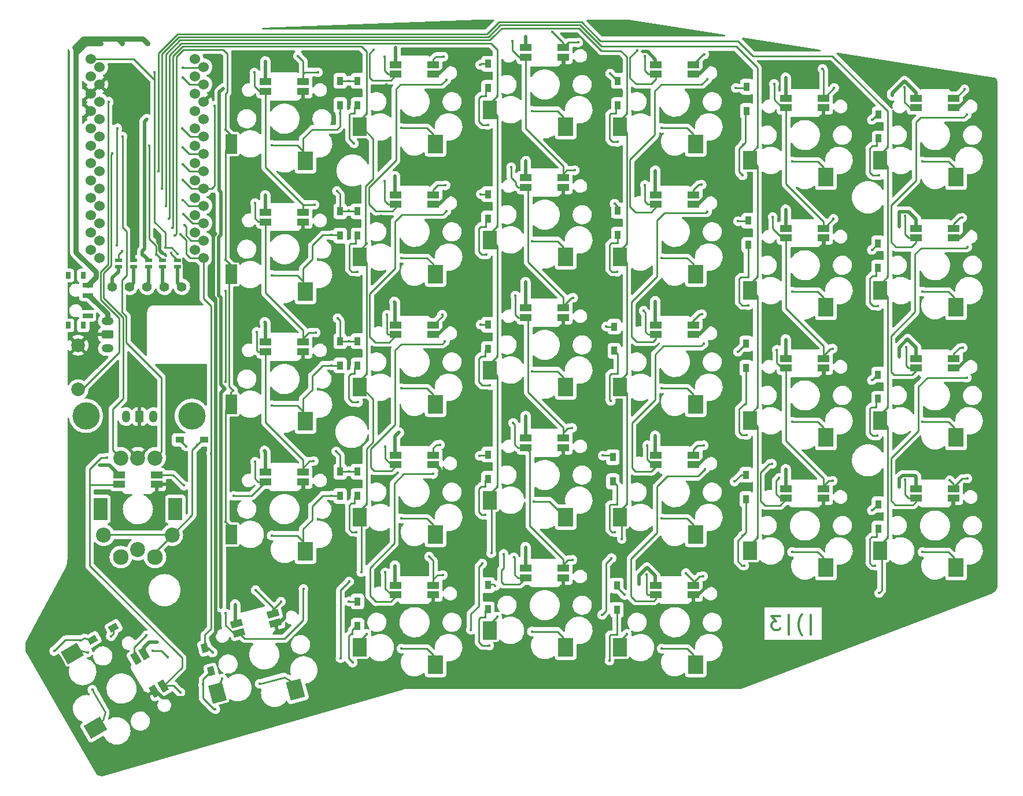
<source format=gbl>
G04 #@! TF.GenerationSoftware,KiCad,Pcbnew,(6.0.5)*
G04 #@! TF.CreationDate,2023-01-29T18:01:06-06:00*
G04 #@! TF.ProjectId,SofleKeyboard,536f666c-654b-4657-9962-6f6172642e6b,rev?*
G04 #@! TF.SameCoordinates,Original*
G04 #@! TF.FileFunction,Copper,L2,Bot*
G04 #@! TF.FilePolarity,Positive*
%FSLAX46Y46*%
G04 Gerber Fmt 4.6, Leading zero omitted, Abs format (unit mm)*
G04 Created by KiCad (PCBNEW (6.0.5)) date 2023-01-29 18:01:06*
%MOMM*%
%LPD*%
G01*
G04 APERTURE LIST*
G04 Aperture macros list*
%AMRoundRect*
0 Rectangle with rounded corners*
0 $1 Rounding radius*
0 $2 $3 $4 $5 $6 $7 $8 $9 X,Y pos of 4 corners*
0 Add a 4 corners polygon primitive as box body*
4,1,4,$2,$3,$4,$5,$6,$7,$8,$9,$2,$3,0*
0 Add four circle primitives for the rounded corners*
1,1,$1+$1,$2,$3*
1,1,$1+$1,$4,$5*
1,1,$1+$1,$6,$7*
1,1,$1+$1,$8,$9*
0 Add four rect primitives between the rounded corners*
20,1,$1+$1,$2,$3,$4,$5,0*
20,1,$1+$1,$4,$5,$6,$7,0*
20,1,$1+$1,$6,$7,$8,$9,0*
20,1,$1+$1,$8,$9,$2,$3,0*%
%AMRotRect*
0 Rectangle, with rotation*
0 The origin of the aperture is its center*
0 $1 length*
0 $2 width*
0 $3 Rotation angle, in degrees counterclockwise*
0 Add horizontal line*
21,1,$1,$2,0,0,$3*%
G04 Aperture macros list end*
%ADD10C,0.300000*%
G04 #@! TA.AperFunction,NonConductor*
%ADD11C,0.300000*%
G04 #@! TD*
G04 #@! TA.AperFunction,ComponentPad*
%ADD12C,1.524000*%
G04 #@! TD*
G04 #@! TA.AperFunction,ComponentPad*
%ADD13C,2.000000*%
G04 #@! TD*
G04 #@! TA.AperFunction,SMDPad,CuDef*
%ADD14R,0.950000X1.300000*%
G04 #@! TD*
G04 #@! TA.AperFunction,SMDPad,CuDef*
%ADD15R,1.300000X0.950000*%
G04 #@! TD*
G04 #@! TA.AperFunction,SMDPad,CuDef*
%ADD16RotRect,1.300000X0.950000X210.000000*%
G04 #@! TD*
G04 #@! TA.AperFunction,SMDPad,CuDef*
%ADD17R,1.700000X1.000000*%
G04 #@! TD*
G04 #@! TA.AperFunction,SMDPad,CuDef*
%ADD18R,2.180000X2.740000*%
G04 #@! TD*
G04 #@! TA.AperFunction,SMDPad,CuDef*
%ADD19R,1.815000X2.940000*%
G04 #@! TD*
G04 #@! TA.AperFunction,SMDPad,CuDef*
%ADD20R,2.110000X2.720000*%
G04 #@! TD*
G04 #@! TA.AperFunction,SMDPad,CuDef*
%ADD21RotRect,1.700000X1.000000X120.000000*%
G04 #@! TD*
G04 #@! TA.AperFunction,SMDPad,CuDef*
%ADD22RotRect,2.180000X2.740000X120.000000*%
G04 #@! TD*
G04 #@! TA.AperFunction,SMDPad,CuDef*
%ADD23RotRect,2.110000X2.720000X120.000000*%
G04 #@! TD*
G04 #@! TA.AperFunction,ComponentPad*
%ADD24C,4.000000*%
G04 #@! TD*
G04 #@! TA.AperFunction,ComponentPad*
%ADD25C,1.397000*%
G04 #@! TD*
G04 #@! TA.AperFunction,ComponentPad*
%ADD26C,2.200000*%
G04 #@! TD*
G04 #@! TA.AperFunction,ComponentPad*
%ADD27R,2.000000X3.200000*%
G04 #@! TD*
G04 #@! TA.AperFunction,ComponentPad*
%ADD28C,2.300000*%
G04 #@! TD*
G04 #@! TA.AperFunction,SMDPad,CuDef*
%ADD29RotRect,1.700000X1.000000X195.000000*%
G04 #@! TD*
G04 #@! TA.AperFunction,SMDPad,CuDef*
%ADD30RotRect,2.180000X2.740000X195.000000*%
G04 #@! TD*
G04 #@! TA.AperFunction,SMDPad,CuDef*
%ADD31RotRect,2.110000X2.720000X195.000000*%
G04 #@! TD*
G04 #@! TA.AperFunction,SMDPad,CuDef*
%ADD32RotRect,1.300000X0.950000X285.000000*%
G04 #@! TD*
G04 #@! TA.AperFunction,ComponentPad*
%ADD33RoundRect,0.250000X0.625000X-0.350000X0.625000X0.350000X-0.625000X0.350000X-0.625000X-0.350000X0*%
G04 #@! TD*
G04 #@! TA.AperFunction,ComponentPad*
%ADD34O,1.750000X1.200000*%
G04 #@! TD*
G04 #@! TA.AperFunction,ComponentPad*
%ADD35RoundRect,0.250000X0.350000X0.625000X-0.350000X0.625000X-0.350000X-0.625000X0.350000X-0.625000X0*%
G04 #@! TD*
G04 #@! TA.AperFunction,ComponentPad*
%ADD36O,1.200000X1.750000*%
G04 #@! TD*
G04 #@! TA.AperFunction,SMDPad,CuDef*
%ADD37R,1.000000X0.600000*%
G04 #@! TD*
G04 #@! TA.AperFunction,SMDPad,CuDef*
%ADD38R,0.800000X1.000000*%
G04 #@! TD*
G04 #@! TA.AperFunction,SMDPad,CuDef*
%ADD39R,1.500000X0.700000*%
G04 #@! TD*
G04 #@! TA.AperFunction,ViaPad*
%ADD40C,0.400000*%
G04 #@! TD*
G04 #@! TA.AperFunction,Conductor*
%ADD41C,0.250000*%
G04 #@! TD*
G04 #@! TA.AperFunction,Conductor*
%ADD42C,0.500000*%
G04 #@! TD*
G04 #@! TA.AperFunction,Conductor*
%ADD43C,0.750000*%
G04 #@! TD*
G04 APERTURE END LIST*
D10*
D11*
X197610548Y-125474068D02*
X197610548Y-122616925D01*
X196372453Y-125569306D02*
X196277215Y-125474068D01*
X196086739Y-125188354D01*
X195991500Y-124997878D01*
X195896262Y-124712163D01*
X195801024Y-124235973D01*
X195801024Y-123855020D01*
X195896262Y-123378830D01*
X195991500Y-123093116D01*
X196086739Y-122902640D01*
X196277215Y-122616925D01*
X196372453Y-122521687D01*
X194372453Y-125474068D02*
X194372453Y-122616925D01*
X193134358Y-122807401D02*
X191896262Y-122807401D01*
X192562929Y-123569306D01*
X192277215Y-123569306D01*
X192086739Y-123664544D01*
X191991500Y-123759782D01*
X191896262Y-123950259D01*
X191896262Y-124426449D01*
X191991500Y-124616925D01*
X192086739Y-124712163D01*
X192277215Y-124807401D01*
X192848643Y-124807401D01*
X193039120Y-124712163D01*
X193134358Y-124616925D01*
D12*
X108718815Y-42425745D03*
X92180000Y-41230000D03*
X92180000Y-43770000D03*
X108718815Y-44965745D03*
X108718815Y-47505745D03*
X92180000Y-46310000D03*
X92180000Y-48850000D03*
X108718815Y-50045745D03*
X108718815Y-52585745D03*
X92180000Y-51390000D03*
X92180000Y-53930000D03*
X108718815Y-55125745D03*
X92180000Y-56470000D03*
X108718815Y-57665745D03*
X92180000Y-59010000D03*
X108718815Y-60205745D03*
X92180000Y-61550000D03*
X108718815Y-62745745D03*
X92180000Y-64090000D03*
X108718815Y-65285745D03*
X92180000Y-66630000D03*
X108718815Y-67825745D03*
X92180000Y-69170000D03*
X108718815Y-70365745D03*
X93478815Y-70365745D03*
X107420000Y-69170000D03*
X107420000Y-66630000D03*
X93478815Y-67825745D03*
X107420000Y-64090000D03*
X93478815Y-65285745D03*
X107420000Y-61550000D03*
X93478815Y-62745745D03*
X93478815Y-60205745D03*
X107420000Y-59010000D03*
X93478815Y-57665745D03*
X107420000Y-56470000D03*
X107420000Y-53930000D03*
X93478815Y-55125745D03*
X93478815Y-52585745D03*
X107420000Y-51390000D03*
X107420000Y-48850000D03*
X93478815Y-50045745D03*
X107420000Y-46310000D03*
X93478815Y-47505745D03*
X93478815Y-44965745D03*
X107420000Y-43770000D03*
X93478815Y-42425745D03*
X107420000Y-41230000D03*
D13*
X90339120Y-83152640D03*
X90339120Y-89652640D03*
D14*
X128705000Y-44452000D03*
X128705000Y-48002000D03*
X131245000Y-44455000D03*
X131245000Y-48005000D03*
X150345000Y-41955000D03*
X150345000Y-45505000D03*
X169345000Y-44455000D03*
X169345000Y-48005000D03*
X188239120Y-45327640D03*
X188239120Y-48877640D03*
X207545000Y-49355000D03*
X207545000Y-52905000D03*
X128705000Y-82555000D03*
X128705000Y-86105000D03*
X128705000Y-101655000D03*
X128705000Y-105205000D03*
D15*
X105225000Y-97000000D03*
X108775000Y-97000000D03*
D16*
X95544195Y-124463500D03*
X92469805Y-126238500D03*
D17*
X117800000Y-44601000D03*
X117800000Y-46001000D03*
X123300000Y-46001000D03*
X123300000Y-44601000D03*
D18*
X123640000Y-56170000D03*
D19*
X112747500Y-53700000D03*
D17*
X155900000Y-39601000D03*
X155900000Y-41001000D03*
X161400000Y-41001000D03*
X161400000Y-39601000D03*
D18*
X161740000Y-51170000D03*
D20*
X150595000Y-48710000D03*
D17*
X117800000Y-82701000D03*
X117800000Y-84101000D03*
X123300000Y-84101000D03*
X123300000Y-82701000D03*
D18*
X123640000Y-94270000D03*
D19*
X112747500Y-91800000D03*
D17*
X136850000Y-80201000D03*
X136850000Y-81601000D03*
X142350000Y-81601000D03*
X142350000Y-80201000D03*
D18*
X142690000Y-91770000D03*
D20*
X131545000Y-89310000D03*
D17*
X117800000Y-101751000D03*
X117800000Y-103151000D03*
X123300000Y-103151000D03*
X123300000Y-101751000D03*
D18*
X123640000Y-113320000D03*
D19*
X112747500Y-110850000D03*
D17*
X155900000Y-96751000D03*
X155900000Y-98151000D03*
X161400000Y-98151000D03*
X161400000Y-96751000D03*
D18*
X161740000Y-108320000D03*
D20*
X150595000Y-105860000D03*
D17*
X194000000Y-104151000D03*
X194000000Y-105551000D03*
X199500000Y-105551000D03*
X199500000Y-104151000D03*
D18*
X199840000Y-115720000D03*
D20*
X188695000Y-113260000D03*
D21*
X100010671Y-128318930D03*
X98798236Y-129018930D03*
X101548236Y-133782070D03*
X102760671Y-133082070D03*
D22*
X92911623Y-139161018D03*
D23*
X89469546Y-128279165D03*
D24*
X91500000Y-93500000D03*
D25*
X95369408Y-74600000D03*
X97909408Y-74600000D03*
X100449408Y-74600000D03*
X102989408Y-74600000D03*
X105529408Y-74600000D03*
D24*
X107000000Y-93500000D03*
D26*
X101602200Y-99650000D03*
X96602200Y-99650000D03*
X99102200Y-99650000D03*
D27*
X93604150Y-107150000D03*
X104600250Y-107150000D03*
D28*
X96602200Y-114150000D03*
X101602200Y-114150000D03*
D29*
X113546340Y-123896719D03*
X113908687Y-125249015D03*
X119221279Y-123825510D03*
X118858932Y-122473214D03*
D30*
X122181624Y-133560011D03*
D31*
X110779686Y-134068372D03*
D17*
X213050000Y-66051000D03*
X213050000Y-67451000D03*
X218550000Y-67451000D03*
X218550000Y-66051000D03*
D18*
X218890000Y-77620000D03*
D20*
X207745000Y-75160000D03*
D17*
X213050000Y-85101000D03*
X213050000Y-86501000D03*
X218550000Y-86501000D03*
X218550000Y-85101000D03*
D18*
X218890000Y-96670000D03*
D20*
X207745000Y-94210000D03*
D17*
X213050000Y-104151000D03*
X213050000Y-105551000D03*
X218550000Y-105551000D03*
X218550000Y-104151000D03*
D18*
X218890000Y-115720000D03*
D20*
X207745000Y-113260000D03*
D17*
X174950000Y-42101000D03*
X174950000Y-43501000D03*
X180450000Y-43501000D03*
X180450000Y-42101000D03*
D18*
X180790000Y-53670000D03*
D20*
X169645000Y-51210000D03*
D14*
X128705000Y-63555000D03*
X128705000Y-67105000D03*
X131245000Y-63555000D03*
X131245000Y-67105000D03*
X150345000Y-61045000D03*
X150345000Y-64595000D03*
X169345000Y-63455000D03*
X169345000Y-67005000D03*
X188439120Y-64927640D03*
X188439120Y-68477640D03*
X207445000Y-68255000D03*
X207445000Y-71805000D03*
D17*
X194000000Y-47001000D03*
X194000000Y-48401000D03*
X199500000Y-48401000D03*
X199500000Y-47001000D03*
D18*
X199840000Y-58570000D03*
D20*
X188695000Y-56110000D03*
D17*
X136850000Y-61151000D03*
X136850000Y-62551000D03*
X142350000Y-62551000D03*
X142350000Y-61151000D03*
D18*
X142690000Y-72720000D03*
D20*
X131545000Y-70260000D03*
D17*
X174950000Y-61151000D03*
X174950000Y-62551000D03*
X180450000Y-62551000D03*
X180450000Y-61151000D03*
D18*
X180790000Y-72720000D03*
D20*
X169645000Y-70260000D03*
D17*
X155900000Y-58651000D03*
X155900000Y-60051000D03*
X161400000Y-60051000D03*
X161400000Y-58651000D03*
D18*
X161740000Y-70220000D03*
D20*
X150595000Y-67760000D03*
D17*
X174950000Y-80201000D03*
X174950000Y-81601000D03*
X180450000Y-81601000D03*
X180450000Y-80201000D03*
D18*
X180790000Y-91770000D03*
D20*
X169645000Y-89310000D03*
D17*
X213050000Y-47001000D03*
X213050000Y-48401000D03*
X218550000Y-48401000D03*
X218550000Y-47001000D03*
D18*
X218890000Y-58570000D03*
D20*
X207745000Y-56110000D03*
D17*
X117800000Y-63701000D03*
X117800000Y-65101000D03*
X123300000Y-65101000D03*
X123300000Y-63701000D03*
D18*
X123640000Y-75270000D03*
D19*
X112747500Y-72800000D03*
D17*
X174950000Y-118301000D03*
X174950000Y-119701000D03*
X180450000Y-119701000D03*
X180450000Y-118301000D03*
D18*
X180790000Y-129870000D03*
D20*
X169645000Y-127410000D03*
D17*
X194000000Y-66051000D03*
X194000000Y-67451000D03*
X199500000Y-67451000D03*
X199500000Y-66051000D03*
D18*
X199840000Y-77620000D03*
D20*
X188695000Y-75160000D03*
D17*
X174950000Y-99251000D03*
X174950000Y-100651000D03*
X180450000Y-100651000D03*
X180450000Y-99251000D03*
D18*
X180790000Y-110820000D03*
D20*
X169645000Y-108360000D03*
D17*
X194000000Y-85101000D03*
X194000000Y-86501000D03*
X199500000Y-86501000D03*
X199500000Y-85101000D03*
D18*
X199840000Y-96670000D03*
D20*
X188695000Y-94210000D03*
D17*
X155900000Y-115801000D03*
X155900000Y-117201000D03*
X161400000Y-117201000D03*
X161400000Y-115801000D03*
D18*
X161740000Y-127370000D03*
D20*
X150595000Y-124910000D03*
D17*
X155900000Y-77701000D03*
X155900000Y-79101000D03*
X161400000Y-79101000D03*
X161400000Y-77701000D03*
D18*
X161740000Y-89270000D03*
D20*
X150595000Y-86810000D03*
D17*
X136850000Y-42101000D03*
X136850000Y-43501000D03*
X142350000Y-43501000D03*
X142350000Y-42101000D03*
D18*
X142690000Y-53670000D03*
D20*
X131545000Y-51210000D03*
D32*
X108914596Y-127446482D03*
X109833404Y-130875518D03*
D17*
X136850000Y-99251000D03*
X136850000Y-100651000D03*
X142350000Y-100651000D03*
X142350000Y-99251000D03*
D18*
X142690000Y-110820000D03*
D20*
X131545000Y-108360000D03*
D14*
X150345000Y-80145000D03*
X150345000Y-83695000D03*
X168839120Y-80427640D03*
X168839120Y-83977640D03*
X188139120Y-82927640D03*
X188139120Y-86477640D03*
X207445000Y-87455000D03*
X207445000Y-91005000D03*
X131245000Y-120655000D03*
X131245000Y-124205000D03*
X150345000Y-118245000D03*
X150345000Y-121795000D03*
X207495000Y-106455000D03*
X207495000Y-110005000D03*
X131245000Y-101655000D03*
X131245000Y-105205000D03*
X150345000Y-99145000D03*
X150345000Y-102695000D03*
X168639120Y-99527640D03*
X168639120Y-103077640D03*
X188139120Y-102127640D03*
X188139120Y-105677640D03*
X131245000Y-82555000D03*
X131245000Y-86105000D03*
X169239120Y-118327640D03*
X169239120Y-121877640D03*
D17*
X136850000Y-118301000D03*
X136850000Y-119701000D03*
X142350000Y-119701000D03*
X142350000Y-118301000D03*
D18*
X142690000Y-129870000D03*
D20*
X131545000Y-127410000D03*
D33*
X94639120Y-81602640D03*
D34*
X94639120Y-79602640D03*
X94639120Y-83602640D03*
D17*
X96352200Y-102130000D03*
X96352200Y-103530000D03*
X101852200Y-103530000D03*
X101852200Y-102130000D03*
D26*
X99102200Y-113050000D03*
X104102200Y-110950000D03*
X94102200Y-110950000D03*
D35*
X99339120Y-93602640D03*
D36*
X101339120Y-93602640D03*
X97339120Y-93602640D03*
D37*
X100639120Y-71652640D03*
X100639120Y-70752640D03*
X98439120Y-71652640D03*
X98439120Y-70752640D03*
X96229119Y-71652640D03*
X96229119Y-70752640D03*
X102739120Y-71652640D03*
X102739120Y-70752640D03*
X104929119Y-71652640D03*
X104929119Y-70752640D03*
D38*
X88884120Y-80252640D03*
X88884120Y-72952640D03*
X91094120Y-72952640D03*
X91094120Y-80252640D03*
D39*
X91744120Y-78852640D03*
X91744120Y-75852640D03*
X91744120Y-74352640D03*
D40*
X118674000Y-53861000D03*
X128705000Y-49210360D03*
X137674000Y-51361000D03*
X130739120Y-53602640D03*
X130839120Y-49202640D03*
X150339120Y-50902640D03*
X150039120Y-46702640D03*
X156774000Y-48861000D03*
X175774000Y-51361000D03*
X169039120Y-49252000D03*
X169339120Y-53402640D03*
X187706000Y-53802640D03*
X187639120Y-58302640D03*
X194874000Y-56261000D03*
X213974000Y-56261000D03*
X207239120Y-54002640D03*
X207639120Y-58302640D03*
X118674000Y-72897500D03*
X127462940Y-67046580D03*
X137674000Y-70397500D03*
X131239120Y-72402640D03*
X130939120Y-68288500D03*
X156774000Y-67897500D03*
X150139120Y-69902640D03*
X150039120Y-65788500D03*
X175774000Y-70397500D03*
X169239120Y-72402640D03*
X169339120Y-68202640D03*
X188439120Y-73202640D03*
X188439120Y-77302640D03*
X194874000Y-75297500D03*
X213974000Y-75297500D03*
X207439120Y-77402640D03*
X207139120Y-73002640D03*
X127462940Y-86110080D03*
X118674000Y-91961000D03*
X131339120Y-91502640D03*
X137674000Y-89461000D03*
X130839120Y-87302640D03*
X156774000Y-86961000D03*
X150639120Y-89002640D03*
X149939120Y-84802640D03*
X175774000Y-89461000D03*
X169339120Y-87302640D03*
X168339120Y-91302640D03*
X194874000Y-94361000D03*
X188039120Y-91802640D03*
X188239120Y-96302640D03*
X213974000Y-94361000D03*
X207139120Y-92202640D03*
X207339120Y-96402640D03*
X127462940Y-105160080D03*
X118674000Y-111011000D03*
X130839120Y-106302640D03*
X137674000Y-108511000D03*
X131039120Y-110502640D03*
X149939120Y-103802640D03*
X149939120Y-108002640D03*
X157023630Y-106011000D03*
X175774000Y-108511000D03*
X169239120Y-106500498D03*
X168939120Y-110502640D03*
X187839120Y-115402640D03*
X194874000Y-113411000D03*
X187639120Y-111002640D03*
X207039120Y-115402640D03*
X207239120Y-111202640D03*
X213974000Y-113411000D03*
X92434759Y-133580730D03*
X86839120Y-127902640D03*
X90677207Y-126318560D03*
X116910669Y-132704788D03*
X108639120Y-132802640D03*
X110439120Y-136402640D03*
X130506000Y-125452000D03*
X130539120Y-129602640D03*
X137674000Y-127561000D03*
X210566000Y-103929998D03*
X172498998Y-118110000D03*
X111560000Y-45595000D03*
X155839120Y-112702640D03*
X193939120Y-101302640D03*
X193939120Y-44002640D03*
X137339120Y-95902640D03*
X111252000Y-83407000D03*
X111252000Y-64873000D03*
X117664600Y-79777160D03*
X209539120Y-46602640D03*
X136739120Y-115402640D03*
X117739120Y-61202640D03*
X155839120Y-38002640D03*
X111252000Y-121489760D03*
X193939120Y-82302640D03*
X93439120Y-100702640D03*
X111252000Y-102330000D03*
X172939120Y-40202640D03*
X155900000Y-56202640D03*
X101939120Y-126602640D03*
X136839120Y-39560990D03*
X111827640Y-89501440D03*
X210566000Y-65816498D03*
X174839120Y-96402640D03*
X99739120Y-70002640D03*
X136739120Y-58402640D03*
X210566000Y-84879998D03*
X155839120Y-93502640D03*
X155839120Y-73902640D03*
X136639120Y-76802640D03*
X117739120Y-41602640D03*
X113339120Y-121102640D03*
X193939120Y-63302640D03*
X117639120Y-98602640D03*
X174839120Y-57602640D03*
X100400000Y-50045745D03*
X174839120Y-76702640D03*
X208892000Y-111254000D03*
X208892000Y-54104000D03*
X170692000Y-125404000D03*
X207616120Y-119422640D03*
X208892000Y-92204000D03*
X208892000Y-73140500D03*
X102117351Y-57700640D03*
X189792000Y-111254000D03*
X151692000Y-122904000D03*
X167039120Y-122602640D03*
X189792000Y-73140500D03*
X189792000Y-92204000D03*
X168439120Y-114302640D03*
X189792000Y-54104000D03*
X102642351Y-60240640D03*
X170692000Y-106354000D03*
X132592000Y-125404000D03*
X147839120Y-124802640D03*
X149513620Y-115104640D03*
X170692000Y-49204000D03*
X103167351Y-62780640D03*
X169939120Y-111502640D03*
X170692000Y-68240500D03*
X170692000Y-87304000D03*
X151692000Y-103854000D03*
X111443561Y-131936606D03*
X151692000Y-84804000D03*
X151692000Y-65740500D03*
X128749120Y-128947640D03*
X150839120Y-113602640D03*
X130019120Y-117749989D03*
X151692000Y-46704000D03*
X103639120Y-64602640D03*
X132592000Y-106354000D03*
X132592000Y-87304000D03*
X104139120Y-66002640D03*
X131797120Y-116374640D03*
X91761776Y-128101089D03*
X132592000Y-49204000D03*
X132592000Y-68240500D03*
X122539120Y-40802640D03*
X105700000Y-44000000D03*
X125439120Y-43202640D03*
X94836015Y-47505745D03*
X156774000Y-125061000D03*
X150539120Y-127102640D03*
X149939120Y-122952000D03*
X93639120Y-39002640D03*
X100539120Y-39002640D03*
X96739120Y-39002640D03*
X211339120Y-45421172D03*
X175774000Y-127561000D03*
X168139120Y-129302640D03*
X169239120Y-125502640D03*
X95339120Y-55102640D03*
X96839120Y-52602640D03*
X124939120Y-62585509D03*
X116148386Y-43252140D03*
X163539120Y-38852140D03*
X135248386Y-40952140D03*
X159739120Y-37270140D03*
X133575120Y-39920640D03*
X163079854Y-57551660D03*
X153939120Y-38652140D03*
X211548386Y-83411906D03*
X219807379Y-64502640D03*
X220539120Y-68753140D03*
X116239120Y-62352140D03*
X125139120Y-81302640D03*
X173339120Y-59702640D03*
X182039120Y-40602640D03*
X182439120Y-44202640D03*
X181639120Y-59652140D03*
X182439120Y-63602640D03*
X173139120Y-78102640D03*
X200939120Y-64651660D03*
X192239120Y-44902640D03*
X124839120Y-100102640D03*
X116471155Y-81202640D03*
X144239120Y-63502640D03*
X135539120Y-78702640D03*
X144139120Y-59751660D03*
X154339120Y-75902640D03*
X162679854Y-95252140D03*
X192648386Y-83811906D03*
X200839120Y-103002640D03*
X116239120Y-100202640D03*
X113139120Y-105202640D03*
X105839120Y-103702640D03*
X120039120Y-120702640D03*
X100339120Y-125602640D03*
X101239120Y-127902640D03*
X103491120Y-128820640D03*
X116339120Y-119002640D03*
X154139120Y-114202640D03*
X181839120Y-116952140D03*
X179339120Y-116502640D03*
X152639120Y-113702640D03*
X135339120Y-98002640D03*
X144039120Y-82602640D03*
X143639120Y-78702640D03*
X162839120Y-76202640D03*
X153739120Y-57102640D03*
X200839120Y-83651660D03*
X192039120Y-64402640D03*
X220139120Y-45702640D03*
X211439120Y-64252140D03*
X220439120Y-49388500D03*
X162739120Y-114552140D03*
X154039120Y-94502640D03*
X192939120Y-102602640D03*
X220539120Y-102652140D03*
X217966620Y-102912640D03*
X191939120Y-100502640D03*
X144239120Y-44302640D03*
X143829854Y-40910010D03*
X135239120Y-59102640D03*
X135339120Y-116402640D03*
X143339120Y-97702640D03*
X142339120Y-102002640D03*
X111939120Y-122402640D03*
X143739120Y-116780434D03*
X123339120Y-118827140D03*
X141739120Y-114102640D03*
X172183120Y-39992000D03*
X173347945Y-40852140D03*
X201039120Y-45502640D03*
X199339120Y-42702640D03*
X182782000Y-99314000D03*
X182782000Y-118364000D03*
X121939120Y-120902640D03*
X106639120Y-134102640D03*
X115223620Y-57637140D03*
X186039120Y-66802640D03*
X98239120Y-67702640D03*
X146839120Y-94102640D03*
X193039120Y-39502640D03*
X114271120Y-75607640D03*
X166939120Y-102002640D03*
X211639120Y-88902640D03*
X173839120Y-45902640D03*
X125116920Y-96867440D03*
X199439120Y-106902640D03*
X109755000Y-125986000D03*
X147639120Y-104402640D03*
X113839120Y-40402640D03*
X99739120Y-134902640D03*
X175330750Y-102011010D03*
X161339120Y-99502640D03*
X211203760Y-50038000D03*
X155139120Y-92102640D03*
X110497745Y-102591745D03*
X147339120Y-66602640D03*
X110497745Y-83795745D03*
X110497745Y-66794255D03*
X185839120Y-85802640D03*
X182839120Y-94902640D03*
X153280750Y-80461010D03*
X142339120Y-121061010D03*
X133739120Y-73402640D03*
X115439120Y-97102640D03*
X123339120Y-104602640D03*
X220823998Y-85090000D03*
X161439120Y-42302640D03*
X102739120Y-69702640D03*
X120739120Y-127702640D03*
X145639120Y-41902640D03*
X115287120Y-113771140D03*
X102039120Y-67702640D03*
X210339120Y-59502640D03*
X98939120Y-87902640D03*
X192639120Y-61602640D03*
X149767620Y-36745640D03*
X221239120Y-65902640D03*
X153644250Y-61397510D03*
X210439120Y-78702640D03*
X123239120Y-47337440D03*
X143339120Y-102702640D03*
X107439120Y-86902640D03*
X107039120Y-72502640D03*
X134691281Y-102450479D03*
X145739120Y-61002640D03*
X193039120Y-99502640D03*
X134739120Y-64202640D03*
X114439120Y-128802640D03*
X98239120Y-45002640D03*
X186039120Y-105002640D03*
X192480750Y-49761010D03*
X192544250Y-68797510D03*
X161339120Y-61402640D03*
X166839120Y-64102640D03*
X161339120Y-118561010D03*
X154939120Y-73202640D03*
X110497745Y-76605745D03*
X210039120Y-97502640D03*
X144526000Y-80187998D03*
X165039120Y-92302640D03*
X221339120Y-46602640D03*
X153580750Y-42361010D03*
X129539120Y-76602640D03*
X182782000Y-80102640D03*
X182782000Y-61200500D03*
X174139120Y-83802640D03*
X98239120Y-48802640D03*
X154330750Y-99511010D03*
X199539120Y-68802640D03*
X170639120Y-37002640D03*
X171939120Y-92402640D03*
X135739120Y-84002640D03*
X123339120Y-66502640D03*
X135039120Y-93902640D03*
X183839120Y-41302640D03*
X184439120Y-113102640D03*
X199439120Y-49761010D03*
X102339120Y-106602640D03*
X192680750Y-87861010D03*
X123243760Y-85598000D03*
X95839120Y-106602640D03*
X104936620Y-124248640D03*
X199539120Y-87861010D03*
X147139120Y-74902640D03*
X135439120Y-56402640D03*
X172239120Y-73902640D03*
X161339120Y-80461010D03*
X147339120Y-47402640D03*
X166839120Y-83002640D03*
X193339120Y-81002640D03*
X135439120Y-45002640D03*
X129739120Y-40702640D03*
X155007234Y-54078819D03*
X218453760Y-107188000D03*
X133739120Y-112202640D03*
X211439120Y-69802640D03*
X181700012Y-78602640D03*
X181939120Y-82902640D03*
X173647499Y-97802640D03*
X220439120Y-87902640D03*
X219848386Y-83511906D03*
X211448386Y-102852140D03*
X173577119Y-116702640D03*
X182089120Y-101325140D03*
X181939120Y-97802640D03*
X110339120Y-48102640D03*
X105700000Y-59000000D03*
X186639120Y-45502640D03*
X130002940Y-44454080D03*
X149217240Y-42100760D03*
X168239120Y-43381490D03*
X206556000Y-50167000D03*
X206556000Y-69203500D03*
X130002940Y-63490580D03*
X105700000Y-61900000D03*
X168881120Y-62418490D03*
X128241120Y-60586489D03*
X149309500Y-61045000D03*
X186944000Y-65010500D03*
X167639120Y-80402640D03*
X128339120Y-79202640D03*
X186939120Y-84102640D03*
X149266320Y-80145000D03*
X206556000Y-88267000D03*
X105732756Y-63957326D03*
X130002940Y-82554080D03*
X206556000Y-107317000D03*
X111902000Y-75175840D03*
X186439120Y-103102640D03*
X149138500Y-99329500D03*
X111902000Y-88498138D03*
X128139520Y-98699989D03*
X130002940Y-101604080D03*
X167139120Y-99302640D03*
X105939120Y-65602640D03*
X170339120Y-119702640D03*
X151412407Y-118391593D03*
X130002940Y-120654080D03*
X105327833Y-66902640D03*
X106143120Y-97959640D03*
X110034374Y-128119626D03*
X109826120Y-98975640D03*
X95141015Y-125740985D03*
X100739120Y-53930000D03*
X105700018Y-54200000D03*
X101739120Y-69902640D03*
X96100000Y-51390000D03*
X105600000Y-51400000D03*
X96039120Y-68502640D03*
X103939120Y-69602640D03*
X105699992Y-56700000D03*
X105339120Y-134002640D03*
X94539120Y-99602640D03*
X107775000Y-97775000D03*
X111921620Y-70654640D03*
X113001120Y-89768140D03*
X111921620Y-109008640D03*
X111921620Y-51604640D03*
X104439120Y-67127140D03*
X103139120Y-68902640D03*
X101539120Y-43202640D03*
X104939120Y-69802640D03*
X96739120Y-69402640D03*
X105639120Y-42502640D03*
D41*
X128705000Y-49210360D02*
X128705000Y-48002000D01*
X128230960Y-51564000D02*
X128705000Y-51089960D01*
X122428000Y-53861000D02*
X119126000Y-53861000D01*
X123300000Y-52905000D02*
X123300000Y-54733000D01*
X124641000Y-51564000D02*
X128230960Y-51564000D01*
X123300000Y-55850000D02*
X123350000Y-55900000D01*
X124641000Y-51564000D02*
X123300000Y-52905000D01*
X123300000Y-54733000D02*
X122428000Y-53861000D01*
X119126000Y-53861000D02*
X118674000Y-53861000D01*
X123300000Y-54733000D02*
X123300000Y-55850000D01*
X128705000Y-51089960D02*
X128705000Y-49210360D01*
X138126000Y-51361000D02*
X141428000Y-51361000D01*
X142300000Y-52233000D02*
X142300000Y-53400000D01*
X141428000Y-51361000D02*
X142300000Y-52233000D01*
X138126000Y-51361000D02*
X137674000Y-51361000D01*
X130065489Y-52929009D02*
X130739120Y-53602640D01*
X130839120Y-48280880D02*
X131245000Y-47875000D01*
X130065489Y-49425489D02*
X130065489Y-52929009D01*
X130288338Y-49202640D02*
X130065489Y-49425489D01*
X130839120Y-49202640D02*
X130288338Y-49202640D01*
X130839120Y-49202640D02*
X130839120Y-48280880D01*
X157226000Y-48861000D02*
X156774000Y-48861000D01*
X157226000Y-48861000D02*
X160528000Y-48861000D01*
X149338338Y-46702640D02*
X149039120Y-47001858D01*
X150039120Y-46702640D02*
X150039120Y-45680880D01*
X149039120Y-50418142D02*
X149523618Y-50902640D01*
X161400000Y-49733000D02*
X161400000Y-50900000D01*
X150039120Y-46702640D02*
X149338338Y-46702640D01*
X150039120Y-45680880D02*
X150345000Y-45375000D01*
X149523618Y-50902640D02*
X150339120Y-50902640D01*
X160528000Y-48861000D02*
X161400000Y-49733000D01*
X149039120Y-47001858D02*
X149039120Y-50418142D01*
X169039120Y-49252000D02*
X168338978Y-49252000D01*
X168139120Y-52968142D02*
X168573618Y-53402640D01*
X168338978Y-49252000D02*
X168139120Y-49451858D01*
X168573618Y-53402640D02*
X169339120Y-53402640D01*
X180400000Y-52233000D02*
X180400000Y-53400000D01*
X179528000Y-51361000D02*
X180400000Y-52233000D01*
X169039120Y-48180880D02*
X169345000Y-47875000D01*
X176226000Y-51361000D02*
X179528000Y-51361000D01*
X168139120Y-49451858D02*
X168139120Y-52968142D01*
X169039120Y-49252000D02*
X169039120Y-48180880D01*
X176226000Y-51361000D02*
X175774000Y-51361000D01*
X198628000Y-56261000D02*
X199500000Y-57133000D01*
X199500000Y-57133000D02*
X199500000Y-58300000D01*
X187139120Y-54401858D02*
X187139120Y-57802640D01*
X187706000Y-53802640D02*
X187706000Y-53834978D01*
X195326000Y-56261000D02*
X194874000Y-56261000D01*
X187706000Y-53834978D02*
X187139120Y-54401858D01*
X187706000Y-53802640D02*
X188039120Y-53469520D01*
X188039120Y-49077640D02*
X188239120Y-48877640D01*
X187139120Y-57802640D02*
X187639120Y-58302640D01*
X188039120Y-53469520D02*
X188039120Y-49077640D01*
X195326000Y-56261000D02*
X198628000Y-56261000D01*
X214426000Y-56261000D02*
X217728000Y-56261000D01*
X206239120Y-54351858D02*
X206239120Y-57868142D01*
X206673618Y-58302640D02*
X207639120Y-58302640D01*
X207239120Y-53210880D02*
X207545000Y-52905000D01*
X218600000Y-57133000D02*
X218600000Y-58300000D01*
X207239120Y-54002640D02*
X206588338Y-54002640D01*
X207239120Y-54002640D02*
X207239120Y-53210880D01*
X214426000Y-56261000D02*
X213974000Y-56261000D01*
X206239120Y-57868142D02*
X206673618Y-58302640D01*
X206588338Y-54002640D02*
X206239120Y-54351858D01*
X217728000Y-56261000D02*
X218600000Y-57133000D01*
X119126000Y-72897500D02*
X122428000Y-72897500D01*
X119126000Y-72897500D02*
X118674000Y-72897500D01*
X122428000Y-72897500D02*
X123300000Y-73769500D01*
X123300000Y-73769500D02*
X123300000Y-74936500D01*
X123300000Y-74936500D02*
X123300000Y-71941500D01*
X123300000Y-71941500D02*
X124641000Y-70600500D01*
X124641000Y-70600500D02*
X124641000Y-68568500D01*
X126162920Y-67046580D02*
X124641000Y-68568500D01*
X127462940Y-67046580D02*
X126162920Y-67046580D01*
X127471020Y-67038500D02*
X127462940Y-67046580D01*
X128705000Y-67038500D02*
X127471020Y-67038500D01*
X138126000Y-70397500D02*
X141428000Y-70397500D01*
X142300000Y-71269500D02*
X142300000Y-72436500D01*
X141428000Y-70397500D02*
X142300000Y-71269500D01*
X138126000Y-70397500D02*
X137674000Y-70397500D01*
X130423618Y-72402640D02*
X131239120Y-72402640D01*
X130939120Y-68288500D02*
X130252478Y-68288500D01*
X130252478Y-68288500D02*
X130039120Y-68501858D01*
X130939120Y-68288500D02*
X130939120Y-67217380D01*
X130939120Y-67217380D02*
X131245000Y-66911500D01*
X130039120Y-68501858D02*
X130039120Y-72018142D01*
X130039120Y-72018142D02*
X130423618Y-72402640D01*
X157226000Y-67897500D02*
X160528000Y-67897500D01*
X161400000Y-68769500D02*
X161400000Y-69936500D01*
X160528000Y-67897500D02*
X161400000Y-68769500D01*
X157226000Y-67897500D02*
X156774000Y-67897500D01*
X149473618Y-69902640D02*
X150139120Y-69902640D01*
X150039120Y-65788500D02*
X150039120Y-64717380D01*
X149039120Y-66051858D02*
X149039120Y-69468142D01*
X150039120Y-65788500D02*
X149302478Y-65788500D01*
X149302478Y-65788500D02*
X149039120Y-66051858D01*
X149039120Y-69468142D02*
X149473618Y-69902640D01*
X150039120Y-64717380D02*
X150345000Y-64411500D01*
X176226000Y-70397500D02*
X179528000Y-70397500D01*
X180400000Y-71269500D02*
X180400000Y-72436500D01*
X179528000Y-70397500D02*
X180400000Y-71269500D01*
X176226000Y-70397500D02*
X175774000Y-70397500D01*
X168139120Y-68501858D02*
X168139120Y-72018142D01*
X168523618Y-72402640D02*
X169239120Y-72402640D01*
X169339120Y-68202640D02*
X168438338Y-68202640D01*
X168438338Y-68202640D02*
X168139120Y-68501858D01*
X168139120Y-72018142D02*
X168523618Y-72402640D01*
X169339120Y-68202640D02*
X169339120Y-66917380D01*
X195326000Y-75297500D02*
X198628000Y-75297500D01*
X199500000Y-76169500D02*
X199500000Y-77336500D01*
X198628000Y-75297500D02*
X199500000Y-76169500D01*
X195326000Y-75297500D02*
X194874000Y-75297500D01*
X188439120Y-73202640D02*
X187388338Y-73202640D01*
X188445000Y-71811500D02*
X188439120Y-71805620D01*
X187573618Y-77302640D02*
X188439120Y-77302640D01*
X187139120Y-73451858D02*
X187139120Y-76868142D01*
X188439120Y-71805620D02*
X188439120Y-68477640D01*
X188439120Y-73202640D02*
X188439120Y-71817380D01*
X187388338Y-73202640D02*
X187139120Y-73451858D01*
X188439120Y-71817380D02*
X188445000Y-71811500D01*
X187139120Y-76868142D02*
X187573618Y-77302640D01*
X214426000Y-75297500D02*
X217728000Y-75297500D01*
X218600000Y-76169500D02*
X218600000Y-77336500D01*
X217728000Y-75297500D02*
X218600000Y-76169500D01*
X214426000Y-75297500D02*
X213974000Y-75297500D01*
X207139120Y-73002640D02*
X206638338Y-73002640D01*
X206265489Y-76944511D02*
X206723618Y-77402640D01*
X206638338Y-73002640D02*
X206265489Y-73375489D01*
X207139120Y-72110880D02*
X207445000Y-71805000D01*
X206265489Y-73375489D02*
X206265489Y-76944511D01*
X207139120Y-73002640D02*
X207139120Y-72110880D01*
X206723618Y-77402640D02*
X207439120Y-77402640D01*
X122428000Y-91961000D02*
X123300000Y-92833000D01*
X123300000Y-94000000D02*
X123300000Y-91005000D01*
X124641000Y-89664000D02*
X124641000Y-87632000D01*
X123300000Y-92833000D02*
X123300000Y-94000000D01*
X119126000Y-91961000D02*
X122428000Y-91961000D01*
X126162920Y-86110080D02*
X124641000Y-87632000D01*
X127462940Y-86110080D02*
X126162920Y-86110080D01*
X127471020Y-86102000D02*
X127462940Y-86110080D01*
X123300000Y-91005000D02*
X124641000Y-89664000D01*
X128705000Y-86102000D02*
X127471020Y-86102000D01*
X119126000Y-91961000D02*
X118674000Y-91961000D01*
X129939120Y-90968142D02*
X130473618Y-91502640D01*
X129939120Y-87651858D02*
X129939120Y-90968142D01*
X138126000Y-89461000D02*
X141428000Y-89461000D01*
X130839120Y-87302640D02*
X130839120Y-86380880D01*
X138126000Y-89461000D02*
X137674000Y-89461000D01*
X141428000Y-89461000D02*
X142300000Y-90333000D01*
X130473618Y-91502640D02*
X131339120Y-91502640D01*
X142300000Y-90333000D02*
X142300000Y-91500000D01*
X130839120Y-86380880D02*
X131245000Y-85975000D01*
X130839120Y-87302640D02*
X130288338Y-87302640D01*
X130288338Y-87302640D02*
X129939120Y-87651858D01*
X149523618Y-89002640D02*
X150639120Y-89002640D01*
X149939120Y-83880880D02*
X150345000Y-83475000D01*
X149939120Y-84802640D02*
X149939120Y-83880880D01*
X149338338Y-84802640D02*
X149039120Y-85101858D01*
X161400000Y-87833000D02*
X161400000Y-89000000D01*
X157226000Y-86961000D02*
X160528000Y-86961000D01*
X149039120Y-85101858D02*
X149039120Y-88518142D01*
X149939120Y-84802640D02*
X149338338Y-84802640D01*
X157226000Y-86961000D02*
X156774000Y-86961000D01*
X160528000Y-86961000D02*
X161400000Y-87833000D01*
X149039120Y-88518142D02*
X149523618Y-89002640D01*
X180400000Y-90333000D02*
X180400000Y-91500000D01*
X169339120Y-87302640D02*
X168388338Y-87302640D01*
X168139120Y-91102640D02*
X168339120Y-91302640D01*
X176226000Y-89461000D02*
X179528000Y-89461000D01*
X168388338Y-87302640D02*
X168139120Y-87551858D01*
X179528000Y-89461000D02*
X180400000Y-90333000D01*
X168139120Y-87551858D02*
X168139120Y-91102640D01*
X169339120Y-84477640D02*
X168839120Y-83977640D01*
X169339120Y-87302640D02*
X169339120Y-84477640D01*
X176226000Y-89461000D02*
X175774000Y-89461000D01*
X195326000Y-94361000D02*
X198628000Y-94361000D01*
X187838338Y-91802640D02*
X187139120Y-92501858D01*
X195326000Y-94361000D02*
X194874000Y-94361000D01*
X187139120Y-95918142D02*
X187523618Y-96302640D01*
X188039120Y-91802640D02*
X187838338Y-91802640D01*
X188039120Y-91802640D02*
X188139120Y-91702640D01*
X199500000Y-95233000D02*
X199500000Y-96400000D01*
X187523618Y-96302640D02*
X188239120Y-96302640D01*
X188139120Y-91702640D02*
X188139120Y-86477640D01*
X187139120Y-92501858D02*
X187139120Y-95918142D01*
X198628000Y-94361000D02*
X199500000Y-95233000D01*
X206265489Y-95994511D02*
X206673618Y-96402640D01*
X207139120Y-92202640D02*
X207139120Y-91310880D01*
X217728000Y-94361000D02*
X218600000Y-95233000D01*
X214426000Y-94361000D02*
X217728000Y-94361000D01*
X206673618Y-96402640D02*
X207339120Y-96402640D01*
X214426000Y-94361000D02*
X213974000Y-94361000D01*
X218600000Y-95233000D02*
X218600000Y-96400000D01*
X206265489Y-92425489D02*
X206265489Y-95994511D01*
X207139120Y-92202640D02*
X206488338Y-92202640D01*
X206488338Y-92202640D02*
X206265489Y-92425489D01*
X207139120Y-91310880D02*
X207445000Y-91005000D01*
X123300000Y-113050000D02*
X123300000Y-110055000D01*
X128705000Y-105152000D02*
X127471020Y-105152000D01*
X122428000Y-111011000D02*
X123300000Y-111883000D01*
X124641000Y-108714000D02*
X124641000Y-106682000D01*
X127471020Y-105152000D02*
X127462940Y-105160080D01*
X119126000Y-111011000D02*
X118674000Y-111011000D01*
X123300000Y-110055000D02*
X124641000Y-108714000D01*
X119126000Y-111011000D02*
X122428000Y-111011000D01*
X123300000Y-111883000D02*
X123300000Y-113050000D01*
X126162920Y-105160080D02*
X124641000Y-106682000D01*
X127462940Y-105160080D02*
X126162920Y-105160080D01*
X131039120Y-110502640D02*
X130423618Y-110502640D01*
X138126000Y-108511000D02*
X141428000Y-108511000D01*
X130039120Y-110118142D02*
X130039120Y-106601858D01*
X141428000Y-108511000D02*
X142300000Y-109383000D01*
X130338338Y-106302640D02*
X130839120Y-106302640D01*
X142300000Y-109383000D02*
X142300000Y-110550000D01*
X130839120Y-105430880D02*
X131245000Y-105025000D01*
X138126000Y-108511000D02*
X137674000Y-108511000D01*
X130039120Y-106601858D02*
X130338338Y-106302640D01*
X130423618Y-110502640D02*
X130039120Y-110118142D01*
X130839120Y-106302640D02*
X130839120Y-105430880D01*
X149939120Y-102930880D02*
X150345000Y-102525000D01*
X149473618Y-108002640D02*
X149039120Y-107568142D01*
X149939120Y-103802640D02*
X149939120Y-102930880D01*
X149039120Y-107568142D02*
X149039120Y-104151858D01*
X159361000Y-106011000D02*
X157023630Y-106011000D01*
X149039120Y-104151858D02*
X149388338Y-103802640D01*
X149939120Y-108002640D02*
X149473618Y-108002640D01*
X161400000Y-108050000D02*
X159361000Y-106011000D01*
X149388338Y-103802640D02*
X149939120Y-103802640D01*
X168523618Y-110502640D02*
X168139120Y-110118142D01*
X169239120Y-106500498D02*
X169239120Y-103677640D01*
X168240480Y-106500498D02*
X169239120Y-106500498D01*
X176226000Y-108511000D02*
X179528000Y-108511000D01*
X176226000Y-108511000D02*
X175774000Y-108511000D01*
X168139120Y-110118142D02*
X168139120Y-106601858D01*
X180400000Y-109383000D02*
X180400000Y-110550000D01*
X168139120Y-106601858D02*
X168240480Y-106500498D01*
X169239120Y-103677640D02*
X168639120Y-103077640D01*
X168939120Y-110502640D02*
X168523618Y-110502640D01*
X179528000Y-108511000D02*
X180400000Y-109383000D01*
X187639120Y-111051858D02*
X186939120Y-111751858D01*
X198628000Y-113411000D02*
X199500000Y-114283000D01*
X188139120Y-110502640D02*
X188139120Y-105677640D01*
X186939120Y-111751858D02*
X186939120Y-114768142D01*
X199500000Y-114283000D02*
X199500000Y-115450000D01*
X195326000Y-113411000D02*
X194874000Y-113411000D01*
X187639120Y-111002640D02*
X187639120Y-111051858D01*
X195326000Y-113411000D02*
X198628000Y-113411000D01*
X187639120Y-111002640D02*
X188139120Y-110502640D01*
X186939120Y-114768142D02*
X187573618Y-115402640D01*
X187573618Y-115402640D02*
X187839120Y-115402640D01*
X206239120Y-111501858D02*
X206239120Y-115018142D01*
X214426000Y-113411000D02*
X217728000Y-113411000D01*
X206239120Y-115018142D02*
X206623618Y-115402640D01*
X206538338Y-111202640D02*
X206239120Y-111501858D01*
X217728000Y-113411000D02*
X218600000Y-114283000D01*
X207239120Y-111202640D02*
X207239120Y-110260880D01*
X214426000Y-113411000D02*
X213974000Y-113411000D01*
X207239120Y-110260880D02*
X207495000Y-110005000D01*
X206623618Y-115402640D02*
X207039120Y-115402640D01*
X218600000Y-114283000D02*
X218600000Y-115450000D01*
X207239120Y-111202640D02*
X206538338Y-111202640D01*
X91229731Y-125999560D02*
X92239224Y-126270053D01*
X90677207Y-126318560D02*
X91229731Y-125999560D01*
X92660760Y-133972174D02*
X94311760Y-136831789D01*
X93992585Y-138022964D02*
X92981934Y-138606464D01*
X94311760Y-136831789D02*
X93992585Y-138022964D01*
X92660760Y-133972174D02*
X92434759Y-133580730D01*
X90619635Y-126260988D02*
X90677207Y-126318560D01*
X86839120Y-127902640D02*
X88480772Y-126260988D01*
X88480772Y-126260988D02*
X90619635Y-126260988D01*
X117347267Y-132587802D02*
X120536754Y-131733182D01*
X121604733Y-132349780D02*
X121906774Y-133477014D01*
X120536754Y-131733182D02*
X121604733Y-132349780D01*
X117347267Y-132587802D02*
X116910669Y-132704788D01*
X108639120Y-134781939D02*
X108639120Y-132802640D01*
X110259821Y-136402640D02*
X108639120Y-134781939D01*
X110439120Y-136402640D02*
X110259821Y-136402640D01*
X108639120Y-132802640D02*
X108639120Y-132069802D01*
X108639120Y-132069802D02*
X109833404Y-130875518D01*
X138126000Y-127561000D02*
X141428000Y-127561000D01*
X130506000Y-125452000D02*
X130506000Y-124814000D01*
X129939120Y-129002640D02*
X129939120Y-125751858D01*
X130238978Y-125452000D02*
X130506000Y-125452000D01*
X138126000Y-127561000D02*
X137674000Y-127561000D01*
X142300000Y-128433000D02*
X142300000Y-129600000D01*
X141428000Y-127561000D02*
X142300000Y-128433000D01*
X130539120Y-129602640D02*
X129939120Y-129002640D01*
X129939120Y-125751858D02*
X130238978Y-125452000D01*
X130506000Y-124814000D02*
X131245000Y-124075000D01*
D42*
X174850000Y-42101000D02*
X174850000Y-41313520D01*
X193950000Y-101313520D02*
X193939120Y-101302640D01*
X136750000Y-76913520D02*
X136639120Y-76802640D01*
X111827640Y-89501440D02*
X111252000Y-88925800D01*
X117800000Y-79912560D02*
X117800000Y-82701000D01*
X155900000Y-56202640D02*
X155900000Y-58651000D01*
X111252000Y-67029270D02*
X110939120Y-67342150D01*
X174850000Y-61137500D02*
X174850000Y-57613520D01*
X93439120Y-100702640D02*
X94924840Y-100702640D01*
X211039120Y-102202640D02*
X210566000Y-102675760D01*
X193950000Y-85101000D02*
X193950000Y-82313520D01*
X173639120Y-115702640D02*
X172498998Y-116842762D01*
X174850000Y-118301000D02*
X174850000Y-116913520D01*
X111252000Y-96012000D02*
X111252000Y-102330000D01*
X213050000Y-102413520D02*
X212839120Y-102202640D01*
X94924840Y-100702640D02*
X96352200Y-102130000D01*
X111039120Y-60493120D02*
X111039120Y-46115880D01*
X113339120Y-121102640D02*
X113339120Y-123689499D01*
X174850000Y-96413520D02*
X174839120Y-96402640D01*
X193950000Y-82313520D02*
X193939120Y-82302640D01*
X193950000Y-63313520D02*
X193950000Y-66037500D01*
X172939120Y-40202640D02*
X173739120Y-40202640D01*
X213050000Y-66037500D02*
X213050000Y-64713520D01*
X174850000Y-80201000D02*
X174850000Y-76713520D01*
X155850000Y-96751000D02*
X155850000Y-93513520D01*
X213050000Y-104151000D02*
X213050000Y-102413520D01*
X213050000Y-64713520D02*
X211939120Y-63602640D01*
X99820367Y-69283887D02*
X99739120Y-69365134D01*
X117750000Y-41613520D02*
X117739120Y-41602640D01*
X210566000Y-83475760D02*
X210566000Y-84879998D01*
X213050000Y-85101000D02*
X213050000Y-83513520D01*
X100745465Y-126602640D02*
X100010671Y-127337434D01*
X136750000Y-118301000D02*
X136750000Y-115413520D01*
X136750000Y-115413520D02*
X136739120Y-115402640D01*
X136839120Y-39560990D02*
X136839120Y-42090120D01*
X174850000Y-99251000D02*
X174850000Y-96413520D01*
X193950000Y-44013520D02*
X193939120Y-44002640D01*
X100400000Y-50045745D02*
X100039120Y-50406625D01*
X209539120Y-46602640D02*
X209539120Y-46302640D01*
X211339120Y-44502640D02*
X213050000Y-46213520D01*
X155850000Y-77701000D02*
X155850000Y-73913520D01*
X155850000Y-73913520D02*
X155839120Y-73902640D01*
X100039120Y-69065134D02*
X99820367Y-69283887D01*
X117750000Y-44601000D02*
X117750000Y-41613520D01*
X117664600Y-79777160D02*
X117800000Y-79912560D01*
X211939120Y-63602640D02*
X210566000Y-63602640D01*
X117750000Y-98713520D02*
X117639120Y-98602640D01*
X136750000Y-96491760D02*
X136750000Y-99251000D01*
X210566000Y-63602640D02*
X210566000Y-65816498D01*
X111252000Y-60706000D02*
X111039120Y-60493120D01*
X117750000Y-101751000D02*
X117750000Y-98713520D01*
X111827640Y-89501440D02*
X111252000Y-90077080D01*
X211789120Y-82252640D02*
X210566000Y-83475760D01*
X174850000Y-57613520D02*
X174839120Y-57602640D01*
X174850000Y-76713520D02*
X174839120Y-76702640D01*
X209539120Y-46302640D02*
X211339120Y-44502640D01*
X136750000Y-61137500D02*
X136750000Y-58413520D01*
X110939120Y-75859360D02*
X111252000Y-76172240D01*
X111252000Y-102330000D02*
X111252000Y-121489760D01*
X111039120Y-46115880D02*
X111560000Y-45595000D01*
X99739120Y-70002640D02*
X99889120Y-70002640D01*
X174850000Y-116913520D02*
X173639120Y-115702640D01*
X155850000Y-112713520D02*
X155839120Y-112702640D01*
X111252000Y-90152620D02*
X111252000Y-96012000D01*
X100010671Y-127337434D02*
X100010671Y-128318930D01*
X213050000Y-46213520D02*
X213050000Y-47001000D01*
X193939120Y-63302640D02*
X193950000Y-63313520D01*
X155850000Y-93513520D02*
X155839120Y-93502640D01*
X155839120Y-38002640D02*
X155850000Y-38013520D01*
X213050000Y-83513520D02*
X211789120Y-82252640D01*
X136750000Y-80201000D02*
X136750000Y-76913520D01*
X173739120Y-40202640D02*
X174850000Y-41313520D01*
X193950000Y-47001000D02*
X193950000Y-44013520D01*
X172498998Y-116842762D02*
X172498998Y-118110000D01*
X111252000Y-88925800D02*
X111252000Y-88885820D01*
X117750000Y-61213520D02*
X117739120Y-61202640D01*
X117750000Y-63637500D02*
X117750000Y-61213520D01*
X99739120Y-69365134D02*
X99739120Y-70002640D01*
X111252000Y-83407000D02*
X111252000Y-88885820D01*
X212839120Y-102202640D02*
X211039120Y-102202640D01*
X110939120Y-67342150D02*
X110939120Y-75859360D01*
X111252000Y-64873000D02*
X111252000Y-67029270D01*
X136839120Y-42090120D02*
X136850000Y-42101000D01*
X155850000Y-38013520D02*
X155850000Y-39601000D01*
X113339120Y-123689499D02*
X113546340Y-123896719D01*
X193950000Y-104151000D02*
X193950000Y-101313520D01*
X210566000Y-102675760D02*
X210566000Y-103929998D01*
X111252000Y-90077080D02*
X111252000Y-90152620D01*
X100039120Y-50406625D02*
X100039120Y-69065134D01*
X155850000Y-115801000D02*
X155850000Y-112713520D01*
X137339120Y-95902640D02*
X136750000Y-96491760D01*
X101939120Y-126602640D02*
X100745465Y-126602640D01*
X111252000Y-76172240D02*
X111252000Y-83407000D01*
X111252000Y-64873000D02*
X111252000Y-60706000D01*
X136750000Y-58413520D02*
X136739120Y-58402640D01*
X99889120Y-70002640D02*
X100639120Y-70752640D01*
D41*
X208000000Y-113250000D02*
X208000000Y-112146000D01*
X208000000Y-112146000D02*
X208892000Y-111254000D01*
X208000000Y-56100000D02*
X208000000Y-54996000D01*
X208000000Y-54996000D02*
X208892000Y-54104000D01*
X169800000Y-127400000D02*
X169800000Y-126296000D01*
X169800000Y-126296000D02*
X170692000Y-125404000D01*
X208892000Y-111254000D02*
X208892000Y-95092000D01*
X151998321Y-35845618D02*
X164046920Y-35845618D01*
X150231340Y-37612600D02*
X151998321Y-35845618D01*
X208892000Y-48927978D02*
X208892000Y-54104000D01*
X189139120Y-40802640D02*
X200766662Y-40802640D01*
X208000000Y-119038760D02*
X207616120Y-119422640D01*
X200766662Y-40802640D02*
X208892000Y-48927978D01*
X208000000Y-94200000D02*
X208000000Y-93096000D01*
X104890930Y-37612600D02*
X150231340Y-37612600D01*
X102117351Y-57700640D02*
X102117351Y-40386179D01*
X208000000Y-113250000D02*
X208000000Y-119038760D01*
X166803942Y-38602640D02*
X186939120Y-38602640D01*
X208892000Y-95092000D02*
X208000000Y-94200000D01*
X164046920Y-35845618D02*
X166803942Y-38602640D01*
X208892000Y-76042000D02*
X208000000Y-75150000D01*
X102117351Y-40386179D02*
X104890930Y-37612600D01*
X186939120Y-38602640D02*
X189139120Y-40802640D01*
X208892000Y-92204000D02*
X208892000Y-76042000D01*
X208000000Y-75136500D02*
X208000000Y-74032500D01*
X208892000Y-56992000D02*
X208000000Y-56100000D01*
X208000000Y-74032500D02*
X208892000Y-73140500D01*
X208892000Y-73140500D02*
X208892000Y-56992000D01*
X208000000Y-93096000D02*
X208892000Y-92204000D01*
X150800000Y-124900000D02*
X150800000Y-123796000D01*
X150800000Y-123796000D02*
X151692000Y-122904000D01*
X188695000Y-112351000D02*
X189792000Y-111254000D01*
X188695000Y-113260000D02*
X188695000Y-112351000D01*
X188900000Y-93096000D02*
X189792000Y-92204000D01*
X152184721Y-36295629D02*
X150417740Y-38062610D01*
X189792000Y-92204000D02*
X189792000Y-75992000D01*
X189792000Y-54104000D02*
X189792000Y-42555520D01*
X188900000Y-74032500D02*
X189792000Y-73140500D01*
X150417740Y-38062610D02*
X105077330Y-38062610D01*
X189792000Y-42555520D02*
X186654631Y-39418151D01*
X186654631Y-39418151D02*
X166983042Y-39418151D01*
X189792000Y-75992000D02*
X188950000Y-75150000D01*
X189792000Y-73140500D02*
X189792000Y-56942000D01*
X188900000Y-75136500D02*
X188900000Y-74032500D01*
X188900000Y-56100000D02*
X188900000Y-54996000D01*
X189792000Y-95042000D02*
X188950000Y-94200000D01*
X189792000Y-56942000D02*
X188950000Y-56100000D01*
X102642351Y-40497589D02*
X102642351Y-60240640D01*
X167639120Y-115102640D02*
X168439120Y-114302640D01*
X188900000Y-54996000D02*
X189792000Y-54104000D01*
X166983042Y-39418151D02*
X163860520Y-36295629D01*
X189792000Y-111254000D02*
X189792000Y-95042000D01*
X167639120Y-122002640D02*
X167639120Y-115102640D01*
X105077330Y-38062610D02*
X102642351Y-40497589D01*
X167039120Y-122602640D02*
X167639120Y-122002640D01*
X188900000Y-94200000D02*
X188900000Y-93096000D01*
X163860520Y-36295629D02*
X152184721Y-36295629D01*
X169800000Y-108350000D02*
X169800000Y-107246000D01*
X169800000Y-107246000D02*
X170692000Y-106354000D01*
X131700000Y-127400000D02*
X131700000Y-126296000D01*
X131700000Y-126296000D02*
X132592000Y-125404000D01*
X150604140Y-38512620D02*
X151228120Y-37888640D01*
X170692000Y-71042000D02*
X169900000Y-70250000D01*
X149007881Y-121333879D02*
X149007881Y-115610379D01*
X169939120Y-111502640D02*
X169900000Y-111463520D01*
X103167351Y-40608999D02*
X105263730Y-38512620D01*
X163674120Y-36745640D02*
X166976120Y-40047640D01*
X169800000Y-89300000D02*
X169800000Y-88196000D01*
X152371120Y-36745640D02*
X163674120Y-36745640D01*
X169900000Y-111463520D02*
X169900000Y-108350000D01*
X169800000Y-50096000D02*
X170692000Y-49204000D01*
X169800000Y-51200000D02*
X169800000Y-50096000D01*
X149007881Y-115610379D02*
X149513620Y-115104640D01*
X147839120Y-124802640D02*
X147839120Y-122502640D01*
X170692000Y-51992000D02*
X169900000Y-51200000D01*
X170692000Y-106354000D02*
X170692000Y-90092000D01*
X103167351Y-62780640D02*
X103167351Y-40608999D01*
X170692000Y-68240500D02*
X170692000Y-51992000D01*
X166976120Y-40047640D02*
X169770120Y-40047640D01*
X170692000Y-40969520D02*
X170692000Y-49204000D01*
X170692000Y-87304000D02*
X170692000Y-71042000D01*
X169800000Y-69132500D02*
X170692000Y-68240500D01*
X170692000Y-90092000D02*
X169900000Y-89300000D01*
X105263730Y-38512620D02*
X150604140Y-38512620D01*
X169800000Y-70236500D02*
X169800000Y-69132500D01*
X169770120Y-40047640D02*
X170692000Y-40969520D01*
X169800000Y-88196000D02*
X170692000Y-87304000D01*
X147839120Y-122502640D02*
X149007881Y-121333879D01*
X151228120Y-37888640D02*
X152371120Y-36745640D01*
X111098559Y-134095459D02*
X110812822Y-133029077D01*
X110812822Y-133029077D02*
X111443561Y-131936606D01*
X150778110Y-38962630D02*
X151692000Y-39876520D01*
X151692000Y-103854000D02*
X151692000Y-87642000D01*
X128749120Y-119019989D02*
X128749120Y-128947640D01*
X150850000Y-104696000D02*
X151692000Y-103854000D01*
X150850000Y-105850000D02*
X150850000Y-104696000D01*
X150800000Y-85696000D02*
X151692000Y-84804000D01*
X103692351Y-40720409D02*
X105450130Y-38962630D01*
X150800000Y-47596000D02*
X151692000Y-46704000D01*
X130019120Y-117749989D02*
X128749120Y-119019989D01*
X103692351Y-64549409D02*
X103692351Y-40720409D01*
X151692000Y-84804000D02*
X151692000Y-68592000D01*
X150800000Y-66632500D02*
X151692000Y-65740500D01*
X151692000Y-39876520D02*
X151692000Y-46704000D01*
X151692000Y-68592000D02*
X150850000Y-67750000D01*
X150800000Y-86800000D02*
X150800000Y-85696000D01*
X103639120Y-64602640D02*
X103692351Y-64549409D01*
X151692000Y-65740500D02*
X151692000Y-49542000D01*
X150800000Y-67736500D02*
X150800000Y-66632500D01*
X150850000Y-113591760D02*
X150850000Y-105850000D01*
X150839120Y-113602640D02*
X150850000Y-113591760D01*
X151692000Y-87642000D02*
X150850000Y-86800000D01*
X151692000Y-49542000D02*
X150850000Y-48700000D01*
X105450130Y-38962630D02*
X150778110Y-38962630D01*
X150800000Y-48700000D02*
X150800000Y-47596000D01*
X131700000Y-108350000D02*
X131700000Y-107246000D01*
X131700000Y-107246000D02*
X132592000Y-106354000D01*
X132432750Y-59909010D02*
X132432750Y-68399750D01*
X131800000Y-51200000D02*
X133539120Y-52939120D01*
X132592000Y-49204000D02*
X132592000Y-40207520D01*
X131700000Y-50096000D02*
X132592000Y-49204000D01*
X133539120Y-52939120D02*
X133539120Y-58802640D01*
X131797121Y-39412641D02*
X105636529Y-39412641D01*
X131700000Y-69132500D02*
X132432750Y-68399750D01*
X131700000Y-51200000D02*
X131700000Y-50096000D01*
X133560001Y-91060001D02*
X133560001Y-97354999D01*
X131800000Y-116371760D02*
X131797120Y-116374640D01*
X90543282Y-127774595D02*
X91761776Y-128101089D01*
X132592000Y-40207520D02*
X131797121Y-39412641D01*
X133539120Y-58802640D02*
X132432750Y-59909010D01*
X89587191Y-128326594D02*
X90543282Y-127774595D01*
X105636529Y-39412641D02*
X104217351Y-40831819D01*
X132432750Y-68399750D02*
X132592000Y-68240500D01*
X131700000Y-88196000D02*
X132592000Y-87304000D01*
X131800000Y-108350000D02*
X131800000Y-116371760D01*
X131800000Y-70250000D02*
X132592000Y-71042000D01*
X131700000Y-89300000D02*
X131700000Y-88196000D01*
X132592000Y-98323000D02*
X132592000Y-106354000D01*
X104217351Y-40831819D02*
X104217351Y-65924409D01*
X131700000Y-70236500D02*
X131700000Y-69132500D01*
X132592000Y-71042000D02*
X132592000Y-87304000D01*
X104217351Y-65924409D02*
X104139120Y-66002640D01*
X131800000Y-89300000D02*
X133560001Y-91060001D01*
X133560001Y-97354999D02*
X132592000Y-98323000D01*
X105899999Y-44199999D02*
X105700000Y-44000000D01*
X106665745Y-44965745D02*
X105899999Y-44199999D01*
X122539120Y-40802640D02*
X123300000Y-41563520D01*
X125439120Y-43202640D02*
X123539120Y-43202640D01*
X123539120Y-43202640D02*
X123250000Y-43491760D01*
X123250000Y-43491760D02*
X123250000Y-44601000D01*
X108718815Y-44965745D02*
X106665745Y-44965745D01*
X123300000Y-41563520D02*
X123300000Y-44601000D01*
X96339120Y-84202640D02*
X91189120Y-89352640D01*
X96339120Y-79202640D02*
X96339120Y-84202640D01*
X91189120Y-89352640D02*
X90939120Y-89352640D01*
X94739120Y-47602640D02*
X94739120Y-71316922D01*
X93639120Y-76502640D02*
X96339120Y-79202640D01*
X94836015Y-47505745D02*
X94739120Y-47602640D01*
X93639120Y-72416922D02*
X93639120Y-76502640D01*
X94739120Y-71316922D02*
X93639120Y-72416922D01*
X157226000Y-125061000D02*
X160528000Y-125061000D01*
X161400000Y-125933000D02*
X161400000Y-127100000D01*
X160528000Y-125061000D02*
X161400000Y-125933000D01*
X157226000Y-125061000D02*
X156774000Y-125061000D01*
X149039120Y-126618142D02*
X149039120Y-123201858D01*
X149523618Y-127102640D02*
X149039120Y-126618142D01*
X149288978Y-122952000D02*
X149939120Y-122952000D01*
X149039120Y-123201858D02*
X149288978Y-122952000D01*
X149939120Y-122952000D02*
X149939120Y-121980880D01*
X149939120Y-121980880D02*
X150345000Y-121575000D01*
X150539120Y-127102640D02*
X149523618Y-127102640D01*
D43*
X90039120Y-69502640D02*
X92939120Y-72402640D01*
X96739120Y-38902640D02*
X96139120Y-38302640D01*
X90039120Y-39802640D02*
X89839120Y-39602640D01*
X92939120Y-72402640D02*
X92939120Y-73157640D01*
X90039120Y-40402640D02*
X90039120Y-39802640D01*
X91139120Y-38302640D02*
X91439120Y-38302640D01*
X99839120Y-38302640D02*
X100539120Y-39002640D01*
X96739120Y-39002640D02*
X96739120Y-38902640D01*
X92939120Y-73157640D02*
X91744120Y-74352640D01*
X93639120Y-39002640D02*
X91439120Y-39002640D01*
X96139120Y-38302640D02*
X99839120Y-38302640D01*
X90039120Y-40402640D02*
X90039120Y-69502640D01*
X89839120Y-39602640D02*
X91139120Y-38302640D01*
X91439120Y-39002640D02*
X91439120Y-38302640D01*
X91439120Y-38302640D02*
X96139120Y-38302640D01*
X91439120Y-39002640D02*
X90039120Y-40402640D01*
D41*
X211339120Y-45421172D02*
X211339120Y-47602640D01*
X212137480Y-48401000D02*
X213050000Y-48401000D01*
X211339120Y-47602640D02*
X212137480Y-48401000D01*
D42*
X95369408Y-73272352D02*
X95369408Y-74600000D01*
X96229119Y-72412641D02*
X95369408Y-73272352D01*
X96229119Y-71652640D02*
X96229119Y-72412641D01*
X98439120Y-71652640D02*
X98439120Y-74070288D01*
X98439120Y-74070288D02*
X97909408Y-74600000D01*
X100639120Y-71652640D02*
X100639120Y-74410288D01*
X100639120Y-74410288D02*
X100449408Y-74600000D01*
X102739120Y-74349712D02*
X102989408Y-74600000D01*
X102739120Y-71652640D02*
X102739120Y-74349712D01*
D41*
X176226000Y-127561000D02*
X179528000Y-127561000D01*
X180400000Y-128433000D02*
X180400000Y-129600000D01*
X179528000Y-127561000D02*
X180400000Y-128433000D01*
X176226000Y-127561000D02*
X175774000Y-127561000D01*
X169239120Y-125502640D02*
X168288338Y-125502640D01*
X169239120Y-125502640D02*
X169239120Y-121877640D01*
X168288338Y-125502640D02*
X168139120Y-125651858D01*
X168139120Y-125651858D02*
X168139120Y-129302640D01*
X95188640Y-71503120D02*
X94088640Y-72603120D01*
X95339120Y-55102640D02*
X95188640Y-55253120D01*
X95439120Y-98486920D02*
X96602200Y-99650000D01*
X96939120Y-91002640D02*
X95439120Y-92502640D01*
X96939120Y-79102640D02*
X96939120Y-91002640D01*
X95439120Y-92502640D02*
X95439120Y-98486920D01*
X94088640Y-72603120D02*
X94088640Y-76252160D01*
X95188640Y-55253120D02*
X95188640Y-71503120D01*
X94088640Y-76252160D02*
X96939120Y-79102640D01*
X102539120Y-98713080D02*
X101602200Y-99650000D01*
X97388640Y-78916443D02*
X97388640Y-82752160D01*
X96839120Y-65902640D02*
X97439120Y-66502640D01*
X97388640Y-82752160D02*
X102539120Y-87902640D01*
X96839120Y-52602640D02*
X96839120Y-65902640D01*
X102539120Y-87902640D02*
X102539120Y-98713080D01*
X97439120Y-72902640D02*
X96739120Y-73602640D01*
X96739120Y-78266923D02*
X97388640Y-78916443D01*
X96739120Y-73602640D02*
X96739120Y-78266923D01*
X97439120Y-66502640D02*
X97439120Y-72902640D01*
X123300000Y-62614720D02*
X123300000Y-63701000D01*
X116148386Y-43252140D02*
X116148386Y-45211906D01*
X116937480Y-46001000D02*
X117800000Y-46001000D01*
X123456251Y-62585509D02*
X123250000Y-62791760D01*
X117800000Y-46001000D02*
X117800000Y-57114720D01*
X123250000Y-62791760D02*
X123250000Y-63637500D01*
X116148386Y-45211906D02*
X116937480Y-46001000D01*
X117800000Y-57114720D02*
X123300000Y-62614720D01*
X124939120Y-62585509D02*
X123456251Y-62585509D01*
X136850000Y-43630760D02*
X136115120Y-44365640D01*
X136850000Y-43501000D02*
X136850000Y-43630760D01*
X135750000Y-43501000D02*
X136850000Y-43501000D01*
X136115120Y-44365640D02*
X133448120Y-44365640D01*
X162148860Y-38852140D02*
X161400000Y-39601000D01*
X161400000Y-38931020D02*
X161400000Y-39601000D01*
X133042010Y-40453750D02*
X133575120Y-39920640D01*
X133448120Y-44365640D02*
X133042010Y-43959530D01*
X135248386Y-40952140D02*
X135248386Y-42999386D01*
X133042010Y-43959530D02*
X133042010Y-40453750D01*
X159739120Y-37270140D02*
X161400000Y-38931020D01*
X163539120Y-38852140D02*
X162148860Y-38852140D01*
X135248386Y-42999386D02*
X135750000Y-43501000D01*
X153939120Y-38652140D02*
X153939120Y-40002640D01*
X161350000Y-58091760D02*
X161350000Y-58637500D01*
X161890100Y-57551660D02*
X161350000Y-58091760D01*
X155900000Y-41001000D02*
X155900000Y-51450520D01*
X154937480Y-41001000D02*
X155850000Y-41001000D01*
X161400000Y-56950520D02*
X161400000Y-58651000D01*
X163079854Y-57551660D02*
X161890100Y-57551660D01*
X153939120Y-40002640D02*
X154937480Y-41001000D01*
X155900000Y-51450520D02*
X161400000Y-56950520D01*
X209342010Y-87049030D02*
X209775120Y-87482140D01*
X209342010Y-81819250D02*
X209342010Y-87049030D01*
X220539120Y-68753140D02*
X220352120Y-68940140D01*
X209775120Y-87482140D02*
X212442120Y-87482140D01*
X213775620Y-68940140D02*
X212886620Y-69829140D01*
X211548386Y-86099386D02*
X211950000Y-86501000D01*
X219807379Y-64502640D02*
X219439120Y-64502640D01*
X211548386Y-83411906D02*
X211548386Y-86099386D01*
X213050000Y-86874260D02*
X213050000Y-86501000D01*
X218550000Y-65391760D02*
X218550000Y-66037500D01*
X219439120Y-64502640D02*
X218550000Y-65391760D01*
X220352120Y-68940140D02*
X213775620Y-68940140D01*
X212442120Y-87482140D02*
X213050000Y-86874260D01*
X211950000Y-86501000D02*
X213050000Y-86501000D01*
X212886620Y-69829140D02*
X212886620Y-78274640D01*
X212886620Y-78274640D02*
X209342010Y-81819250D01*
X116239120Y-64576620D02*
X116700000Y-65037500D01*
X123313520Y-82687480D02*
X123300000Y-82701000D01*
X124139120Y-81302640D02*
X123250000Y-82191760D01*
X117800000Y-65101000D02*
X117800000Y-75453520D01*
X116239120Y-62352140D02*
X116239120Y-64576620D01*
X117800000Y-75453520D02*
X123313520Y-80967040D01*
X123313520Y-80967040D02*
X123313520Y-82687480D01*
X123250000Y-82191760D02*
X123250000Y-82701000D01*
X125139120Y-81302640D02*
X124139120Y-81302640D01*
X116700000Y-65037500D02*
X117800000Y-65037500D01*
X181848360Y-40602640D02*
X180350000Y-42101000D01*
X174786620Y-52366640D02*
X171142010Y-56011250D01*
X175739120Y-45000640D02*
X174786620Y-45953140D01*
X182439120Y-44202640D02*
X181641120Y-45000640D01*
X182039120Y-40602640D02*
X181848360Y-40602640D01*
X173339120Y-59702640D02*
X173339120Y-62126620D01*
X171142010Y-62882530D02*
X171929120Y-63669640D01*
X174215120Y-63669640D02*
X174950000Y-62934760D01*
X174950000Y-62934760D02*
X174950000Y-62551000D01*
X171142010Y-56011250D02*
X171142010Y-62882530D01*
X171929120Y-63669640D02*
X174215120Y-63669640D01*
X173750000Y-62537500D02*
X174850000Y-62537500D01*
X181641120Y-45000640D02*
X175739120Y-45000640D01*
X174786620Y-45953140D02*
X174786620Y-52366640D01*
X173339120Y-62126620D02*
X173750000Y-62537500D01*
X173139120Y-78102640D02*
X173439120Y-78402640D01*
X181189620Y-59652140D02*
X180450000Y-60391760D01*
X182255750Y-63786010D02*
X176194250Y-63786010D01*
X182439120Y-63602640D02*
X182255750Y-63786010D01*
X175104120Y-64876140D02*
X175104120Y-73067640D01*
X174532620Y-82656140D02*
X174950000Y-82238760D01*
X176194250Y-63786010D02*
X175104120Y-64876140D01*
X171357620Y-81894140D02*
X172119620Y-82656140D01*
X173439120Y-78402640D02*
X173439120Y-81190120D01*
X175104120Y-73067640D02*
X171357620Y-76814140D01*
X171357620Y-76814140D02*
X171357620Y-81894140D01*
X173439120Y-81190120D02*
X173850000Y-81601000D01*
X173850000Y-81601000D02*
X174950000Y-81601000D01*
X181639120Y-59652140D02*
X181189620Y-59652140D01*
X174950000Y-82238760D02*
X174950000Y-81601000D01*
X180450000Y-60391760D02*
X180450000Y-61151000D01*
X172119620Y-82656140D02*
X174532620Y-82656140D01*
X194000000Y-59578520D02*
X199500000Y-65078520D01*
X193414998Y-48401000D02*
X193950000Y-48401000D01*
X192239120Y-47225122D02*
X193414998Y-48401000D01*
X194000000Y-48401000D02*
X194000000Y-59578520D01*
X200939120Y-64651660D02*
X199553280Y-66037500D01*
X199553280Y-66037500D02*
X199450000Y-66037500D01*
X192239120Y-44902640D02*
X192239120Y-47225122D01*
X199500000Y-65078520D02*
X199500000Y-66051000D01*
X117800000Y-84101000D02*
X117800000Y-94401920D01*
X124839120Y-100102640D02*
X124239120Y-100102640D01*
X116471155Y-83872155D02*
X116700000Y-84101000D01*
X124239120Y-100102640D02*
X123250000Y-101091760D01*
X123300000Y-99901920D02*
X123300000Y-101751000D01*
X123250000Y-101091760D02*
X123250000Y-101751000D01*
X116471155Y-81202640D02*
X116471155Y-83872155D01*
X117800000Y-94401920D02*
X123300000Y-99901920D01*
X116700000Y-84101000D02*
X117800000Y-84101000D01*
X144239120Y-63502640D02*
X143691120Y-64050640D01*
X144139120Y-59751660D02*
X142964610Y-59751660D01*
X142964610Y-59751660D02*
X142350000Y-60366270D01*
X135750000Y-81601000D02*
X136850000Y-81601000D01*
X142350000Y-60366270D02*
X142350000Y-61151000D01*
X137766120Y-64050640D02*
X136750120Y-65066640D01*
X133042010Y-75632750D02*
X133042010Y-81932530D01*
X136750120Y-65066640D02*
X136750120Y-71924640D01*
X135539120Y-81390120D02*
X135750000Y-81601000D01*
X135539120Y-78702640D02*
X135539120Y-81390120D01*
X136850000Y-81730760D02*
X136850000Y-81601000D01*
X143691120Y-64050640D02*
X137766120Y-64050640D01*
X136750120Y-71924640D02*
X133042010Y-75632750D01*
X133042010Y-81932530D02*
X133829120Y-82719640D01*
X135861120Y-82719640D02*
X136850000Y-81730760D01*
X133829120Y-82719640D02*
X135861120Y-82719640D01*
X154339120Y-75902640D02*
X154339120Y-78690120D01*
X162089620Y-95252140D02*
X161350000Y-95991760D01*
X154750000Y-79101000D02*
X155850000Y-79101000D01*
X155900000Y-79101000D02*
X156244620Y-79445620D01*
X161350000Y-95991760D02*
X161350000Y-96751000D01*
X156244620Y-79445620D02*
X156244620Y-90022140D01*
X161400000Y-95177520D02*
X161400000Y-96751000D01*
X154339120Y-78690120D02*
X154750000Y-79101000D01*
X162679854Y-95252140D02*
X162089620Y-95252140D01*
X156244620Y-90022140D02*
X161400000Y-95177520D01*
X200239120Y-103002640D02*
X199450000Y-103791760D01*
X199500000Y-102670520D02*
X199500000Y-104151000D01*
X193414998Y-86501000D02*
X193950000Y-86501000D01*
X199450000Y-103791760D02*
X199450000Y-104151000D01*
X194000000Y-86501000D02*
X194000000Y-97170520D01*
X192648386Y-83811906D02*
X192639120Y-83821172D01*
X192639120Y-83821172D02*
X192639120Y-85725122D01*
X194000000Y-97170520D02*
X199500000Y-102670520D01*
X192639120Y-85725122D02*
X193414998Y-86501000D01*
X200839120Y-103002640D02*
X200239120Y-103002640D01*
X104266480Y-102130000D02*
X101852200Y-102130000D01*
X115739120Y-105202640D02*
X113139120Y-105202640D01*
X116239120Y-100202640D02*
X116239120Y-102690120D01*
X117800000Y-103151000D02*
X115748360Y-105202640D01*
X116239120Y-102690120D02*
X116700000Y-103151000D01*
X115748360Y-105202640D02*
X115739120Y-105202640D01*
X116700000Y-103151000D02*
X117800000Y-103151000D01*
X105839120Y-103702640D02*
X104266480Y-102130000D01*
X120039120Y-120702640D02*
X118734742Y-122007018D01*
X118734742Y-122007018D02*
X118734742Y-122424476D01*
X101239120Y-127902640D02*
X102573120Y-127902640D01*
X98580374Y-128414926D02*
X98847875Y-128878251D01*
X116339120Y-119002640D02*
X118858932Y-121522452D01*
X118858932Y-121522452D02*
X118858932Y-122473214D01*
X100339120Y-125602640D02*
X98580374Y-127361386D01*
X102573120Y-127902640D02*
X103491120Y-128820640D01*
X98580374Y-127361386D02*
X98580374Y-128414926D01*
X152639120Y-115777308D02*
X152307620Y-116108808D01*
X180450000Y-117613520D02*
X180450000Y-118301000D01*
X154304521Y-116755521D02*
X154750000Y-117201000D01*
X179339120Y-116502640D02*
X180450000Y-117613520D01*
X180450000Y-117891760D02*
X180450000Y-118301000D01*
X154750000Y-117201000D02*
X155850000Y-117201000D01*
X154139120Y-114202640D02*
X154304521Y-114368041D01*
X152625120Y-118152640D02*
X154948360Y-118152640D01*
X181839120Y-116952140D02*
X181389620Y-116952140D01*
X154304521Y-114368041D02*
X154304521Y-116755521D01*
X152307620Y-117835140D02*
X152625120Y-118152640D01*
X152307620Y-116108808D02*
X152307620Y-117835140D01*
X154948360Y-118152640D02*
X155900000Y-117201000D01*
X181389620Y-116952140D02*
X180450000Y-117891760D01*
X152639120Y-113702640D02*
X152639120Y-115777308D01*
X143639120Y-78911880D02*
X142350000Y-80201000D01*
X143639120Y-78702640D02*
X143639120Y-78911880D01*
X143668120Y-82973640D02*
X137639120Y-82973640D01*
X136214998Y-100651000D02*
X136750000Y-100651000D01*
X136850000Y-100907760D02*
X136850000Y-100651000D01*
X135339120Y-98002640D02*
X135339120Y-99775122D01*
X136750120Y-83862640D02*
X136750120Y-94801290D01*
X135339120Y-99775122D02*
X136214998Y-100651000D01*
X133702120Y-101515640D02*
X136242120Y-101515640D01*
X133194120Y-101007640D02*
X133702120Y-101515640D01*
X137639120Y-82973640D02*
X136750120Y-83862640D01*
X133194120Y-98357290D02*
X133194120Y-101007640D01*
X136242120Y-101515640D02*
X136850000Y-100907760D01*
X144039120Y-82602640D02*
X143668120Y-82973640D01*
X136750120Y-94801290D02*
X133194120Y-98357290D01*
X161400000Y-76127520D02*
X161400000Y-77701000D01*
X162539120Y-76202640D02*
X161350000Y-77391760D01*
X154439120Y-59302640D02*
X154439120Y-59726620D01*
X153739120Y-57102640D02*
X153739120Y-58602640D01*
X154439120Y-59726620D02*
X154750000Y-60037500D01*
X156244620Y-60395620D02*
X156244620Y-70972140D01*
X155900000Y-60051000D02*
X156244620Y-60395620D01*
X153739120Y-58602640D02*
X154439120Y-59302640D01*
X162839120Y-76202640D02*
X162539120Y-76202640D01*
X156244620Y-70972140D02*
X161400000Y-76127520D01*
X154750000Y-60037500D02*
X155850000Y-60037500D01*
X161350000Y-77391760D02*
X161350000Y-77701000D01*
X192039120Y-66061622D02*
X193414998Y-67437500D01*
X193414998Y-67437500D02*
X193950000Y-67437500D01*
X194000000Y-67451000D02*
X194000000Y-77739520D01*
X199500000Y-83239520D02*
X199500000Y-85101000D01*
X192039120Y-64402640D02*
X192039120Y-66061622D01*
X200839120Y-83651660D02*
X200490100Y-83651660D01*
X199450000Y-84691760D02*
X199450000Y-85101000D01*
X200490100Y-83651660D02*
X199450000Y-84691760D01*
X194000000Y-77739520D02*
X199500000Y-83239520D01*
X212315120Y-68813140D02*
X213050000Y-68078260D01*
X211950000Y-67437500D02*
X213050000Y-67437500D01*
X218840760Y-47001000D02*
X218550000Y-47001000D01*
X211439120Y-64252140D02*
X211439120Y-66926620D01*
X209342010Y-68062530D02*
X210092620Y-68813140D01*
X213013620Y-59034140D02*
X209342010Y-62705750D01*
X209342010Y-62705750D02*
X209342010Y-68062530D01*
X220139120Y-45702640D02*
X218840760Y-47001000D01*
X213050000Y-68078260D02*
X213050000Y-67451000D01*
X220439120Y-49388500D02*
X220000980Y-49826640D01*
X220000980Y-49826640D02*
X213712120Y-49826640D01*
X211439120Y-66926620D02*
X211950000Y-67437500D01*
X210092620Y-68813140D02*
X212315120Y-68813140D01*
X213712120Y-49826640D02*
X213013620Y-50525140D01*
X213013620Y-50525140D02*
X213013620Y-59034140D01*
X156498620Y-109580140D02*
X161400000Y-114481520D01*
X155900000Y-98151000D02*
X156464990Y-98715990D01*
X162739120Y-114552140D02*
X162089620Y-114552140D01*
X154304521Y-94768041D02*
X154304521Y-97705521D01*
X162089620Y-114552140D02*
X161400000Y-115241760D01*
X154750000Y-98151000D02*
X155850000Y-98151000D01*
X161400000Y-115241760D02*
X161400000Y-115801000D01*
X161400000Y-114481520D02*
X161400000Y-115801000D01*
X156498620Y-99194106D02*
X156498620Y-109580140D01*
X156464990Y-99160476D02*
X156498620Y-99194106D01*
X154039120Y-94502640D02*
X154304521Y-94768041D01*
X154304521Y-97705521D02*
X154750000Y-98151000D01*
X156464990Y-98715990D02*
X156464990Y-99160476D01*
X219789620Y-102652140D02*
X218550000Y-103891760D01*
X217966620Y-102912640D02*
X218550000Y-103496020D01*
X192539120Y-103002640D02*
X192539120Y-104902640D01*
X191539120Y-100502640D02*
X190242010Y-101799750D01*
X220539120Y-102652140D02*
X219789620Y-102652140D01*
X190242010Y-101799750D02*
X190242010Y-105922030D01*
X192539120Y-104902640D02*
X193187480Y-105551000D01*
X190915620Y-106595640D02*
X193138120Y-106595640D01*
X193187480Y-105551000D02*
X194000000Y-105551000D01*
X218550000Y-103891760D02*
X218550000Y-104151000D01*
X193138120Y-106595640D02*
X194000000Y-105733760D01*
X191939120Y-100502640D02*
X191539120Y-100502640D01*
X194000000Y-105733760D02*
X194000000Y-105551000D01*
X218550000Y-103496020D02*
X218550000Y-104151000D01*
X192939120Y-102602640D02*
X192539120Y-103002640D01*
X190242010Y-105922030D02*
X190915620Y-106595640D01*
X132940120Y-62526640D02*
X133956120Y-63542640D01*
X143829854Y-40910010D02*
X142731750Y-40910010D01*
X133956120Y-63542640D02*
X136369120Y-63542640D01*
X136369120Y-63542640D02*
X136850000Y-63061760D01*
X135239120Y-59102640D02*
X135239120Y-62040120D01*
X132940120Y-60037358D02*
X132940120Y-62526640D01*
X135750000Y-62551000D02*
X136850000Y-62551000D01*
X137512120Y-45000640D02*
X136877120Y-45635640D01*
X144239120Y-44302640D02*
X143541120Y-45000640D01*
X142731750Y-40910010D02*
X142350000Y-41291760D01*
X135239120Y-62040120D02*
X135750000Y-62551000D01*
X136877120Y-45635640D02*
X136877120Y-56100358D01*
X136850000Y-63061760D02*
X136850000Y-62551000D01*
X143541120Y-45000640D02*
X137512120Y-45000640D01*
X136877120Y-56100358D02*
X132940120Y-60037358D01*
X142350000Y-41291760D02*
X142350000Y-42101000D01*
X133067120Y-119803640D02*
X133956120Y-120692640D01*
X133067120Y-115739640D02*
X133067120Y-119803640D01*
X142350000Y-98191760D02*
X142350000Y-99251000D01*
X136850000Y-119957760D02*
X136850000Y-119701000D01*
X135339120Y-118825122D02*
X136214998Y-119701000D01*
X133956120Y-120692640D02*
X136115120Y-120692640D01*
X136214998Y-119701000D02*
X136750000Y-119701000D01*
X142839120Y-97702640D02*
X142350000Y-98191760D01*
X142339120Y-102002640D02*
X138041120Y-102002640D01*
X136115120Y-120692640D02*
X136850000Y-119957760D01*
X136639120Y-112167640D02*
X133067120Y-115739640D01*
X135339120Y-116402640D02*
X135339120Y-118825122D01*
X138041120Y-102002640D02*
X136639120Y-103404640D01*
X143339120Y-97702640D02*
X142839120Y-97702640D01*
X136639120Y-103404640D02*
X136639120Y-112167640D01*
X111939120Y-122402640D02*
X111939120Y-124143026D01*
X120545120Y-126102640D02*
X114762312Y-126102640D01*
X123288120Y-123359640D02*
X120545120Y-126102640D01*
X123288120Y-118878140D02*
X123288120Y-123359640D01*
X142961326Y-116780434D02*
X142350000Y-117391760D01*
X112996371Y-125200277D02*
X113784497Y-125200277D01*
X123339120Y-118827140D02*
X123288120Y-118878140D01*
X114762312Y-126102640D02*
X113908687Y-125249015D01*
X111939120Y-124143026D02*
X112996371Y-125200277D01*
X141739120Y-114102640D02*
X142350000Y-114713520D01*
X143739120Y-116780434D02*
X142961326Y-116780434D01*
X142350000Y-117391760D02*
X142350000Y-118301000D01*
X142350000Y-114713520D02*
X142350000Y-118301000D01*
X171142010Y-41381140D02*
X171142010Y-41033110D01*
X171142010Y-44023030D02*
X171142010Y-41381140D01*
X173347945Y-40852140D02*
X173347945Y-42998945D01*
X199339120Y-42702640D02*
X199500000Y-42863520D01*
X173347945Y-42998945D02*
X173850000Y-43501000D01*
X199500000Y-42863520D02*
X199500000Y-47001000D01*
X174278620Y-44937140D02*
X172056120Y-44937140D01*
X171142010Y-41033110D02*
X172183120Y-39992000D01*
X174950000Y-43501000D02*
X174950000Y-44265760D01*
X174950000Y-44265760D02*
X174278620Y-44937140D01*
X201039120Y-45502640D02*
X199540760Y-47001000D01*
X173850000Y-43501000D02*
X174950000Y-43501000D01*
X172056120Y-44937140D02*
X171142010Y-44023030D01*
D42*
X182477760Y-118364000D02*
X182782000Y-118364000D01*
X182427760Y-99314000D02*
X182782000Y-99314000D01*
X199539120Y-68802640D02*
X199539120Y-67490120D01*
X102289609Y-68396177D02*
X102313639Y-68420207D01*
X161339120Y-98211880D02*
X161400000Y-98151000D01*
X199439120Y-49761010D02*
X199439120Y-48461880D01*
X123339120Y-104602640D02*
X123339120Y-103190120D01*
X181090760Y-100651000D02*
X182427760Y-99314000D01*
X110497745Y-84811745D02*
X110497745Y-102591745D01*
X161339120Y-80461010D02*
X161339120Y-79161880D01*
X142250000Y-81601000D02*
X143040760Y-81601000D01*
X110139120Y-67152880D02*
X110139120Y-76048630D01*
X142339120Y-119711880D02*
X142350000Y-119701000D01*
X120539120Y-122302640D02*
X120539120Y-123015683D01*
X145739120Y-61002640D02*
X144747858Y-61002640D01*
X180350000Y-62537500D02*
X181104260Y-62537500D01*
X182782000Y-80102640D02*
X182739120Y-80102640D01*
X221039120Y-46602640D02*
X219240760Y-48401000D01*
X161339120Y-61402640D02*
X161339120Y-60111880D01*
X161339120Y-117261880D02*
X161400000Y-117201000D01*
X145639120Y-41902640D02*
X144711358Y-41902640D01*
X120539120Y-123015683D02*
X120027273Y-123527530D01*
X123300000Y-65101000D02*
X123300000Y-66463520D01*
X98239120Y-48802640D02*
X98239120Y-67702640D01*
X143040760Y-81601000D02*
X144453762Y-80187998D01*
X123300000Y-66463520D02*
X123339120Y-66502640D01*
X218550000Y-86501000D02*
X219140760Y-86501000D01*
X199539120Y-87861010D02*
X199539120Y-86540120D01*
X181240760Y-81601000D02*
X180350000Y-81601000D01*
X181104260Y-62537500D02*
X182441260Y-61200500D01*
X123239120Y-47337440D02*
X123239120Y-46061880D01*
X102039120Y-67702640D02*
X102039120Y-68090146D01*
X98239120Y-70552640D02*
X98439120Y-70752640D01*
X161339120Y-79161880D02*
X161400000Y-79101000D01*
X110497745Y-102591745D02*
X110497745Y-125243255D01*
X144747858Y-61002640D02*
X143212998Y-62537500D01*
X220953823Y-65902640D02*
X219418963Y-67437500D01*
X218453760Y-105647240D02*
X218550000Y-105551000D01*
X161339120Y-99502640D02*
X161339120Y-98211880D01*
X181240760Y-43501000D02*
X180350000Y-43501000D01*
X199439120Y-48461880D02*
X199500000Y-48401000D01*
X110497745Y-76407255D02*
X110497745Y-76605745D01*
X110497745Y-125243255D02*
X109755000Y-125986000D01*
X98239120Y-67702640D02*
X98239120Y-70552640D01*
X143212998Y-62537500D02*
X142250000Y-62537500D01*
X183439120Y-41302640D02*
X181240760Y-43501000D01*
X102039120Y-68090146D02*
X102289609Y-68340635D01*
X106039120Y-134702640D02*
X102659124Y-134702640D01*
X98239120Y-48802640D02*
X98239120Y-45002640D01*
X121939120Y-120902640D02*
X120539120Y-122302640D01*
X142250000Y-100651000D02*
X142687480Y-100651000D01*
X123243760Y-84157240D02*
X123300000Y-84101000D01*
X183839120Y-41302640D02*
X183439120Y-41302640D01*
X221339120Y-46602640D02*
X221039120Y-46602640D01*
X123339120Y-103190120D02*
X123300000Y-103151000D01*
X142339120Y-121061010D02*
X142339120Y-119711880D01*
X199439120Y-105611880D02*
X199500000Y-105551000D01*
X180350000Y-100651000D02*
X181090760Y-100651000D01*
X219240760Y-48401000D02*
X218550000Y-48401000D01*
X106639120Y-134102640D02*
X106039120Y-134702640D01*
X181140760Y-119701000D02*
X182477760Y-118364000D01*
X143112998Y-43501000D02*
X142250000Y-43501000D01*
X120027273Y-123527530D02*
X119097089Y-123776772D01*
X182739120Y-80102640D02*
X181240760Y-81601000D01*
X110139120Y-76048630D02*
X110497745Y-76407255D01*
X199539120Y-67490120D02*
X199500000Y-67451000D01*
X221239120Y-65902640D02*
X220953823Y-65902640D01*
X219140760Y-86501000D02*
X220551760Y-85090000D01*
X219418963Y-67437500D02*
X218550000Y-67437500D01*
X182441260Y-61200500D02*
X182782000Y-61200500D01*
X161339120Y-118561010D02*
X161339120Y-117261880D01*
X110497745Y-76407255D02*
X110497745Y-83795745D01*
X102659124Y-134702640D02*
X101597875Y-133641391D01*
X123239120Y-46061880D02*
X123300000Y-46001000D01*
X144711358Y-41902640D02*
X143112998Y-43501000D01*
X199439120Y-106902640D02*
X199439120Y-105611880D01*
X123243760Y-85598000D02*
X123243760Y-84157240D01*
X110497745Y-83795745D02*
X110497745Y-84811745D01*
X110497745Y-66794255D02*
X110139120Y-67152880D01*
X199539120Y-86540120D02*
X199500000Y-86501000D01*
X144453762Y-80187998D02*
X144526000Y-80187998D01*
X102313639Y-68420207D02*
X102313639Y-69277159D01*
X102289609Y-68340635D02*
X102289609Y-68396177D01*
X220551760Y-85090000D02*
X220823998Y-85090000D01*
X161339120Y-60111880D02*
X161400000Y-60051000D01*
X102313639Y-69277159D02*
X102739120Y-69702640D01*
X161439120Y-42302640D02*
X161439120Y-41040120D01*
X218453760Y-107188000D02*
X218453760Y-105647240D01*
X180350000Y-119701000D02*
X181140760Y-119701000D01*
X143339120Y-101302640D02*
X143339120Y-102702640D01*
X161439120Y-41040120D02*
X161400000Y-41001000D01*
X142687480Y-100651000D02*
X143339120Y-101302640D01*
D41*
X180350000Y-79591760D02*
X180350000Y-80201000D01*
X174839120Y-84508640D02*
X174839120Y-91112640D01*
X173647499Y-97802640D02*
X173647499Y-99883501D01*
X171439120Y-101089140D02*
X171992620Y-101642640D01*
X174839120Y-91112640D02*
X171439120Y-94512640D01*
X171439120Y-94512640D02*
X171439120Y-101089140D01*
X181939120Y-82902640D02*
X181539120Y-83302640D01*
X174278620Y-101642640D02*
X174950000Y-100971260D01*
X171992620Y-101642640D02*
X174278620Y-101642640D01*
X181339120Y-78602640D02*
X180350000Y-79591760D01*
X174950000Y-100971260D02*
X174950000Y-100651000D01*
X174414998Y-100651000D02*
X174950000Y-100651000D01*
X176045120Y-83302640D02*
X174839120Y-84508640D01*
X181700012Y-78602640D02*
X181339120Y-78602640D01*
X181539120Y-83302640D02*
X176045120Y-83302640D01*
X173647499Y-99883501D02*
X174414998Y-100651000D01*
X213394620Y-95673640D02*
X209342010Y-99726250D01*
X220439120Y-87902640D02*
X214688620Y-87902640D01*
X211454521Y-105055521D02*
X211950000Y-105551000D01*
X209342010Y-99726250D02*
X209342010Y-105908530D01*
X209965620Y-106532140D02*
X212569120Y-106532140D01*
X218550000Y-84391760D02*
X218550000Y-85101000D01*
X219848386Y-83511906D02*
X219429854Y-83511906D01*
X219429854Y-83511906D02*
X218550000Y-84391760D01*
X214688620Y-87902640D02*
X213394620Y-89196640D01*
X211448386Y-102852140D02*
X211454521Y-102858275D01*
X209342010Y-105908530D02*
X209965620Y-106532140D01*
X211950000Y-105551000D02*
X213050000Y-105551000D01*
X213050000Y-106051260D02*
X213050000Y-105551000D01*
X213394620Y-89196640D02*
X213394620Y-95673640D01*
X212569120Y-106532140D02*
X213050000Y-106051260D01*
X211454521Y-102858275D02*
X211454521Y-105055521D01*
X171929120Y-120565640D02*
X171294120Y-119930640D01*
X173539120Y-119490120D02*
X173750000Y-119701000D01*
X174659620Y-120565640D02*
X171929120Y-120565640D01*
X175104120Y-103865140D02*
X176628120Y-102341140D01*
X176628120Y-102341140D02*
X181073120Y-102341140D01*
X181939120Y-97802640D02*
X181039120Y-97802640D01*
X180450000Y-98391760D02*
X180450000Y-99251000D01*
X171294120Y-119930640D02*
X171294120Y-114406140D01*
X181073120Y-102341140D02*
X182089120Y-101325140D01*
X171294120Y-114406140D02*
X175104120Y-110596140D01*
X174950000Y-119701000D02*
X174950000Y-120275260D01*
X181039120Y-97802640D02*
X180450000Y-98391760D01*
X173750000Y-119701000D02*
X174850000Y-119701000D01*
X174950000Y-120275260D02*
X174659620Y-120565640D01*
X175104120Y-110596140D02*
X175104120Y-103865140D01*
X173577119Y-116702640D02*
X173539120Y-116740639D01*
X173539120Y-116740639D02*
X173539120Y-119490120D01*
X168271490Y-43381490D02*
X169345000Y-44455000D01*
X188064120Y-45502640D02*
X188239120Y-45327640D01*
X207368000Y-49355000D02*
X206556000Y-50167000D01*
X186639120Y-45502640D02*
X188064120Y-45502640D01*
X110339120Y-48102640D02*
X110339120Y-59803840D01*
X150345000Y-41955000D02*
X149363000Y-41955000D01*
X106910000Y-60210000D02*
X105899999Y-59199999D01*
X108770000Y-60210000D02*
X106910000Y-60210000D01*
X128708000Y-44455000D02*
X128705000Y-44452000D01*
X110339120Y-59803840D02*
X109937215Y-60205745D01*
X207545000Y-49355000D02*
X207368000Y-49355000D01*
X168239120Y-43381490D02*
X168271490Y-43381490D01*
X131245000Y-44455000D02*
X128708000Y-44455000D01*
X105899999Y-59199999D02*
X105700000Y-59000000D01*
X109937215Y-60205745D02*
X108718815Y-60205745D01*
X149363000Y-41955000D02*
X149217240Y-42100760D01*
X207368000Y-68391500D02*
X206556000Y-69203500D01*
X131245000Y-63491500D02*
X128708000Y-63491500D01*
X128705000Y-63555000D02*
X128705000Y-61050369D01*
X150345000Y-61045000D02*
X149309500Y-61045000D01*
X188356260Y-65010500D02*
X188439120Y-64927640D01*
X105899999Y-62099999D02*
X105700000Y-61900000D01*
X128705000Y-61050369D02*
X128241120Y-60586489D01*
X186944000Y-65010500D02*
X188356260Y-65010500D01*
X108770000Y-62750000D02*
X106550000Y-62750000D01*
X169345000Y-63455000D02*
X169345000Y-62882370D01*
X169345000Y-62882370D02*
X168881120Y-62418490D01*
X106550000Y-62750000D02*
X105899999Y-62099999D01*
X108718815Y-65285745D02*
X107061175Y-65285745D01*
X188139120Y-82927640D02*
X188114120Y-82927640D01*
X167664120Y-80427640D02*
X168839120Y-80427640D01*
X167639120Y-80402640D02*
X167664120Y-80427640D01*
X128339120Y-79202640D02*
X128705000Y-79568520D01*
X207368000Y-87455000D02*
X206556000Y-88267000D01*
X128708000Y-82555000D02*
X128705000Y-82552000D01*
X188114120Y-82927640D02*
X186939120Y-84102640D01*
X131245000Y-82555000D02*
X128708000Y-82555000D01*
X128705000Y-79568520D02*
X128705000Y-82555000D01*
X150345000Y-80145000D02*
X149266320Y-80145000D01*
X107061175Y-65285745D02*
X105732756Y-63957326D01*
X106139120Y-65802640D02*
X106139120Y-67081613D01*
X105939120Y-65602640D02*
X106139120Y-65802640D01*
X106887507Y-67830000D02*
X108770000Y-67830000D01*
X149138500Y-99329500D02*
X149165360Y-99302640D01*
X167139120Y-99302640D02*
X168414120Y-99302640D01*
X131245000Y-101605000D02*
X128708000Y-101605000D01*
X149165360Y-99302640D02*
X150187360Y-99302640D01*
X106139120Y-67081613D02*
X106887507Y-67830000D01*
X150187360Y-99302640D02*
X150345000Y-99145000D01*
X128705000Y-101655000D02*
X128705000Y-99265469D01*
X207368000Y-106505000D02*
X206556000Y-107317000D01*
X188139120Y-102127640D02*
X187414120Y-102127640D01*
X128705000Y-99265469D02*
X128139520Y-98699989D01*
X187414120Y-102127640D02*
X186439120Y-103102640D01*
X207545000Y-106505000D02*
X207368000Y-106505000D01*
X111902000Y-75200030D02*
X111902000Y-88498138D01*
X168414120Y-99302640D02*
X168639120Y-99527640D01*
X151175814Y-118155000D02*
X151412407Y-118391593D01*
X150345000Y-118155000D02*
X151175814Y-118155000D01*
X95544195Y-125337805D02*
X95141015Y-125740985D01*
X109361230Y-127446482D02*
X110034374Y-128119626D01*
X105225000Y-97041520D02*
X106143120Y-97959640D01*
X109826120Y-77389640D02*
X108718815Y-76282335D01*
X105327833Y-66906044D02*
X106200000Y-67778211D01*
X95544195Y-124463500D02*
X95544195Y-125337805D01*
X108718815Y-76282335D02*
X108718815Y-70365745D01*
X106200000Y-69800000D02*
X106770000Y-70370000D01*
X169239120Y-118602640D02*
X169239120Y-118327640D01*
X109826120Y-98975640D02*
X109826120Y-77389640D01*
X106200000Y-67778211D02*
X106200000Y-69800000D01*
X170339120Y-119702640D02*
X169239120Y-118602640D01*
X106770000Y-70370000D02*
X108770000Y-70370000D01*
X109826120Y-98975640D02*
X109826120Y-124629640D01*
X109826120Y-124629640D02*
X108914596Y-125541164D01*
X105225000Y-97000000D02*
X105225000Y-97041520D01*
X131245000Y-120655000D02*
X130003860Y-120655000D01*
X130003860Y-120655000D02*
X130002940Y-120654080D01*
X108914596Y-125541164D02*
X108914596Y-127446482D01*
X105327833Y-66902640D02*
X105327833Y-66906044D01*
X108914596Y-127446482D02*
X109361230Y-127446482D01*
X106625763Y-55125745D02*
X105700018Y-54200000D01*
X101739120Y-69902640D02*
X101889120Y-69902640D01*
X100739120Y-67602640D02*
X100739120Y-53930000D01*
X101889120Y-69902640D02*
X102739120Y-70752640D01*
X101739120Y-68602640D02*
X100739120Y-67602640D01*
X101739120Y-69902640D02*
X101739120Y-68602640D01*
X108718815Y-55125745D02*
X106625763Y-55125745D01*
X105600000Y-51400000D02*
X106802640Y-52602640D01*
X103939120Y-69602640D02*
X103939120Y-69762641D01*
X106802640Y-52602640D02*
X108701920Y-52602640D01*
X103939120Y-69762641D02*
X104929119Y-70752640D01*
X96039120Y-68502640D02*
X96050000Y-68491760D01*
X96050000Y-68491760D02*
X96050000Y-51440000D01*
X96050000Y-51440000D02*
X96100000Y-51390000D01*
X108701920Y-52602640D02*
X108718815Y-52585745D01*
X106665737Y-57665745D02*
X105899991Y-56899999D01*
X108718815Y-57665745D02*
X106665737Y-57665745D01*
X105899991Y-56899999D02*
X105699992Y-56700000D01*
D43*
X91944120Y-75852640D02*
X94639120Y-78547640D01*
X91744120Y-75852640D02*
X91944120Y-75852640D01*
X94639120Y-78547640D02*
X94639120Y-79602640D01*
D41*
X93726627Y-99602640D02*
X92039120Y-101290147D01*
X105539120Y-128902640D02*
X105539120Y-130303621D01*
X105539120Y-130303621D02*
X102760671Y-133082070D01*
X92039120Y-103602640D02*
X96279560Y-103602640D01*
X92039120Y-115402640D02*
X105539120Y-128902640D01*
X104277871Y-132941391D02*
X102810310Y-132941391D01*
X96279560Y-103602640D02*
X96352200Y-103530000D01*
X92039120Y-101290147D02*
X92039120Y-115402640D01*
X105339120Y-134002640D02*
X104277871Y-132941391D01*
X94539120Y-99602640D02*
X93726627Y-99602640D01*
X108550000Y-97000000D02*
X108700000Y-97000000D01*
X107037413Y-98512587D02*
X107037413Y-108014787D01*
X107775000Y-97775000D02*
X108550000Y-97000000D01*
X107037413Y-108014787D02*
X104102200Y-110950000D01*
X104102200Y-110950000D02*
X104054840Y-110902640D01*
X101602200Y-113450000D02*
X101602200Y-113661240D01*
X107775000Y-97775000D02*
X107037413Y-98512587D01*
X104054840Y-110902640D02*
X94149560Y-110902640D01*
X94149560Y-110902640D02*
X94102200Y-110950000D01*
X104102200Y-110950000D02*
X101602200Y-113450000D01*
X104742351Y-66823909D02*
X104742351Y-40943229D01*
X112700000Y-91800000D02*
X112700000Y-90069260D01*
X112747500Y-53700000D02*
X111921620Y-54525880D01*
X112750000Y-72800000D02*
X112750000Y-72810760D01*
X111921620Y-92628380D02*
X111921620Y-109008640D01*
X112700000Y-110850000D02*
X112700000Y-109787020D01*
X104439120Y-67127140D02*
X104742351Y-66823909D01*
X112185119Y-40501639D02*
X112185119Y-46070641D01*
X111921620Y-46334140D02*
X111921620Y-51604640D01*
X112429620Y-73131140D02*
X112429620Y-89196640D01*
X112700000Y-109787020D02*
X111921620Y-109008640D01*
X112700000Y-72736500D02*
X112700000Y-71433020D01*
X111921620Y-54525880D02*
X111921620Y-70654640D01*
X112700000Y-53700000D02*
X112700000Y-52383020D01*
X112429620Y-89196640D02*
X113001120Y-89768140D01*
X112700000Y-71433020D02*
X111921620Y-70654640D01*
X112700000Y-52383020D02*
X111921620Y-51604640D01*
X112750000Y-72810760D02*
X112429620Y-73131140D01*
X112700000Y-90069260D02*
X113001120Y-89768140D01*
X104742351Y-40943229D02*
X105764940Y-39920640D01*
X105764940Y-39920640D02*
X111604120Y-39920640D01*
X111604120Y-39920640D02*
X112185119Y-40501639D01*
X112750000Y-91800000D02*
X111921620Y-92628380D01*
X112185119Y-46070641D02*
X111921620Y-46334140D01*
D42*
X104929119Y-71652640D02*
X104929119Y-73999711D01*
X104929119Y-73999711D02*
X105529408Y-74600000D01*
D41*
X96739120Y-69402640D02*
X96229119Y-69912641D01*
X105639120Y-42502640D02*
X108641920Y-42502640D01*
X104939120Y-69802640D02*
X104039120Y-68902640D01*
X101539120Y-65102640D02*
X103139120Y-66702640D01*
X101539120Y-43202640D02*
X101539120Y-65102640D01*
X98466480Y-41230000D02*
X101539120Y-44302640D01*
X104039120Y-68902640D02*
X103139120Y-68902640D01*
X108641920Y-42502640D02*
X108718815Y-42425745D01*
X92180000Y-41230000D02*
X98466480Y-41230000D01*
X96229119Y-69912641D02*
X96229119Y-70752640D01*
X103139120Y-66702640D02*
X103139120Y-68902640D01*
G04 #@! TA.AperFunction,Conductor*
G36*
X163430961Y-37391142D02*
G01*
X163451935Y-37408045D01*
X166478878Y-40434989D01*
X166486267Y-40443109D01*
X166490334Y-40449517D01*
X166496112Y-40454943D01*
X166539327Y-40495525D01*
X166542169Y-40498280D01*
X166561649Y-40517760D01*
X166564779Y-40520188D01*
X166564861Y-40520260D01*
X166573769Y-40527869D01*
X166605538Y-40557702D01*
X166612485Y-40561521D01*
X166622952Y-40567275D01*
X166639481Y-40578132D01*
X166655184Y-40590313D01*
X166695177Y-40607619D01*
X166705833Y-40612840D01*
X166737075Y-40630016D01*
X166737084Y-40630020D01*
X166744028Y-40633837D01*
X166751704Y-40635808D01*
X166751707Y-40635809D01*
X166763280Y-40638780D01*
X166781985Y-40645184D01*
X166800224Y-40653077D01*
X166843268Y-40659894D01*
X166854891Y-40662302D01*
X166889424Y-40671169D01*
X166889425Y-40671169D01*
X166897101Y-40673140D01*
X166916976Y-40673140D01*
X166936686Y-40674691D01*
X166956316Y-40677800D01*
X166999700Y-40673699D01*
X167011557Y-40673140D01*
X169458839Y-40673140D01*
X169526960Y-40693142D01*
X169547935Y-40710045D01*
X170029596Y-41191707D01*
X170063621Y-41254019D01*
X170066500Y-41280802D01*
X170066500Y-43185703D01*
X170046498Y-43253824D01*
X169992842Y-43300317D01*
X169926893Y-43310966D01*
X169867377Y-43304500D01*
X169818938Y-43304500D01*
X169131282Y-43304501D01*
X169063161Y-43284499D01*
X169042187Y-43267596D01*
X168905093Y-43130502D01*
X168876322Y-43085946D01*
X168864465Y-43054567D01*
X168802354Y-42964195D01*
X168772734Y-42921098D01*
X168772733Y-42921097D01*
X168768432Y-42914839D01*
X168724523Y-42875717D01*
X168647512Y-42807102D01*
X168647508Y-42807100D01*
X168641841Y-42802050D01*
X168492001Y-42722714D01*
X168327561Y-42681409D01*
X168319963Y-42681369D01*
X168319961Y-42681369D01*
X168242788Y-42680965D01*
X168158015Y-42680521D01*
X168150628Y-42682295D01*
X168150624Y-42682295D01*
X168048857Y-42706728D01*
X167993152Y-42720102D01*
X167986408Y-42723583D01*
X167986405Y-42723584D01*
X167854340Y-42791748D01*
X167842489Y-42797865D01*
X167836767Y-42802857D01*
X167836765Y-42802858D01*
X167780767Y-42851708D01*
X167714724Y-42909321D01*
X167685172Y-42951370D01*
X167630402Y-43029300D01*
X167617233Y-43048037D01*
X167555644Y-43206003D01*
X167554652Y-43213536D01*
X167554652Y-43213537D01*
X167534814Y-43364229D01*
X167533514Y-43374101D01*
X167552119Y-43542625D01*
X167581404Y-43622649D01*
X167607303Y-43693420D01*
X167610386Y-43701846D01*
X167704950Y-43842573D01*
X167710562Y-43847680D01*
X167710565Y-43847683D01*
X167824732Y-43951567D01*
X167824736Y-43951570D01*
X167830353Y-43956681D01*
X167837026Y-43960304D01*
X167837030Y-43960307D01*
X167972678Y-44033957D01*
X167972680Y-44033958D01*
X167979355Y-44037582D01*
X167986704Y-44039510D01*
X168032625Y-44051557D01*
X168089748Y-44084338D01*
X168332596Y-44327187D01*
X168366621Y-44389499D01*
X168369500Y-44416282D01*
X168369501Y-44785204D01*
X168369501Y-45152376D01*
X168369870Y-45155770D01*
X168369870Y-45155776D01*
X168374970Y-45202722D01*
X168376149Y-45213580D01*
X168426474Y-45347824D01*
X168431854Y-45355003D01*
X168431856Y-45355006D01*
X168507072Y-45455365D01*
X168512454Y-45462546D01*
X168519635Y-45467928D01*
X168619994Y-45543144D01*
X168619997Y-45543146D01*
X168627176Y-45548526D01*
X168698394Y-45575224D01*
X168754025Y-45596079D01*
X168754027Y-45596079D01*
X168761420Y-45598851D01*
X168769270Y-45599704D01*
X168769271Y-45599704D01*
X168819217Y-45605130D01*
X168822623Y-45605500D01*
X169344923Y-45605500D01*
X169867376Y-45605499D01*
X169870770Y-45605130D01*
X169870776Y-45605130D01*
X169909934Y-45600876D01*
X169926894Y-45599034D01*
X169996776Y-45611563D01*
X170048791Y-45659884D01*
X170066500Y-45724297D01*
X170066500Y-46735703D01*
X170046498Y-46803824D01*
X169992842Y-46850317D01*
X169926893Y-46860966D01*
X169867377Y-46854500D01*
X169345077Y-46854500D01*
X168822624Y-46854501D01*
X168819230Y-46854870D01*
X168819224Y-46854870D01*
X168769278Y-46860295D01*
X168769274Y-46860296D01*
X168761420Y-46861149D01*
X168627176Y-46911474D01*
X168619997Y-46916854D01*
X168619994Y-46916856D01*
X168543448Y-46974225D01*
X168512454Y-46997454D01*
X168507072Y-47004635D01*
X168431856Y-47104994D01*
X168431854Y-47104997D01*
X168426474Y-47112176D01*
X168376149Y-47246420D01*
X168375296Y-47254270D01*
X168375296Y-47254271D01*
X168372829Y-47276984D01*
X168369500Y-47307623D01*
X168369501Y-47965540D01*
X168369501Y-48503130D01*
X168349499Y-48571251D01*
X168295843Y-48617744D01*
X168255990Y-48627070D01*
X168256106Y-48627802D01*
X168248278Y-48629042D01*
X168240351Y-48629291D01*
X168221262Y-48634837D01*
X168201916Y-48638844D01*
X168182186Y-48641336D01*
X168141655Y-48657384D01*
X168130454Y-48661219D01*
X168088588Y-48673382D01*
X168071479Y-48683500D01*
X168053733Y-48692195D01*
X168035246Y-48699514D01*
X168003961Y-48722244D01*
X167999990Y-48725129D01*
X167990068Y-48731646D01*
X167959388Y-48749790D01*
X167959384Y-48749793D01*
X167952558Y-48753830D01*
X167938508Y-48767880D01*
X167923474Y-48780721D01*
X167907391Y-48792406D01*
X167902338Y-48798514D01*
X167902337Y-48798515D01*
X167879610Y-48825987D01*
X167871621Y-48834766D01*
X167751773Y-48954614D01*
X167743651Y-48962005D01*
X167737243Y-48966072D01*
X167731820Y-48971847D01*
X167731815Y-48971851D01*
X167691219Y-49015081D01*
X167688464Y-49017923D01*
X167669000Y-49037387D01*
X167666572Y-49040517D01*
X167666500Y-49040599D01*
X167658891Y-49049507D01*
X167629058Y-49081276D01*
X167625239Y-49088223D01*
X167619485Y-49098690D01*
X167608628Y-49115219D01*
X167596447Y-49130922D01*
X167593299Y-49138197D01*
X167579140Y-49170916D01*
X167573918Y-49181576D01*
X167552923Y-49219766D01*
X167547979Y-49239022D01*
X167541580Y-49257711D01*
X167533682Y-49275962D01*
X167530844Y-49293885D01*
X167526864Y-49319012D01*
X167524460Y-49330621D01*
X167513620Y-49372839D01*
X167513620Y-49392714D01*
X167512069Y-49412424D01*
X167508960Y-49432054D01*
X167513035Y-49475157D01*
X167513061Y-49475437D01*
X167513620Y-49487295D01*
X167513620Y-52890439D01*
X167513103Y-52901399D01*
X167511447Y-52908809D01*
X167511696Y-52916735D01*
X167511696Y-52916736D01*
X167513558Y-52975983D01*
X167513620Y-52979941D01*
X167513620Y-53007492D01*
X167514116Y-53011415D01*
X167514123Y-53011530D01*
X167515042Y-53023200D01*
X167516411Y-53066769D01*
X167521956Y-53085854D01*
X167525964Y-53105204D01*
X167528456Y-53124934D01*
X167544504Y-53165465D01*
X167548339Y-53176666D01*
X167560502Y-53218532D01*
X167570618Y-53235636D01*
X167579315Y-53253387D01*
X167586634Y-53271874D01*
X167594517Y-53282724D01*
X167612249Y-53307130D01*
X167618766Y-53317052D01*
X167636910Y-53347732D01*
X167636913Y-53347736D01*
X167640950Y-53354562D01*
X167655000Y-53368612D01*
X167667841Y-53383646D01*
X167679526Y-53399729D01*
X167685634Y-53404782D01*
X167713103Y-53427506D01*
X167721884Y-53435496D01*
X168076380Y-53789993D01*
X168083766Y-53798110D01*
X168087832Y-53804517D01*
X168093607Y-53809940D01*
X168093611Y-53809945D01*
X168136841Y-53850541D01*
X168139683Y-53853296D01*
X168159147Y-53872760D01*
X168162277Y-53875188D01*
X168162359Y-53875260D01*
X168171267Y-53882869D01*
X168203036Y-53912702D01*
X168209983Y-53916521D01*
X168220450Y-53922275D01*
X168236979Y-53933132D01*
X168252682Y-53945313D01*
X168283786Y-53958773D01*
X168292676Y-53962620D01*
X168303336Y-53967842D01*
X168341526Y-53988837D01*
X168360782Y-53993781D01*
X168379471Y-54000180D01*
X168397722Y-54008078D01*
X168440777Y-54014897D01*
X168452381Y-54017300D01*
X168494599Y-54028140D01*
X168514474Y-54028140D01*
X168534184Y-54029691D01*
X168553814Y-54032800D01*
X168561706Y-54032054D01*
X168586703Y-54029691D01*
X168597198Y-54028699D01*
X168609055Y-54028140D01*
X168991011Y-54028140D01*
X169051132Y-54043409D01*
X169072674Y-54055105D01*
X169072677Y-54055106D01*
X169079355Y-54058732D01*
X169086704Y-54060660D01*
X169236003Y-54099828D01*
X169236005Y-54099828D01*
X169243353Y-54101756D01*
X169329729Y-54103113D01*
X169405281Y-54104300D01*
X169405284Y-54104300D01*
X169412880Y-54104419D01*
X169420285Y-54102723D01*
X169420286Y-54102723D01*
X169483710Y-54088197D01*
X169578149Y-54066568D01*
X169729618Y-53990387D01*
X169858543Y-53880274D01*
X169860739Y-53882845D01*
X169908595Y-53854054D01*
X169979561Y-53856155D01*
X170038125Y-53896290D01*
X170065694Y-53961715D01*
X170066500Y-53975948D01*
X170066500Y-62185703D01*
X170046498Y-62253824D01*
X169992842Y-62300317D01*
X169926893Y-62310966D01*
X169867377Y-62304500D01*
X169703911Y-62304500D01*
X169635790Y-62284498D01*
X169614816Y-62267595D01*
X169566753Y-62219532D01*
X169537982Y-62174975D01*
X169509149Y-62098670D01*
X169506465Y-62091567D01*
X169483345Y-62057928D01*
X169414734Y-61958098D01*
X169414733Y-61958097D01*
X169410432Y-61951839D01*
X169404239Y-61946321D01*
X169289512Y-61844102D01*
X169289508Y-61844100D01*
X169283841Y-61839050D01*
X169253160Y-61822805D01*
X169216200Y-61803236D01*
X169134001Y-61759714D01*
X168969561Y-61718409D01*
X168961963Y-61718369D01*
X168961961Y-61718369D01*
X168884788Y-61717965D01*
X168800015Y-61717521D01*
X168792628Y-61719295D01*
X168792624Y-61719295D01*
X168685638Y-61744981D01*
X168635152Y-61757102D01*
X168628408Y-61760583D01*
X168628405Y-61760584D01*
X168491237Y-61831382D01*
X168484489Y-61834865D01*
X168478767Y-61839857D01*
X168478765Y-61839858D01*
X168425512Y-61886314D01*
X168356724Y-61946321D01*
X168328811Y-61986037D01*
X168300889Y-62025767D01*
X168259233Y-62085037D01*
X168197644Y-62243003D01*
X168196652Y-62250536D01*
X168196652Y-62250537D01*
X168176788Y-62401427D01*
X168175514Y-62411101D01*
X168194119Y-62579625D01*
X168220989Y-62653051D01*
X168248746Y-62728898D01*
X168252386Y-62738846D01*
X168256622Y-62745149D01*
X168256622Y-62745150D01*
X168346950Y-62879573D01*
X168344506Y-62881215D01*
X168368249Y-62933445D01*
X168369500Y-62951160D01*
X168369501Y-63551499D01*
X168369501Y-64152376D01*
X168369870Y-64155770D01*
X168369870Y-64155776D01*
X168374652Y-64199797D01*
X168376149Y-64213580D01*
X168426474Y-64347824D01*
X168431854Y-64355003D01*
X168431856Y-64355006D01*
X168501420Y-64447824D01*
X168512454Y-64462546D01*
X168519635Y-64467928D01*
X168619994Y-64543144D01*
X168619997Y-64543146D01*
X168627176Y-64548526D01*
X168704177Y-64577392D01*
X168754025Y-64596079D01*
X168754027Y-64596079D01*
X168761420Y-64598851D01*
X168769270Y-64599704D01*
X168769271Y-64599704D01*
X168819217Y-64605130D01*
X168822623Y-64605500D01*
X169344923Y-64605500D01*
X169867376Y-64605499D01*
X169870770Y-64605130D01*
X169870776Y-64605130D01*
X169911981Y-64600654D01*
X169926894Y-64599034D01*
X169996776Y-64611563D01*
X170048791Y-64659884D01*
X170066500Y-64724297D01*
X170066500Y-65735703D01*
X170046498Y-65803824D01*
X169992842Y-65850317D01*
X169926893Y-65860966D01*
X169867377Y-65854500D01*
X169345077Y-65854500D01*
X168822624Y-65854501D01*
X168819230Y-65854870D01*
X168819224Y-65854870D01*
X168769278Y-65860295D01*
X168769274Y-65860296D01*
X168761420Y-65861149D01*
X168627176Y-65911474D01*
X168619997Y-65916854D01*
X168619994Y-65916856D01*
X168522412Y-65989991D01*
X168512454Y-65997454D01*
X168507072Y-66004635D01*
X168431856Y-66104994D01*
X168431854Y-66104997D01*
X168426474Y-66112176D01*
X168402207Y-66176909D01*
X168387034Y-66217385D01*
X168376149Y-66246420D01*
X168375296Y-66254270D01*
X168375296Y-66254271D01*
X168372119Y-66283513D01*
X168369500Y-66307623D01*
X168369501Y-66934705D01*
X168369501Y-67472684D01*
X168349499Y-67540805D01*
X168295843Y-67587298D01*
X168283204Y-67591766D01*
X168281546Y-67591976D01*
X168241015Y-67608024D01*
X168229814Y-67611859D01*
X168187948Y-67624022D01*
X168170835Y-67634142D01*
X168153090Y-67642835D01*
X168134606Y-67650154D01*
X168099341Y-67675776D01*
X168089433Y-67682283D01*
X168058740Y-67700434D01*
X168058735Y-67700438D01*
X168051917Y-67704470D01*
X168037864Y-67718523D01*
X168022831Y-67731363D01*
X168006751Y-67743046D01*
X168001698Y-67749154D01*
X167978973Y-67776624D01*
X167970983Y-67785404D01*
X167751771Y-68004616D01*
X167743651Y-68012005D01*
X167737243Y-68016072D01*
X167731817Y-68021850D01*
X167691235Y-68065065D01*
X167688480Y-68067907D01*
X167669000Y-68087387D01*
X167666572Y-68090517D01*
X167666500Y-68090599D01*
X167658891Y-68099507D01*
X167629058Y-68131276D01*
X167625239Y-68138223D01*
X167619485Y-68148690D01*
X167608628Y-68165219D01*
X167596447Y-68180922D01*
X167593299Y-68188197D01*
X167579140Y-68220916D01*
X167573918Y-68231576D01*
X167552923Y-68269766D01*
X167547979Y-68289022D01*
X167541580Y-68307711D01*
X167533682Y-68325962D01*
X167527644Y-68364090D01*
X167526864Y-68369012D01*
X167524460Y-68380621D01*
X167513620Y-68422839D01*
X167513620Y-68442714D01*
X167512069Y-68462424D01*
X167508960Y-68482054D01*
X167512401Y-68518450D01*
X167513061Y-68525437D01*
X167513620Y-68537295D01*
X167513620Y-71940439D01*
X167513103Y-71951399D01*
X167511447Y-71958809D01*
X167511696Y-71966735D01*
X167511696Y-71966736D01*
X167513558Y-72025983D01*
X167513620Y-72029941D01*
X167513620Y-72057492D01*
X167514116Y-72061415D01*
X167514123Y-72061530D01*
X167515043Y-72073210D01*
X167516411Y-72116769D01*
X167521956Y-72135854D01*
X167525964Y-72155204D01*
X167528456Y-72174934D01*
X167544504Y-72215465D01*
X167548339Y-72226666D01*
X167560502Y-72268532D01*
X167570618Y-72285636D01*
X167579315Y-72303387D01*
X167586634Y-72321874D01*
X167602061Y-72343107D01*
X167612249Y-72357130D01*
X167618766Y-72367052D01*
X167636910Y-72397732D01*
X167636913Y-72397736D01*
X167640950Y-72404562D01*
X167655000Y-72418612D01*
X167667841Y-72433646D01*
X167679526Y-72449729D01*
X167685634Y-72454782D01*
X167713103Y-72477506D01*
X167721884Y-72485496D01*
X168026380Y-72789993D01*
X168033766Y-72798110D01*
X168037832Y-72804517D01*
X168043607Y-72809940D01*
X168043611Y-72809945D01*
X168086841Y-72850541D01*
X168089683Y-72853296D01*
X168109147Y-72872760D01*
X168112277Y-72875188D01*
X168112359Y-72875260D01*
X168121267Y-72882869D01*
X168153036Y-72912702D01*
X168159983Y-72916521D01*
X168170450Y-72922275D01*
X168186979Y-72933132D01*
X168202682Y-72945313D01*
X168242675Y-72962619D01*
X168253331Y-72967840D01*
X168284573Y-72985016D01*
X168284582Y-72985020D01*
X168291526Y-72988837D01*
X168299202Y-72990808D01*
X168299205Y-72990809D01*
X168310778Y-72993780D01*
X168329483Y-73000184D01*
X168347722Y-73008077D01*
X168390766Y-73014894D01*
X168402389Y-73017302D01*
X168436922Y-73026169D01*
X168436923Y-73026169D01*
X168444599Y-73028140D01*
X168464474Y-73028140D01*
X168484184Y-73029691D01*
X168503814Y-73032800D01*
X168547198Y-73028699D01*
X168559055Y-73028140D01*
X168891011Y-73028140D01*
X168951132Y-73043409D01*
X168972674Y-73055105D01*
X168972677Y-73055106D01*
X168979355Y-73058732D01*
X168986704Y-73060660D01*
X169136003Y-73099828D01*
X169136005Y-73099828D01*
X169143353Y-73101756D01*
X169229729Y-73103113D01*
X169305281Y-73104300D01*
X169305284Y-73104300D01*
X169312880Y-73104419D01*
X169320285Y-73102723D01*
X169320286Y-73102723D01*
X169413929Y-73081276D01*
X169478149Y-73066568D01*
X169629618Y-72990387D01*
X169709366Y-72922275D01*
X169752771Y-72885204D01*
X169752772Y-72885203D01*
X169758543Y-72880274D01*
X169838178Y-72769450D01*
X169894172Y-72725803D01*
X169964875Y-72719357D01*
X170027840Y-72752160D01*
X170063074Y-72813796D01*
X170066500Y-72842977D01*
X170066500Y-79728067D01*
X170046498Y-79796188D01*
X169992842Y-79842681D01*
X169922568Y-79852785D01*
X169857988Y-79823291D01*
X169819604Y-79763565D01*
X169814684Y-79734882D01*
X169814619Y-79733681D01*
X169814619Y-79730264D01*
X169814134Y-79725797D01*
X169808825Y-79676918D01*
X169808824Y-79676914D01*
X169807971Y-79669060D01*
X169757646Y-79534816D01*
X169752266Y-79527637D01*
X169752264Y-79527634D01*
X169677048Y-79427275D01*
X169671666Y-79420094D01*
X169664485Y-79414712D01*
X169564126Y-79339496D01*
X169564123Y-79339494D01*
X169556944Y-79334114D01*
X169467559Y-79300606D01*
X169430095Y-79286561D01*
X169430093Y-79286561D01*
X169422700Y-79283789D01*
X169414850Y-79282936D01*
X169414849Y-79282936D01*
X169364894Y-79277509D01*
X169364893Y-79277509D01*
X169361497Y-79277140D01*
X168839197Y-79277140D01*
X168316744Y-79277141D01*
X168313350Y-79277510D01*
X168313344Y-79277510D01*
X168263398Y-79282935D01*
X168263394Y-79282936D01*
X168255540Y-79283789D01*
X168121296Y-79334114D01*
X168114117Y-79339494D01*
X168114114Y-79339496D01*
X168013755Y-79414712D01*
X168006574Y-79420094D01*
X168001192Y-79427275D01*
X167925976Y-79527634D01*
X167925974Y-79527637D01*
X167920594Y-79534816D01*
X167888687Y-79619930D01*
X167886021Y-79627041D01*
X167843380Y-79683806D01*
X167776819Y-79708506D01*
X167737344Y-79705016D01*
X167734932Y-79704410D01*
X167734928Y-79704410D01*
X167727561Y-79702559D01*
X167719963Y-79702519D01*
X167719961Y-79702519D01*
X167642788Y-79702115D01*
X167558015Y-79701671D01*
X167550628Y-79703445D01*
X167550624Y-79703445D01*
X167411966Y-79736735D01*
X167393152Y-79741252D01*
X167386408Y-79744733D01*
X167386405Y-79744734D01*
X167286715Y-79796188D01*
X167242489Y-79819015D01*
X167236767Y-79824007D01*
X167236765Y-79824008D01*
X167189651Y-79865108D01*
X167114724Y-79930471D01*
X167093922Y-79960070D01*
X167022479Y-80061723D01*
X167017233Y-80069187D01*
X166955644Y-80227153D01*
X166954652Y-80234686D01*
X166954652Y-80234687D01*
X166935919Y-80376984D01*
X166933514Y-80395251D01*
X166952119Y-80563775D01*
X166973866Y-80623200D01*
X167003120Y-80703140D01*
X167010386Y-80722996D01*
X167104950Y-80863723D01*
X167110562Y-80868830D01*
X167110565Y-80868833D01*
X167224732Y-80972717D01*
X167224736Y-80972720D01*
X167230353Y-80977831D01*
X167237026Y-80981454D01*
X167237030Y-80981457D01*
X167372678Y-81055107D01*
X167372680Y-81055108D01*
X167379355Y-81058732D01*
X167386704Y-81060660D01*
X167536003Y-81099828D01*
X167536005Y-81099828D01*
X167543353Y-81101756D01*
X167629729Y-81103113D01*
X167705281Y-81104300D01*
X167705284Y-81104300D01*
X167712880Y-81104419D01*
X167722852Y-81102135D01*
X167724773Y-81102251D01*
X167727840Y-81101929D01*
X167727894Y-81102440D01*
X167793717Y-81106424D01*
X167851016Y-81148345D01*
X167869198Y-81186622D01*
X167870269Y-81186220D01*
X167920594Y-81320464D01*
X167925974Y-81327643D01*
X167925976Y-81327646D01*
X167983853Y-81404870D01*
X168006574Y-81435186D01*
X168013755Y-81440568D01*
X168114114Y-81515784D01*
X168114117Y-81515786D01*
X168121296Y-81521166D01*
X168191471Y-81547473D01*
X168248145Y-81568719D01*
X168248147Y-81568719D01*
X168255540Y-81571491D01*
X168263390Y-81572344D01*
X168263391Y-81572344D01*
X168271510Y-81573226D01*
X168316743Y-81578140D01*
X168839043Y-81578140D01*
X169361496Y-81578139D01*
X169364890Y-81577770D01*
X169364896Y-81577770D01*
X169414842Y-81572345D01*
X169414846Y-81572344D01*
X169422700Y-81571491D01*
X169556944Y-81521166D01*
X169564123Y-81515786D01*
X169564126Y-81515784D01*
X169664485Y-81440568D01*
X169671666Y-81435186D01*
X169694387Y-81404870D01*
X169752264Y-81327646D01*
X169752266Y-81327643D01*
X169757646Y-81320464D01*
X169802243Y-81201499D01*
X169805199Y-81193615D01*
X169805199Y-81193613D01*
X169807971Y-81186220D01*
X169814620Y-81125017D01*
X169814620Y-81121601D01*
X169814684Y-81120419D01*
X169838341Y-81053479D01*
X169894433Y-81009956D01*
X169965150Y-81003668D01*
X170028042Y-81036610D01*
X170063139Y-81098325D01*
X170066500Y-81127233D01*
X170066500Y-83278067D01*
X170046498Y-83346188D01*
X169992842Y-83392681D01*
X169922568Y-83402785D01*
X169857988Y-83373291D01*
X169819604Y-83313565D01*
X169814684Y-83284882D01*
X169814619Y-83283680D01*
X169814619Y-83280264D01*
X169813724Y-83272024D01*
X169808825Y-83226918D01*
X169808824Y-83226914D01*
X169807971Y-83219060D01*
X169757646Y-83084816D01*
X169752266Y-83077637D01*
X169752264Y-83077634D01*
X169677048Y-82977275D01*
X169671666Y-82970094D01*
X169662852Y-82963488D01*
X169564126Y-82889496D01*
X169564123Y-82889494D01*
X169556944Y-82884114D01*
X169436734Y-82839050D01*
X169430095Y-82836561D01*
X169430093Y-82836561D01*
X169422700Y-82833789D01*
X169414850Y-82832936D01*
X169414849Y-82832936D01*
X169364894Y-82827509D01*
X169364893Y-82827509D01*
X169361497Y-82827140D01*
X168839197Y-82827140D01*
X168316744Y-82827141D01*
X168313350Y-82827510D01*
X168313344Y-82827510D01*
X168263398Y-82832935D01*
X168263394Y-82832936D01*
X168255540Y-82833789D01*
X168121296Y-82884114D01*
X168114117Y-82889494D01*
X168114114Y-82889496D01*
X168015388Y-82963488D01*
X168006574Y-82970094D01*
X168001192Y-82977275D01*
X167925976Y-83077634D01*
X167925974Y-83077637D01*
X167920594Y-83084816D01*
X167888734Y-83169803D01*
X167875189Y-83205937D01*
X167870269Y-83219060D01*
X167869416Y-83226910D01*
X167869416Y-83226911D01*
X167864648Y-83270803D01*
X167863620Y-83280263D01*
X167863621Y-84675016D01*
X167863990Y-84678410D01*
X167863990Y-84678416D01*
X167869137Y-84725797D01*
X167870269Y-84736220D01*
X167920594Y-84870464D01*
X167925974Y-84877643D01*
X167925976Y-84877646D01*
X167998336Y-84974194D01*
X168006574Y-84985186D01*
X168013755Y-84990568D01*
X168114114Y-85065784D01*
X168114117Y-85065786D01*
X168121296Y-85071166D01*
X168210576Y-85104635D01*
X168248145Y-85118719D01*
X168248147Y-85118719D01*
X168255540Y-85121491D01*
X168263390Y-85122344D01*
X168263391Y-85122344D01*
X168291853Y-85125436D01*
X168316743Y-85128140D01*
X168587620Y-85128140D01*
X168655741Y-85148142D01*
X168702234Y-85201798D01*
X168713620Y-85254140D01*
X168713620Y-86551140D01*
X168693618Y-86619261D01*
X168639962Y-86665754D01*
X168587620Y-86677140D01*
X168466036Y-86677140D01*
X168455075Y-86676623D01*
X168447670Y-86674968D01*
X168385811Y-86676912D01*
X168380514Y-86677078D01*
X168376557Y-86677140D01*
X168348988Y-86677140D01*
X168345053Y-86677637D01*
X168344943Y-86677644D01*
X168333272Y-86678562D01*
X168297634Y-86679682D01*
X168289710Y-86679931D01*
X168282097Y-86682143D01*
X168282090Y-86682144D01*
X168270620Y-86685476D01*
X168251264Y-86689485D01*
X168249204Y-86689745D01*
X168231546Y-86691976D01*
X168224180Y-86694893D01*
X168224174Y-86694894D01*
X168191021Y-86708021D01*
X168179788Y-86711867D01*
X168145558Y-86721811D01*
X168145551Y-86721814D01*
X168137948Y-86724023D01*
X168131132Y-86728054D01*
X168131129Y-86728055D01*
X168126679Y-86730687D01*
X168120844Y-86734138D01*
X168120842Y-86734139D01*
X168103090Y-86742835D01*
X168098166Y-86744785D01*
X168084606Y-86750154D01*
X168078191Y-86754815D01*
X168078187Y-86754817D01*
X168049351Y-86775767D01*
X168039432Y-86782283D01*
X168008740Y-86800434D01*
X168008735Y-86800438D01*
X168001917Y-86804470D01*
X167987864Y-86818523D01*
X167972831Y-86831363D01*
X167956751Y-86843046D01*
X167951698Y-86849154D01*
X167928973Y-86876624D01*
X167920983Y-86885404D01*
X167751771Y-87054616D01*
X167743651Y-87062005D01*
X167737243Y-87066072D01*
X167731817Y-87071850D01*
X167691235Y-87115065D01*
X167688480Y-87117907D01*
X167669000Y-87137387D01*
X167666572Y-87140517D01*
X167666500Y-87140599D01*
X167658891Y-87149507D01*
X167629058Y-87181276D01*
X167625239Y-87188223D01*
X167619485Y-87198690D01*
X167608628Y-87215219D01*
X167596447Y-87230922D01*
X167588319Y-87249704D01*
X167579140Y-87270916D01*
X167573918Y-87281576D01*
X167552923Y-87319766D01*
X167547979Y-87339022D01*
X167541580Y-87357711D01*
X167533682Y-87375962D01*
X167529890Y-87399908D01*
X167526864Y-87419012D01*
X167524460Y-87430621D01*
X167513620Y-87472839D01*
X167513620Y-87492714D01*
X167512069Y-87512424D01*
X167508960Y-87532054D01*
X167509706Y-87539946D01*
X167513061Y-87575437D01*
X167513620Y-87587295D01*
X167513620Y-91024937D01*
X167513103Y-91035897D01*
X167511447Y-91043307D01*
X167511696Y-91051233D01*
X167511696Y-91051234D01*
X167513558Y-91110481D01*
X167513620Y-91114439D01*
X167513620Y-91141990D01*
X167514116Y-91145913D01*
X167514123Y-91146028D01*
X167515043Y-91157708D01*
X167516411Y-91201267D01*
X167520710Y-91216064D01*
X167521956Y-91220352D01*
X167525964Y-91239702D01*
X167528456Y-91259432D01*
X167544504Y-91299963D01*
X167548339Y-91311164D01*
X167560502Y-91353030D01*
X167570618Y-91370134D01*
X167579315Y-91387885D01*
X167586634Y-91406372D01*
X167601677Y-91427077D01*
X167612249Y-91441628D01*
X167618766Y-91451550D01*
X167636910Y-91482230D01*
X167636913Y-91482234D01*
X167640950Y-91489060D01*
X167653488Y-91501598D01*
X167682719Y-91547392D01*
X167702995Y-91602798D01*
X167710386Y-91622996D01*
X167714622Y-91629299D01*
X167714622Y-91629300D01*
X167723720Y-91642839D01*
X167804950Y-91763723D01*
X167810562Y-91768830D01*
X167810565Y-91768833D01*
X167924732Y-91872717D01*
X167924736Y-91872720D01*
X167930353Y-91877831D01*
X167937026Y-91881454D01*
X167937030Y-91881457D01*
X168072678Y-91955107D01*
X168072680Y-91955108D01*
X168079355Y-91958732D01*
X168086704Y-91960660D01*
X168236003Y-91999828D01*
X168236005Y-91999828D01*
X168243353Y-92001756D01*
X168329729Y-92003113D01*
X168405281Y-92004300D01*
X168405284Y-92004300D01*
X168412880Y-92004419D01*
X168420285Y-92002723D01*
X168420286Y-92002723D01*
X168496473Y-91985274D01*
X168578149Y-91966568D01*
X168729618Y-91890387D01*
X168858543Y-91780274D01*
X168957481Y-91642587D01*
X168963131Y-91628532D01*
X169017886Y-91492327D01*
X169017887Y-91492325D01*
X169020721Y-91485274D01*
X169031531Y-91409320D01*
X169044029Y-91321502D01*
X169044029Y-91321499D01*
X169044610Y-91317418D01*
X169044765Y-91302640D01*
X169043667Y-91293562D01*
X169031138Y-91190033D01*
X169024396Y-91134320D01*
X169021709Y-91127210D01*
X169021548Y-91126553D01*
X169024725Y-91055627D01*
X169065743Y-90997679D01*
X169131579Y-90971105D01*
X169143912Y-90970500D01*
X169940500Y-90970500D01*
X170008621Y-90990502D01*
X170055114Y-91044158D01*
X170066500Y-91096500D01*
X170066500Y-103398173D01*
X170046498Y-103466294D01*
X169992842Y-103512787D01*
X169922568Y-103522891D01*
X169857988Y-103493397D01*
X169824702Y-103441442D01*
X169823097Y-103442136D01*
X169819949Y-103434862D01*
X169817738Y-103427250D01*
X169807618Y-103410137D01*
X169798925Y-103392392D01*
X169791606Y-103373908D01*
X169765984Y-103338643D01*
X169759477Y-103328735D01*
X169741326Y-103298042D01*
X169741322Y-103298037D01*
X169737290Y-103291219D01*
X169723237Y-103277166D01*
X169710396Y-103262132D01*
X169703793Y-103253043D01*
X169698714Y-103246053D01*
X169669413Y-103221813D01*
X169665136Y-103218275D01*
X169656356Y-103210285D01*
X169651525Y-103205454D01*
X169617499Y-103143142D01*
X169614620Y-103116359D01*
X169614619Y-102383682D01*
X169614619Y-102380264D01*
X169614044Y-102374968D01*
X169608825Y-102326918D01*
X169608824Y-102326914D01*
X169607971Y-102319060D01*
X169557646Y-102184816D01*
X169552266Y-102177637D01*
X169552264Y-102177634D01*
X169477048Y-102077275D01*
X169471666Y-102070094D01*
X169458026Y-102059871D01*
X169364126Y-101989496D01*
X169364123Y-101989494D01*
X169356944Y-101984114D01*
X169250616Y-101944254D01*
X169230095Y-101936561D01*
X169230093Y-101936561D01*
X169222700Y-101933789D01*
X169214850Y-101932936D01*
X169214849Y-101932936D01*
X169164894Y-101927509D01*
X169164893Y-101927509D01*
X169161497Y-101927140D01*
X168639197Y-101927140D01*
X168116744Y-101927141D01*
X168113350Y-101927510D01*
X168113344Y-101927510D01*
X168063398Y-101932935D01*
X168063394Y-101932936D01*
X168055540Y-101933789D01*
X167921296Y-101984114D01*
X167914117Y-101989494D01*
X167914114Y-101989496D01*
X167820214Y-102059871D01*
X167806574Y-102070094D01*
X167801192Y-102077275D01*
X167725976Y-102177634D01*
X167725974Y-102177637D01*
X167720594Y-102184816D01*
X167688543Y-102270313D01*
X167675854Y-102304163D01*
X167670269Y-102319060D01*
X167669416Y-102326910D01*
X167669416Y-102326911D01*
X167669119Y-102329647D01*
X167663620Y-102380263D01*
X167663621Y-103775016D01*
X167663990Y-103778410D01*
X167663990Y-103778416D01*
X167668708Y-103821847D01*
X167670269Y-103836220D01*
X167720594Y-103970464D01*
X167725974Y-103977643D01*
X167725976Y-103977646D01*
X167790639Y-104063924D01*
X167806574Y-104085186D01*
X167813755Y-104090568D01*
X167914114Y-104165784D01*
X167914117Y-104165786D01*
X167921296Y-104171166D01*
X168010576Y-104204635D01*
X168048145Y-104218719D01*
X168048147Y-104218719D01*
X168055540Y-104221491D01*
X168063390Y-104222344D01*
X168063391Y-104222344D01*
X168113346Y-104227771D01*
X168116743Y-104228140D01*
X168487620Y-104228140D01*
X168555741Y-104248142D01*
X168602234Y-104301798D01*
X168613620Y-104354140D01*
X168613620Y-105748998D01*
X168593618Y-105817119D01*
X168539962Y-105863612D01*
X168487620Y-105874998D01*
X168318183Y-105874998D01*
X168307223Y-105874481D01*
X168299813Y-105872825D01*
X168291887Y-105873074D01*
X168232625Y-105874936D01*
X168228668Y-105874998D01*
X168201130Y-105874998D01*
X168197199Y-105875495D01*
X168197068Y-105875503D01*
X168185419Y-105876420D01*
X168164902Y-105877064D01*
X168149774Y-105877539D01*
X168149773Y-105877539D01*
X168141853Y-105877788D01*
X168134239Y-105880000D01*
X168134240Y-105880000D01*
X168122767Y-105883333D01*
X168103408Y-105887342D01*
X168091559Y-105888839D01*
X168091553Y-105888841D01*
X168083688Y-105889834D01*
X168076317Y-105892752D01*
X168076315Y-105892753D01*
X168043172Y-105905876D01*
X168031939Y-105909722D01*
X167990090Y-105921880D01*
X167972981Y-105931998D01*
X167955235Y-105940693D01*
X167936748Y-105948012D01*
X167905134Y-105970981D01*
X167901492Y-105973627D01*
X167891570Y-105980144D01*
X167860890Y-105998288D01*
X167860886Y-105998291D01*
X167854060Y-106002328D01*
X167840010Y-106016378D01*
X167824976Y-106029219D01*
X167808893Y-106040904D01*
X167803841Y-106047012D01*
X167803840Y-106047012D01*
X167781112Y-106074486D01*
X167773122Y-106083266D01*
X167751772Y-106104616D01*
X167743654Y-106112004D01*
X167737243Y-106116072D01*
X167731815Y-106121852D01*
X167731814Y-106121853D01*
X167691233Y-106165067D01*
X167688479Y-106167908D01*
X167669000Y-106187387D01*
X167666572Y-106190517D01*
X167666500Y-106190599D01*
X167658891Y-106199507D01*
X167629058Y-106231276D01*
X167625239Y-106238223D01*
X167619485Y-106248690D01*
X167608628Y-106265219D01*
X167596447Y-106280922D01*
X167593299Y-106288197D01*
X167579140Y-106320916D01*
X167573918Y-106331576D01*
X167552923Y-106369766D01*
X167547979Y-106389022D01*
X167541580Y-106407711D01*
X167533682Y-106425962D01*
X167529890Y-106449908D01*
X167526864Y-106469012D01*
X167524460Y-106480621D01*
X167513620Y-106522839D01*
X167513620Y-106542714D01*
X167512069Y-106562424D01*
X167508960Y-106582054D01*
X167509706Y-106589946D01*
X167513061Y-106625437D01*
X167513620Y-106637295D01*
X167513620Y-110040439D01*
X167513103Y-110051399D01*
X167511447Y-110058809D01*
X167511696Y-110066735D01*
X167511696Y-110066736D01*
X167513558Y-110125983D01*
X167513620Y-110129941D01*
X167513620Y-110157492D01*
X167514116Y-110161415D01*
X167514123Y-110161530D01*
X167515043Y-110173210D01*
X167516411Y-110216769D01*
X167521956Y-110235854D01*
X167525964Y-110255204D01*
X167528456Y-110274934D01*
X167544504Y-110315465D01*
X167548339Y-110326666D01*
X167560502Y-110368532D01*
X167570618Y-110385636D01*
X167579315Y-110403387D01*
X167586634Y-110421874D01*
X167607594Y-110450723D01*
X167612249Y-110457130D01*
X167618766Y-110467052D01*
X167636910Y-110497732D01*
X167636913Y-110497736D01*
X167640950Y-110504562D01*
X167655000Y-110518612D01*
X167667841Y-110533646D01*
X167679526Y-110549729D01*
X167685634Y-110554782D01*
X167713103Y-110577506D01*
X167721884Y-110585496D01*
X168026380Y-110889993D01*
X168033766Y-110898110D01*
X168037832Y-110904517D01*
X168043607Y-110909940D01*
X168043611Y-110909945D01*
X168086841Y-110950541D01*
X168089683Y-110953296D01*
X168109147Y-110972760D01*
X168112277Y-110975188D01*
X168112359Y-110975260D01*
X168121267Y-110982869D01*
X168153036Y-111012702D01*
X168159983Y-111016521D01*
X168170450Y-111022275D01*
X168186979Y-111033132D01*
X168202682Y-111045313D01*
X168242675Y-111062619D01*
X168253331Y-111067840D01*
X168284573Y-111085016D01*
X168284582Y-111085020D01*
X168291526Y-111088837D01*
X168299202Y-111090808D01*
X168299205Y-111090809D01*
X168310778Y-111093780D01*
X168329483Y-111100184D01*
X168347722Y-111108077D01*
X168390766Y-111114894D01*
X168402389Y-111117302D01*
X168436922Y-111126169D01*
X168436923Y-111126169D01*
X168444599Y-111128140D01*
X168464474Y-111128140D01*
X168484184Y-111129691D01*
X168503814Y-111132800D01*
X168547198Y-111128699D01*
X168559055Y-111128140D01*
X168591011Y-111128140D01*
X168651132Y-111143409D01*
X168672674Y-111155105D01*
X168672677Y-111155106D01*
X168679355Y-111158732D01*
X168686704Y-111160660D01*
X168836003Y-111199828D01*
X168836005Y-111199828D01*
X168843353Y-111201756D01*
X168929729Y-111203113D01*
X169005281Y-111204300D01*
X169005284Y-111204300D01*
X169012880Y-111204419D01*
X169020283Y-111202724D01*
X169020288Y-111202723D01*
X169103689Y-111183622D01*
X169174555Y-111187912D01*
X169231853Y-111229834D01*
X169257390Y-111296079D01*
X169254768Y-111327038D01*
X169255644Y-111327153D01*
X169235486Y-111480274D01*
X169233514Y-111495251D01*
X169252119Y-111663775D01*
X169310386Y-111822996D01*
X169314622Y-111829299D01*
X169314622Y-111829300D01*
X169327694Y-111848753D01*
X169404950Y-111963723D01*
X169410562Y-111968830D01*
X169410565Y-111968833D01*
X169524732Y-112072717D01*
X169524736Y-112072720D01*
X169530353Y-112077831D01*
X169537026Y-112081454D01*
X169537030Y-112081457D01*
X169672678Y-112155107D01*
X169672680Y-112155108D01*
X169679355Y-112158732D01*
X169686704Y-112160660D01*
X169836003Y-112199828D01*
X169836005Y-112199828D01*
X169843353Y-112201756D01*
X169929729Y-112203113D01*
X170005281Y-112204300D01*
X170005284Y-112204300D01*
X170012880Y-112204419D01*
X170020285Y-112202723D01*
X170020286Y-112202723D01*
X170086998Y-112187444D01*
X170178149Y-112166568D01*
X170329618Y-112090387D01*
X170408833Y-112022730D01*
X170452771Y-111985204D01*
X170452772Y-111985203D01*
X170458543Y-111980274D01*
X170557481Y-111842587D01*
X170560314Y-111835540D01*
X170617886Y-111692327D01*
X170617887Y-111692325D01*
X170620721Y-111685274D01*
X170637464Y-111567627D01*
X170644029Y-111521502D01*
X170644029Y-111521499D01*
X170644610Y-111517418D01*
X170644765Y-111502640D01*
X170642960Y-111487720D01*
X170637152Y-111439730D01*
X170624396Y-111334320D01*
X170603413Y-111278790D01*
X170567149Y-111182819D01*
X170567148Y-111182816D01*
X170564465Y-111175717D01*
X170560166Y-111169463D01*
X170560163Y-111169456D01*
X170547661Y-111151266D01*
X170525500Y-111079898D01*
X170525500Y-110146500D01*
X170545502Y-110078379D01*
X170599158Y-110031886D01*
X170651500Y-110020500D01*
X170744646Y-110020500D01*
X170748350Y-110020059D01*
X170748353Y-110020059D01*
X170755746Y-110019179D01*
X170770846Y-110017382D01*
X170783578Y-110011727D01*
X170862518Y-109976663D01*
X170873153Y-109971939D01*
X170886205Y-109958865D01*
X170934543Y-109910442D01*
X170952241Y-109892713D01*
X170959408Y-109876503D01*
X170986697Y-109814776D01*
X170997506Y-109790327D01*
X171000362Y-109765830D01*
X171028118Y-109700484D01*
X171086797Y-109660518D01*
X171157768Y-109658620D01*
X171216683Y-109693450D01*
X171261827Y-109740774D01*
X171344323Y-109827252D01*
X171350199Y-109833412D01*
X171572680Y-110008801D01*
X171658775Y-110058809D01*
X171813807Y-110148859D01*
X171813813Y-110148862D01*
X171817654Y-110151093D01*
X171821777Y-110152763D01*
X172050428Y-110245376D01*
X172080232Y-110257448D01*
X172084545Y-110258519D01*
X172084550Y-110258521D01*
X172350856Y-110324672D01*
X172350861Y-110324673D01*
X172355177Y-110325745D01*
X172359605Y-110326199D01*
X172359607Y-110326199D01*
X172435307Y-110333955D01*
X172596790Y-110350500D01*
X172772170Y-110350500D01*
X172982593Y-110335601D01*
X172986948Y-110334663D01*
X172986951Y-110334663D01*
X173255200Y-110276911D01*
X173255202Y-110276911D01*
X173259547Y-110275975D01*
X173516782Y-110181076D01*
X173521160Y-110179461D01*
X173525337Y-110177920D01*
X173700210Y-110083564D01*
X173770744Y-110045506D01*
X173774660Y-110043393D01*
X174002540Y-109875078D01*
X174005838Y-109871832D01*
X174152149Y-109727800D01*
X174204430Y-109676334D01*
X174235812Y-109635214D01*
X174252457Y-109613404D01*
X174309686Y-109571387D01*
X174380545Y-109566979D01*
X174442539Y-109601582D01*
X174475984Y-109664207D01*
X174478620Y-109689846D01*
X174478620Y-110284860D01*
X174458618Y-110352981D01*
X174441715Y-110373955D01*
X172672111Y-112143558D01*
X170906771Y-113908898D01*
X170898651Y-113916287D01*
X170892243Y-113920354D01*
X170886817Y-113926132D01*
X170846235Y-113969347D01*
X170843480Y-113972189D01*
X170824000Y-113991669D01*
X170821572Y-113994799D01*
X170821500Y-113994881D01*
X170813891Y-114003789D01*
X170784058Y-114035558D01*
X170780239Y-114042505D01*
X170774485Y-114052972D01*
X170763628Y-114069501D01*
X170751447Y-114085204D01*
X170741939Y-114107176D01*
X170734140Y-114125198D01*
X170728918Y-114135858D01*
X170707923Y-114174048D01*
X170702979Y-114193304D01*
X170696580Y-114211993D01*
X170688682Y-114230244D01*
X170683372Y-114263775D01*
X170681864Y-114273294D01*
X170679460Y-114284903D01*
X170668620Y-114327121D01*
X170668620Y-114346996D01*
X170667069Y-114366706D01*
X170663960Y-114386336D01*
X170666874Y-114417157D01*
X170668061Y-114429719D01*
X170668620Y-114441577D01*
X170668620Y-118843359D01*
X170648618Y-118911480D01*
X170594962Y-118957973D01*
X170524688Y-118968077D01*
X170460108Y-118938583D01*
X170453524Y-118932454D01*
X170384134Y-118863063D01*
X170251524Y-118730453D01*
X170217499Y-118668141D01*
X170214620Y-118641358D01*
X170214619Y-117633682D01*
X170214619Y-117630264D01*
X170212809Y-117613599D01*
X170208825Y-117576918D01*
X170208824Y-117576914D01*
X170207971Y-117569060D01*
X170157646Y-117434816D01*
X170152266Y-117427637D01*
X170152264Y-117427634D01*
X170077048Y-117327275D01*
X170071666Y-117320094D01*
X170064485Y-117314712D01*
X169964126Y-117239496D01*
X169964123Y-117239494D01*
X169956944Y-117234114D01*
X169841194Y-117190722D01*
X169830095Y-117186561D01*
X169830093Y-117186561D01*
X169822700Y-117183789D01*
X169814850Y-117182936D01*
X169814849Y-117182936D01*
X169764894Y-117177509D01*
X169764893Y-117177509D01*
X169761497Y-117177140D01*
X169239197Y-117177140D01*
X168716744Y-117177141D01*
X168713350Y-117177510D01*
X168713344Y-117177510D01*
X168663398Y-117182935D01*
X168663394Y-117182936D01*
X168655540Y-117183789D01*
X168521296Y-117234114D01*
X168466183Y-117275419D01*
X168399679Y-117300266D01*
X168330297Y-117285214D01*
X168280066Y-117235040D01*
X168264620Y-117174592D01*
X168264620Y-115413921D01*
X168284622Y-115345800D01*
X168301525Y-115324825D01*
X168464751Y-115161600D01*
X168631052Y-114995299D01*
X168675297Y-114967221D01*
X168678149Y-114966568D01*
X168829618Y-114890387D01*
X168934341Y-114800945D01*
X168952771Y-114785204D01*
X168952772Y-114785203D01*
X168958543Y-114780274D01*
X169057481Y-114642587D01*
X169068614Y-114614893D01*
X169117886Y-114492327D01*
X169117887Y-114492325D01*
X169120721Y-114485274D01*
X169128555Y-114430225D01*
X169144029Y-114321502D01*
X169144029Y-114321499D01*
X169144610Y-114317418D01*
X169144765Y-114302640D01*
X169144206Y-114298016D01*
X169129238Y-114174331D01*
X169124396Y-114134320D01*
X169064465Y-113975717D01*
X169055704Y-113962970D01*
X168972734Y-113842248D01*
X168972733Y-113842247D01*
X168968432Y-113835989D01*
X168937127Y-113808097D01*
X168847512Y-113728252D01*
X168847508Y-113728250D01*
X168841841Y-113723200D01*
X168826449Y-113715050D01*
X168774200Y-113687386D01*
X168692001Y-113643864D01*
X168527561Y-113602559D01*
X168519963Y-113602519D01*
X168519961Y-113602519D01*
X168442788Y-113602115D01*
X168358015Y-113601671D01*
X168350628Y-113603445D01*
X168350624Y-113603445D01*
X168238057Y-113630471D01*
X168193152Y-113641252D01*
X168186408Y-113644733D01*
X168186405Y-113644734D01*
X168050171Y-113715050D01*
X168042489Y-113719015D01*
X168036767Y-113724007D01*
X168036765Y-113724008D01*
X168015856Y-113742248D01*
X167914724Y-113830471D01*
X167891318Y-113863775D01*
X167823896Y-113959707D01*
X167817233Y-113969187D01*
X167805430Y-113999460D01*
X167781624Y-114060518D01*
X167753326Y-114103842D01*
X167251767Y-114605401D01*
X167243649Y-114612788D01*
X167237243Y-114616854D01*
X167231820Y-114622629D01*
X167231815Y-114622633D01*
X167191219Y-114665863D01*
X167188464Y-114668705D01*
X167169000Y-114688169D01*
X167166572Y-114691299D01*
X167166500Y-114691381D01*
X167158891Y-114700289D01*
X167129058Y-114732058D01*
X167124267Y-114740774D01*
X167119485Y-114749472D01*
X167108628Y-114766001D01*
X167096447Y-114781704D01*
X167086451Y-114804804D01*
X167079140Y-114821698D01*
X167073918Y-114832358D01*
X167052923Y-114870548D01*
X167047979Y-114889804D01*
X167041580Y-114908493D01*
X167033682Y-114926744D01*
X167027490Y-114965844D01*
X167026864Y-114969794D01*
X167024460Y-114981403D01*
X167013620Y-115023621D01*
X167013620Y-115043496D01*
X167012069Y-115063206D01*
X167008960Y-115082836D01*
X167012888Y-115124384D01*
X167013061Y-115126219D01*
X167013620Y-115138077D01*
X167013620Y-121691359D01*
X166993618Y-121759480D01*
X166976715Y-121780454D01*
X166847273Y-121909896D01*
X166802097Y-121938899D01*
X166800538Y-121939479D01*
X166793152Y-121941252D01*
X166786406Y-121944734D01*
X166786403Y-121944735D01*
X166657014Y-122011518D01*
X166642489Y-122019015D01*
X166636767Y-122024007D01*
X166636765Y-122024008D01*
X166585561Y-122068676D01*
X166514724Y-122130471D01*
X166489558Y-122166279D01*
X166425355Y-122257631D01*
X166417233Y-122269187D01*
X166355644Y-122427153D01*
X166354652Y-122434686D01*
X166354652Y-122434687D01*
X166334802Y-122585469D01*
X166333514Y-122595251D01*
X166352119Y-122763775D01*
X166354729Y-122770906D01*
X166407125Y-122914084D01*
X166410386Y-122922996D01*
X166414622Y-122929299D01*
X166414622Y-122929300D01*
X166423794Y-122942950D01*
X166504950Y-123063723D01*
X166510562Y-123068830D01*
X166510565Y-123068833D01*
X166624732Y-123172717D01*
X166624736Y-123172720D01*
X166630353Y-123177831D01*
X166637026Y-123181454D01*
X166637030Y-123181457D01*
X166772678Y-123255107D01*
X166772680Y-123255108D01*
X166779355Y-123258732D01*
X166786704Y-123260660D01*
X166936003Y-123299828D01*
X166936005Y-123299828D01*
X166943353Y-123301756D01*
X167029729Y-123303113D01*
X167105281Y-123304300D01*
X167105284Y-123304300D01*
X167112880Y-123304419D01*
X167120285Y-123302723D01*
X167120286Y-123302723D01*
X167180706Y-123288885D01*
X167278149Y-123266568D01*
X167429618Y-123190387D01*
X167551065Y-123086661D01*
X167552771Y-123085204D01*
X167552772Y-123085203D01*
X167558543Y-123080274D01*
X167657481Y-122942587D01*
X167662822Y-122929300D01*
X167697433Y-122843204D01*
X167725245Y-122801105D01*
X167870574Y-122655777D01*
X168026473Y-122499878D01*
X168034590Y-122492492D01*
X168040997Y-122488426D01*
X168046421Y-122482650D01*
X168052533Y-122477594D01*
X168053522Y-122478790D01*
X168106981Y-122447378D01*
X168177921Y-122450215D01*
X168236066Y-122490954D01*
X168262955Y-122556661D01*
X168263621Y-122569596D01*
X168263621Y-122575016D01*
X168263990Y-122578410D01*
X168263990Y-122578416D01*
X168266510Y-122601611D01*
X168270269Y-122636220D01*
X168320594Y-122770464D01*
X168325974Y-122777643D01*
X168325976Y-122777646D01*
X168396577Y-122871847D01*
X168406574Y-122885186D01*
X168413755Y-122890568D01*
X168514114Y-122965784D01*
X168514117Y-122965786D01*
X168521296Y-122971166D01*
X168531850Y-122975122D01*
X168533672Y-122976491D01*
X168537575Y-122978628D01*
X168537267Y-122979191D01*
X168588613Y-123017762D01*
X168613314Y-123084324D01*
X168613620Y-123093104D01*
X168613620Y-124751140D01*
X168593618Y-124819261D01*
X168539962Y-124865754D01*
X168487620Y-124877140D01*
X168366037Y-124877140D01*
X168355076Y-124876623D01*
X168347671Y-124874968D01*
X168285812Y-124876912D01*
X168280515Y-124877078D01*
X168276558Y-124877140D01*
X168248988Y-124877140D01*
X168245053Y-124877637D01*
X168244943Y-124877644D01*
X168233272Y-124878562D01*
X168202204Y-124879538D01*
X168189711Y-124879931D01*
X168170622Y-124885477D01*
X168151276Y-124889484D01*
X168131546Y-124891976D01*
X168091015Y-124908024D01*
X168079814Y-124911859D01*
X168037948Y-124924022D01*
X168020835Y-124934142D01*
X168003090Y-124942835D01*
X167984606Y-124950154D01*
X167949341Y-124975776D01*
X167939433Y-124982283D01*
X167908740Y-125000434D01*
X167908735Y-125000438D01*
X167901917Y-125004470D01*
X167887864Y-125018523D01*
X167872831Y-125031363D01*
X167856751Y-125043046D01*
X167851698Y-125049154D01*
X167828973Y-125076624D01*
X167820983Y-125085404D01*
X167751771Y-125154616D01*
X167743651Y-125162005D01*
X167737243Y-125166072D01*
X167731817Y-125171850D01*
X167691235Y-125215065D01*
X167688480Y-125217907D01*
X167669000Y-125237387D01*
X167666572Y-125240517D01*
X167666500Y-125240599D01*
X167658891Y-125249507D01*
X167629058Y-125281276D01*
X167625239Y-125288223D01*
X167619485Y-125298690D01*
X167608628Y-125315219D01*
X167596447Y-125330922D01*
X167584731Y-125357996D01*
X167579140Y-125370916D01*
X167573918Y-125381576D01*
X167571954Y-125385148D01*
X167552923Y-125419766D01*
X167547979Y-125439022D01*
X167541580Y-125457711D01*
X167533682Y-125475962D01*
X167529554Y-125502030D01*
X167526864Y-125519012D01*
X167524460Y-125530621D01*
X167513620Y-125572839D01*
X167513620Y-125592714D01*
X167512069Y-125612424D01*
X167508960Y-125632054D01*
X167509706Y-125639946D01*
X167510186Y-125645021D01*
X167512204Y-125666366D01*
X167513061Y-125675437D01*
X167513620Y-125687295D01*
X167513620Y-128954760D01*
X167505013Y-129000529D01*
X167455644Y-129127153D01*
X167454652Y-129134686D01*
X167454652Y-129134687D01*
X167434699Y-129286253D01*
X167433514Y-129295251D01*
X167452119Y-129463775D01*
X167479574Y-129538799D01*
X167502937Y-129602640D01*
X167510386Y-129622996D01*
X167514622Y-129629299D01*
X167514622Y-129629300D01*
X167524852Y-129644524D01*
X167604950Y-129763723D01*
X167610562Y-129768830D01*
X167610565Y-129768833D01*
X167724732Y-129872717D01*
X167724736Y-129872720D01*
X167730353Y-129877831D01*
X167737026Y-129881454D01*
X167737030Y-129881457D01*
X167872678Y-129955107D01*
X167872680Y-129955108D01*
X167879355Y-129958732D01*
X167886704Y-129960660D01*
X168036003Y-129999828D01*
X168036005Y-129999828D01*
X168043353Y-130001756D01*
X168129729Y-130003113D01*
X168205281Y-130004300D01*
X168205284Y-130004300D01*
X168212880Y-130004419D01*
X168220285Y-130002723D01*
X168220286Y-130002723D01*
X168336206Y-129976174D01*
X168378149Y-129966568D01*
X168529618Y-129890387D01*
X168645005Y-129791837D01*
X168652771Y-129785204D01*
X168652772Y-129785203D01*
X168658543Y-129780274D01*
X168757481Y-129642587D01*
X168766414Y-129620365D01*
X168817886Y-129492327D01*
X168817887Y-129492325D01*
X168820721Y-129485274D01*
X168829721Y-129422035D01*
X168844029Y-129321502D01*
X168844029Y-129321499D01*
X168844610Y-129317418D01*
X168844682Y-129310572D01*
X168844722Y-129306775D01*
X168844722Y-129306769D01*
X168844765Y-129302640D01*
X168833752Y-129211636D01*
X168845425Y-129141607D01*
X168893106Y-129089005D01*
X168958839Y-129070500D01*
X170744646Y-129070500D01*
X170748350Y-129070059D01*
X170748353Y-129070059D01*
X170755746Y-129069179D01*
X170770846Y-129067382D01*
X170785129Y-129061038D01*
X170862518Y-129026663D01*
X170873153Y-129021939D01*
X170882651Y-129012425D01*
X170926517Y-128968482D01*
X170952241Y-128942713D01*
X170960038Y-128925078D01*
X170990588Y-128855975D01*
X170997506Y-128840327D01*
X171000362Y-128815830D01*
X171028118Y-128750484D01*
X171086797Y-128710518D01*
X171157768Y-128708620D01*
X171216683Y-128743450D01*
X171278408Y-128808155D01*
X171331004Y-128863290D01*
X171350199Y-128883412D01*
X171572680Y-129058801D01*
X171658717Y-129108775D01*
X171813807Y-129198859D01*
X171813813Y-129198862D01*
X171817654Y-129201093D01*
X171821777Y-129202763D01*
X172068362Y-129302640D01*
X172080232Y-129307448D01*
X172084545Y-129308519D01*
X172084550Y-129308521D01*
X172350856Y-129374672D01*
X172350861Y-129374673D01*
X172355177Y-129375745D01*
X172359605Y-129376199D01*
X172359607Y-129376199D01*
X172414411Y-129381814D01*
X172596790Y-129400500D01*
X172772170Y-129400500D01*
X172982593Y-129385601D01*
X172986948Y-129384663D01*
X172986951Y-129384663D01*
X173255200Y-129326911D01*
X173255202Y-129326911D01*
X173259547Y-129325975D01*
X173525337Y-129227920D01*
X173555513Y-129211638D01*
X173770744Y-129095506D01*
X173774660Y-129093393D01*
X174002540Y-128925078D01*
X174008336Y-128919373D01*
X174125521Y-128804013D01*
X174204430Y-128726334D01*
X174207131Y-128722794D01*
X174207137Y-128722788D01*
X174373602Y-128504667D01*
X174373605Y-128504663D01*
X174376304Y-128501126D01*
X174415472Y-128431186D01*
X174512552Y-128257837D01*
X174512555Y-128257832D01*
X174514730Y-128253947D01*
X174519448Y-128241754D01*
X174615341Y-127993885D01*
X174615343Y-127993879D01*
X174616948Y-127989730D01*
X174680918Y-127713747D01*
X174694787Y-127553611D01*
X175068394Y-127553611D01*
X175086999Y-127722135D01*
X175145266Y-127881356D01*
X175239830Y-128022083D01*
X175245442Y-128027190D01*
X175245445Y-128027193D01*
X175359612Y-128131077D01*
X175359616Y-128131080D01*
X175365233Y-128136191D01*
X175371906Y-128139814D01*
X175371910Y-128139817D01*
X175507558Y-128213467D01*
X175507560Y-128213468D01*
X175514235Y-128217092D01*
X175521584Y-128219020D01*
X175670883Y-128258188D01*
X175670885Y-128258188D01*
X175678233Y-128260116D01*
X175764609Y-128261473D01*
X175840161Y-128262660D01*
X175840164Y-128262660D01*
X175847760Y-128262779D01*
X175939561Y-128241754D01*
X176010426Y-128246043D01*
X176067725Y-128287965D01*
X176093262Y-128354210D01*
X176078931Y-128423745D01*
X176067852Y-128441016D01*
X176027632Y-128493717D01*
X176023696Y-128498874D01*
X176021521Y-128502758D01*
X175887524Y-128742029D01*
X175885270Y-128746053D01*
X175883662Y-128750211D01*
X175883659Y-128750216D01*
X175784790Y-129005777D01*
X175783052Y-129010270D01*
X175719082Y-129286253D01*
X175694637Y-129568497D01*
X175694881Y-129572932D01*
X175694881Y-129572936D01*
X175707466Y-129801600D01*
X175710205Y-129851370D01*
X175733833Y-129970156D01*
X175763647Y-130120040D01*
X175765474Y-130129226D01*
X175766950Y-130133429D01*
X175856619Y-130388769D01*
X175859342Y-130396524D01*
X175861395Y-130400477D01*
X175861398Y-130400483D01*
X175911928Y-130497757D01*
X175989936Y-130647928D01*
X175992519Y-130651543D01*
X175992523Y-130651549D01*
X176063294Y-130750582D01*
X176154651Y-130878424D01*
X176157729Y-130881651D01*
X176157731Y-130881653D01*
X176319985Y-131051739D01*
X176350199Y-131083412D01*
X176353695Y-131086168D01*
X176562242Y-131250572D01*
X176572680Y-131258801D01*
X176670377Y-131315548D01*
X176813807Y-131398859D01*
X176813813Y-131398862D01*
X176817654Y-131401093D01*
X176821777Y-131402763D01*
X177074850Y-131505268D01*
X177080232Y-131507448D01*
X177084545Y-131508519D01*
X177084550Y-131508521D01*
X177350856Y-131574672D01*
X177350861Y-131574673D01*
X177355177Y-131575745D01*
X177359605Y-131576199D01*
X177359607Y-131576199D01*
X177435307Y-131583955D01*
X177596790Y-131600500D01*
X177772170Y-131600500D01*
X177982593Y-131585601D01*
X177986948Y-131584663D01*
X177986951Y-131584663D01*
X178255200Y-131526911D01*
X178255202Y-131526911D01*
X178259547Y-131525975D01*
X178496496Y-131438560D01*
X178521160Y-131429461D01*
X178525337Y-131427920D01*
X178686944Y-131340722D01*
X178770744Y-131295506D01*
X178774660Y-131293393D01*
X178998642Y-131127957D01*
X179065320Y-131103574D01*
X179134596Y-131119111D01*
X179184474Y-131169634D01*
X179199501Y-131229308D01*
X179199501Y-131287376D01*
X179199870Y-131290770D01*
X179199870Y-131290776D01*
X179204632Y-131334611D01*
X179206149Y-131348580D01*
X179256474Y-131482824D01*
X179261854Y-131490003D01*
X179261856Y-131490006D01*
X179329715Y-131580549D01*
X179342454Y-131597546D01*
X179349635Y-131602928D01*
X179449994Y-131678144D01*
X179449997Y-131678146D01*
X179457176Y-131683526D01*
X179517572Y-131706167D01*
X179584025Y-131731079D01*
X179584027Y-131731079D01*
X179591420Y-131733851D01*
X179599270Y-131734704D01*
X179599271Y-131734704D01*
X179649217Y-131740130D01*
X179652623Y-131740500D01*
X180789833Y-131740500D01*
X181927376Y-131740499D01*
X181930770Y-131740130D01*
X181930776Y-131740130D01*
X181980722Y-131734705D01*
X181980726Y-131734704D01*
X181988580Y-131733851D01*
X182122824Y-131683526D01*
X182130003Y-131678146D01*
X182130006Y-131678144D01*
X182230365Y-131602928D01*
X182237546Y-131597546D01*
X182250285Y-131580549D01*
X182318144Y-131490006D01*
X182318146Y-131490003D01*
X182323526Y-131482824D01*
X182369355Y-131360573D01*
X182371079Y-131355975D01*
X182371079Y-131355973D01*
X182373851Y-131348580D01*
X182378840Y-131302662D01*
X182380131Y-131290774D01*
X182380131Y-131290773D01*
X182380500Y-131287377D01*
X182380499Y-129517909D01*
X182400501Y-129449788D01*
X182454157Y-129403295D01*
X182519341Y-129392565D01*
X182586610Y-129399457D01*
X182596790Y-129400500D01*
X182772170Y-129400500D01*
X182982593Y-129385601D01*
X182986948Y-129384663D01*
X182986951Y-129384663D01*
X183255200Y-129326911D01*
X183255202Y-129326911D01*
X183259547Y-129325975D01*
X183525337Y-129227920D01*
X183555513Y-129211638D01*
X183770744Y-129095506D01*
X183774660Y-129093393D01*
X184002540Y-128925078D01*
X184008336Y-128919373D01*
X184125521Y-128804013D01*
X184204430Y-128726334D01*
X184207131Y-128722794D01*
X184207137Y-128722788D01*
X184373602Y-128504667D01*
X184373605Y-128504663D01*
X184376304Y-128501126D01*
X184415472Y-128431186D01*
X184512552Y-128257837D01*
X184512555Y-128257832D01*
X184514730Y-128253947D01*
X184519448Y-128241754D01*
X184615341Y-127993885D01*
X184615343Y-127993879D01*
X184616948Y-127989730D01*
X184680918Y-127713747D01*
X184705363Y-127431503D01*
X184705119Y-127427064D01*
X184690040Y-127153073D01*
X184690039Y-127153066D01*
X184689795Y-127148630D01*
X184656747Y-126982488D01*
X184635396Y-126875146D01*
X184635395Y-126875141D01*
X184634526Y-126870774D01*
X184612288Y-126807448D01*
X184542136Y-126607684D01*
X184542135Y-126607681D01*
X184540658Y-126603476D01*
X184538605Y-126599523D01*
X184538602Y-126599517D01*
X184449366Y-126427731D01*
X184410064Y-126352072D01*
X184407481Y-126348457D01*
X184407477Y-126348451D01*
X184328647Y-126238140D01*
X190864811Y-126238140D01*
X199213430Y-126238140D01*
X199213430Y-121567140D01*
X190864811Y-121567140D01*
X190864811Y-126238140D01*
X184328647Y-126238140D01*
X184308908Y-126210518D01*
X184245349Y-126121576D01*
X184242269Y-126118347D01*
X184052876Y-125919811D01*
X184052873Y-125919808D01*
X184049801Y-125916588D01*
X183875187Y-125778934D01*
X183830816Y-125743955D01*
X183827320Y-125741199D01*
X183698485Y-125666366D01*
X183586193Y-125601141D01*
X183586187Y-125601138D01*
X183582346Y-125598907D01*
X183533465Y-125579108D01*
X183323894Y-125494223D01*
X183323891Y-125494222D01*
X183319768Y-125492552D01*
X183315455Y-125491481D01*
X183315450Y-125491479D01*
X183049144Y-125425328D01*
X183049139Y-125425327D01*
X183044823Y-125424255D01*
X183040395Y-125423801D01*
X183040393Y-125423801D01*
X182951106Y-125414653D01*
X182803210Y-125399500D01*
X182627830Y-125399500D01*
X182417407Y-125414399D01*
X182413052Y-125415337D01*
X182413049Y-125415337D01*
X182144800Y-125473089D01*
X182144798Y-125473089D01*
X182140453Y-125474025D01*
X181874663Y-125572080D01*
X181870745Y-125574194D01*
X181636555Y-125700556D01*
X181625340Y-125706607D01*
X181397460Y-125874922D01*
X181394281Y-125878051D01*
X181394278Y-125878054D01*
X181327041Y-125944244D01*
X181195570Y-126073666D01*
X181192869Y-126077206D01*
X181192863Y-126077212D01*
X181026398Y-126295333D01*
X181023696Y-126298874D01*
X181010575Y-126322304D01*
X180888414Y-126540439D01*
X180885270Y-126546053D01*
X180883662Y-126550211D01*
X180883659Y-126550216D01*
X180785013Y-126805200D01*
X180783052Y-126810270D01*
X180782048Y-126814602D01*
X180782047Y-126814605D01*
X180772233Y-126856945D01*
X180719082Y-127086253D01*
X180694637Y-127368497D01*
X180694881Y-127372932D01*
X180694881Y-127372936D01*
X180698208Y-127433377D01*
X180704111Y-127540627D01*
X180704167Y-127541652D01*
X180687938Y-127610769D01*
X180636919Y-127660140D01*
X180567306Y-127674090D01*
X180501202Y-127648191D01*
X180489262Y-127637671D01*
X180025242Y-127173651D01*
X180017853Y-127165531D01*
X180013786Y-127159123D01*
X180007344Y-127153073D01*
X179964793Y-127113115D01*
X179961951Y-127110360D01*
X179942471Y-127090880D01*
X179939341Y-127088452D01*
X179939259Y-127088380D01*
X179930351Y-127080771D01*
X179898582Y-127050938D01*
X179881167Y-127041364D01*
X179864638Y-127030507D01*
X179855200Y-127023186D01*
X179848936Y-127018327D01*
X179808942Y-127001020D01*
X179798282Y-126995798D01*
X179793041Y-126992917D01*
X179760092Y-126974803D01*
X179740836Y-126969859D01*
X179722147Y-126963460D01*
X179703896Y-126955562D01*
X179660841Y-126948743D01*
X179649237Y-126946340D01*
X179607019Y-126935500D01*
X179587144Y-126935500D01*
X179567434Y-126933949D01*
X179555633Y-126932080D01*
X179547804Y-126930840D01*
X179539912Y-126931586D01*
X179504421Y-126934941D01*
X179492563Y-126935500D01*
X176121028Y-126935500D01*
X176062069Y-126920855D01*
X176026881Y-126902224D01*
X175862441Y-126860919D01*
X175854843Y-126860879D01*
X175854841Y-126860879D01*
X175777668Y-126860475D01*
X175692895Y-126860031D01*
X175685508Y-126861805D01*
X175685504Y-126861805D01*
X175582696Y-126886488D01*
X175528032Y-126899612D01*
X175521288Y-126903093D01*
X175521285Y-126903094D01*
X175402300Y-126964507D01*
X175377369Y-126977375D01*
X175371647Y-126982367D01*
X175371645Y-126982368D01*
X175309494Y-127036586D01*
X175249604Y-127088831D01*
X175223844Y-127125484D01*
X175179710Y-127188281D01*
X175152113Y-127227547D01*
X175090524Y-127385513D01*
X175089532Y-127393046D01*
X175089532Y-127393047D01*
X175069995Y-127541451D01*
X175068394Y-127553611D01*
X174694787Y-127553611D01*
X174705363Y-127431503D01*
X174705119Y-127427064D01*
X174690040Y-127153073D01*
X174690039Y-127153066D01*
X174689795Y-127148630D01*
X174656747Y-126982488D01*
X174635396Y-126875146D01*
X174635395Y-126875141D01*
X174634526Y-126870774D01*
X174612288Y-126807448D01*
X174542136Y-126607684D01*
X174542135Y-126607681D01*
X174540658Y-126603476D01*
X174538605Y-126599523D01*
X174538602Y-126599517D01*
X174449366Y-126427731D01*
X174410064Y-126352072D01*
X174407481Y-126348457D01*
X174407477Y-126348451D01*
X174308908Y-126210518D01*
X174245349Y-126121576D01*
X174242269Y-126118347D01*
X174052876Y-125919811D01*
X174052873Y-125919808D01*
X174049801Y-125916588D01*
X173875187Y-125778934D01*
X173830816Y-125743955D01*
X173827320Y-125741199D01*
X173698485Y-125666366D01*
X173586193Y-125601141D01*
X173586187Y-125601138D01*
X173582346Y-125598907D01*
X173533465Y-125579108D01*
X173323894Y-125494223D01*
X173323891Y-125494222D01*
X173319768Y-125492552D01*
X173315455Y-125491481D01*
X173315450Y-125491479D01*
X173049144Y-125425328D01*
X173049139Y-125425327D01*
X173044823Y-125424255D01*
X173040395Y-125423801D01*
X173040393Y-125423801D01*
X172951106Y-125414653D01*
X172803210Y-125399500D01*
X172627830Y-125399500D01*
X172417407Y-125414399D01*
X172413052Y-125415337D01*
X172413049Y-125415337D01*
X172144800Y-125473089D01*
X172144798Y-125473089D01*
X172140453Y-125474025D01*
X171874663Y-125572080D01*
X171870745Y-125574194D01*
X171636555Y-125700556D01*
X171625340Y-125706607D01*
X171587630Y-125734460D01*
X171556263Y-125757628D01*
X171489585Y-125782011D01*
X171420309Y-125766474D01*
X171370431Y-125715950D01*
X171355785Y-125646481D01*
X171364496Y-125609283D01*
X171373601Y-125586634D01*
X171385955Y-125499828D01*
X171396909Y-125422862D01*
X171396909Y-125422859D01*
X171397490Y-125418778D01*
X171397594Y-125408895D01*
X171397602Y-125408135D01*
X171397602Y-125408129D01*
X171397645Y-125404000D01*
X171397101Y-125399500D01*
X171392383Y-125360518D01*
X171377276Y-125235680D01*
X171317345Y-125077077D01*
X171314832Y-125073421D01*
X171301261Y-125005108D01*
X171327271Y-124939047D01*
X171384867Y-124897535D01*
X171455763Y-124893752D01*
X171489089Y-124906866D01*
X171497873Y-124911866D01*
X171610433Y-124975939D01*
X171833844Y-125057034D01*
X171839092Y-125057983D01*
X172063641Y-125098588D01*
X172063648Y-125098589D01*
X172067725Y-125099326D01*
X172085991Y-125100187D01*
X172091131Y-125100430D01*
X172091138Y-125100430D01*
X172092619Y-125100500D01*
X172259680Y-125100500D01*
X172342026Y-125093513D01*
X172431512Y-125085920D01*
X172431516Y-125085919D01*
X172436823Y-125085469D01*
X172441978Y-125084131D01*
X172441984Y-125084130D01*
X172642855Y-125031994D01*
X172666874Y-125025760D01*
X172788646Y-124970906D01*
X172878715Y-124930333D01*
X172878718Y-124930332D01*
X172883576Y-124928143D01*
X173080732Y-124795409D01*
X173090211Y-124786367D01*
X173158387Y-124721330D01*
X173252705Y-124631355D01*
X173394579Y-124440670D01*
X173502295Y-124228807D01*
X173515459Y-124186414D01*
X173571193Y-124006919D01*
X173572775Y-124001824D01*
X173604004Y-123766211D01*
X173603252Y-123746187D01*
X175495059Y-123746187D01*
X175495422Y-123750335D01*
X175495422Y-123750340D01*
X175503235Y-123839647D01*
X175520536Y-124037399D01*
X175553845Y-124186414D01*
X175580602Y-124306115D01*
X175584305Y-124322683D01*
X175585749Y-124326608D01*
X175585750Y-124326611D01*
X175614505Y-124404764D01*
X175685244Y-124597027D01*
X175687188Y-124600715D01*
X175687192Y-124600723D01*
X175812072Y-124837579D01*
X175821580Y-124855612D01*
X175990918Y-125093893D01*
X176063614Y-125171850D01*
X176183104Y-125299987D01*
X176190283Y-125307686D01*
X176416171Y-125493233D01*
X176664616Y-125647275D01*
X176931250Y-125767105D01*
X177007073Y-125789709D01*
X177207394Y-125849428D01*
X177207402Y-125849430D01*
X177211391Y-125850619D01*
X177215508Y-125851271D01*
X177215512Y-125851272D01*
X177496649Y-125895799D01*
X177496654Y-125895799D01*
X177500117Y-125896348D01*
X177549069Y-125898571D01*
X177590128Y-125900436D01*
X177590147Y-125900436D01*
X177591547Y-125900500D01*
X177774151Y-125900500D01*
X177776243Y-125900361D01*
X177776245Y-125900361D01*
X177987511Y-125886329D01*
X177991682Y-125886052D01*
X177995776Y-125885227D01*
X177995780Y-125885226D01*
X178145638Y-125855009D01*
X178278239Y-125828272D01*
X178554637Y-125733100D01*
X178558370Y-125731231D01*
X178558374Y-125731229D01*
X178812276Y-125604084D01*
X178812278Y-125604083D01*
X178816020Y-125602209D01*
X178963832Y-125501756D01*
X179054336Y-125440250D01*
X179054339Y-125440248D01*
X179057795Y-125437899D01*
X179275716Y-125243055D01*
X179297271Y-125217907D01*
X179400944Y-125096949D01*
X179465953Y-125021102D01*
X179482912Y-124994988D01*
X179622892Y-124779437D01*
X179622894Y-124779434D01*
X179625164Y-124775938D01*
X179750552Y-124511871D01*
X179755713Y-124495798D01*
X179821158Y-124291960D01*
X179839914Y-124233541D01*
X179880165Y-124009838D01*
X179890943Y-123949940D01*
X179890944Y-123949934D01*
X179891681Y-123945836D01*
X179901243Y-123735261D01*
X179904752Y-123657983D01*
X179904752Y-123657978D01*
X179904941Y-123653813D01*
X179903656Y-123639119D01*
X179903190Y-123633789D01*
X181795996Y-123633789D01*
X181804913Y-123871295D01*
X181853719Y-124103904D01*
X181855677Y-124108863D01*
X181855678Y-124108865D01*
X181936927Y-124314598D01*
X181941020Y-124324963D01*
X181943787Y-124329522D01*
X181943788Y-124329525D01*
X182025061Y-124463458D01*
X182064319Y-124528153D01*
X182067816Y-124532183D01*
X182216070Y-124703031D01*
X182220090Y-124707664D01*
X182224216Y-124711047D01*
X182224220Y-124711051D01*
X182335249Y-124802088D01*
X182403880Y-124858362D01*
X182408516Y-124861001D01*
X182408519Y-124861003D01*
X182497873Y-124911866D01*
X182610433Y-124975939D01*
X182833844Y-125057034D01*
X182839092Y-125057983D01*
X183063641Y-125098588D01*
X183063648Y-125098589D01*
X183067725Y-125099326D01*
X183085991Y-125100187D01*
X183091131Y-125100430D01*
X183091138Y-125100430D01*
X183092619Y-125100500D01*
X183259680Y-125100500D01*
X183342026Y-125093513D01*
X183431512Y-125085920D01*
X183431516Y-125085919D01*
X183436823Y-125085469D01*
X183441978Y-125084131D01*
X183441984Y-125084130D01*
X183642855Y-125031994D01*
X183666874Y-125025760D01*
X183788646Y-124970906D01*
X183878715Y-124930333D01*
X183878718Y-124930332D01*
X183883576Y-124928143D01*
X184080732Y-124795409D01*
X184090211Y-124786367D01*
X184158387Y-124721330D01*
X184252705Y-124631355D01*
X184394579Y-124440670D01*
X184502295Y-124228807D01*
X184515459Y-124186414D01*
X184571193Y-124006919D01*
X184572775Y-124001824D01*
X184604004Y-123766211D01*
X184595087Y-123528705D01*
X184546281Y-123296096D01*
X184535433Y-123268628D01*
X184460941Y-123080002D01*
X184460940Y-123080000D01*
X184458980Y-123075037D01*
X184455216Y-123068833D01*
X184338448Y-122876407D01*
X184335681Y-122871847D01*
X184305874Y-122837497D01*
X184183410Y-122696369D01*
X184183408Y-122696367D01*
X184179910Y-122692336D01*
X184175784Y-122688953D01*
X184175780Y-122688949D01*
X184036829Y-122575017D01*
X183996120Y-122541638D01*
X183991484Y-122538999D01*
X183991481Y-122538997D01*
X183885712Y-122478790D01*
X183789567Y-122424061D01*
X183566156Y-122342966D01*
X183536498Y-122337603D01*
X183336359Y-122301412D01*
X183336352Y-122301411D01*
X183332275Y-122300674D01*
X183314009Y-122299813D01*
X183308869Y-122299570D01*
X183308862Y-122299570D01*
X183307381Y-122299500D01*
X183140320Y-122299500D01*
X183057974Y-122306487D01*
X182968488Y-122314080D01*
X182968484Y-122314081D01*
X182963177Y-122314531D01*
X182958022Y-122315869D01*
X182958016Y-122315870D01*
X182819168Y-122351908D01*
X182733126Y-122374240D01*
X182677020Y-122399514D01*
X182521285Y-122469667D01*
X182521282Y-122469668D01*
X182516424Y-122471857D01*
X182512000Y-122474836D01*
X182511999Y-122474836D01*
X182507662Y-122477756D01*
X182319268Y-122604591D01*
X182315411Y-122608270D01*
X182315409Y-122608272D01*
X182272601Y-122649109D01*
X182147295Y-122768645D01*
X182005421Y-122959330D01*
X181897705Y-123171193D01*
X181896124Y-123176284D01*
X181896123Y-123176287D01*
X181833473Y-123378054D01*
X181827225Y-123398176D01*
X181826524Y-123403465D01*
X181800650Y-123598679D01*
X181795996Y-123633789D01*
X179903190Y-123633789D01*
X179893539Y-123523487D01*
X179879464Y-123362601D01*
X179834731Y-123162479D01*
X179816609Y-123081405D01*
X179816608Y-123081402D01*
X179815695Y-123077317D01*
X179812574Y-123068833D01*
X179746087Y-122888129D01*
X179714756Y-122802973D01*
X179712812Y-122799285D01*
X179712808Y-122799277D01*
X179580373Y-122548092D01*
X179580372Y-122548091D01*
X179578420Y-122544388D01*
X179409082Y-122306107D01*
X179282566Y-122170435D01*
X179212567Y-122095370D01*
X179212565Y-122095368D01*
X179209717Y-122092314D01*
X178983829Y-121906767D01*
X178735384Y-121752725D01*
X178468750Y-121632895D01*
X178364639Y-121601858D01*
X178192606Y-121550572D01*
X178192598Y-121550570D01*
X178188609Y-121549381D01*
X178184492Y-121548729D01*
X178184488Y-121548728D01*
X177903351Y-121504201D01*
X177903346Y-121504201D01*
X177899883Y-121503652D01*
X177850931Y-121501429D01*
X177809872Y-121499564D01*
X177809853Y-121499564D01*
X177808453Y-121499500D01*
X177625849Y-121499500D01*
X177623757Y-121499639D01*
X177623755Y-121499639D01*
X177470316Y-121509830D01*
X177408318Y-121513948D01*
X177404224Y-121514773D01*
X177404220Y-121514774D01*
X177312675Y-121533233D01*
X177121761Y-121571728D01*
X176845363Y-121666900D01*
X176841630Y-121668769D01*
X176841626Y-121668771D01*
X176669581Y-121754925D01*
X176583980Y-121797791D01*
X176498135Y-121856131D01*
X176373740Y-121940670D01*
X176342205Y-121962101D01*
X176124284Y-122156945D01*
X176121567Y-122160115D01*
X176121566Y-122160116D01*
X176116521Y-122166002D01*
X175934047Y-122378898D01*
X175931773Y-122382400D01*
X175931772Y-122382401D01*
X175787481Y-122604591D01*
X175774836Y-122624062D01*
X175649448Y-122888129D01*
X175648169Y-122892112D01*
X175648168Y-122892115D01*
X175616555Y-122990579D01*
X175560086Y-123166459D01*
X175542073Y-123266568D01*
X175511109Y-123438659D01*
X175508319Y-123454164D01*
X175502893Y-123573666D01*
X175495522Y-123735998D01*
X175495059Y-123746187D01*
X173603252Y-123746187D01*
X173595087Y-123528705D01*
X173546281Y-123296096D01*
X173535433Y-123268628D01*
X173460941Y-123080002D01*
X173460940Y-123080000D01*
X173458980Y-123075037D01*
X173455216Y-123068833D01*
X173338448Y-122876407D01*
X173335681Y-122871847D01*
X173305874Y-122837497D01*
X173183410Y-122696369D01*
X173183408Y-122696367D01*
X173179910Y-122692336D01*
X173175784Y-122688953D01*
X173175780Y-122688949D01*
X173036829Y-122575017D01*
X172996120Y-122541638D01*
X172991484Y-122538999D01*
X172991481Y-122538997D01*
X172885712Y-122478790D01*
X172789567Y-122424061D01*
X172566156Y-122342966D01*
X172536498Y-122337603D01*
X172336359Y-122301412D01*
X172336352Y-122301411D01*
X172332275Y-122300674D01*
X172314009Y-122299813D01*
X172308869Y-122299570D01*
X172308862Y-122299570D01*
X172307381Y-122299500D01*
X172140320Y-122299500D01*
X172057974Y-122306487D01*
X171968488Y-122314080D01*
X171968484Y-122314081D01*
X171963177Y-122314531D01*
X171958022Y-122315869D01*
X171958016Y-122315870D01*
X171819168Y-122351908D01*
X171733126Y-122374240D01*
X171677020Y-122399514D01*
X171521285Y-122469667D01*
X171521282Y-122469668D01*
X171516424Y-122471857D01*
X171512000Y-122474836D01*
X171511999Y-122474836D01*
X171507662Y-122477756D01*
X171319268Y-122604591D01*
X171315411Y-122608270D01*
X171315409Y-122608272D01*
X171272601Y-122649109D01*
X171147295Y-122768645D01*
X171005421Y-122959330D01*
X170897705Y-123171193D01*
X170896124Y-123176284D01*
X170896123Y-123176287D01*
X170833473Y-123378054D01*
X170827225Y-123398176D01*
X170826524Y-123403465D01*
X170800650Y-123598679D01*
X170795996Y-123633789D01*
X170804913Y-123871295D01*
X170853719Y-124103904D01*
X170855677Y-124108863D01*
X170855678Y-124108865D01*
X170936927Y-124314598D01*
X170941020Y-124324963D01*
X170943787Y-124329522D01*
X170943788Y-124329525D01*
X171025061Y-124463458D01*
X171064319Y-124528153D01*
X171072223Y-124537261D01*
X171077096Y-124542877D01*
X171106636Y-124607436D01*
X171096584Y-124677718D01*
X171050130Y-124731407D01*
X170982024Y-124751459D01*
X170945033Y-124744618D01*
X170944881Y-124745224D01*
X170808376Y-124710936D01*
X170780441Y-124703919D01*
X170772843Y-124703879D01*
X170772841Y-124703879D01*
X170695668Y-124703475D01*
X170610895Y-124703031D01*
X170603508Y-124704805D01*
X170603504Y-124704805D01*
X170475913Y-124735438D01*
X170446032Y-124742612D01*
X170439288Y-124746093D01*
X170439285Y-124746094D01*
X170339291Y-124797705D01*
X170295369Y-124820375D01*
X170289647Y-124825367D01*
X170289645Y-124825368D01*
X170230436Y-124877019D01*
X170167604Y-124931831D01*
X170104863Y-125021102D01*
X170093707Y-125036976D01*
X170038173Y-125081207D01*
X169967541Y-125088393D01*
X169904236Y-125056252D01*
X169868358Y-124994988D01*
X169864620Y-124964525D01*
X169864620Y-123093104D01*
X169884622Y-123024983D01*
X169938278Y-122978490D01*
X169946375Y-122975128D01*
X169956944Y-122971166D01*
X169964123Y-122965786D01*
X169964126Y-122965784D01*
X170064485Y-122890568D01*
X170071666Y-122885186D01*
X170081663Y-122871847D01*
X170152264Y-122777646D01*
X170152266Y-122777643D01*
X170157646Y-122770464D01*
X170191154Y-122681079D01*
X170205199Y-122643615D01*
X170205199Y-122643613D01*
X170207971Y-122636220D01*
X170212940Y-122590486D01*
X170214251Y-122578414D01*
X170214251Y-122578413D01*
X170214620Y-122575017D01*
X170214619Y-121180264D01*
X170214250Y-121176864D01*
X170208825Y-121126918D01*
X170208824Y-121126914D01*
X170207971Y-121119060D01*
X170157646Y-120984816D01*
X170152266Y-120977637D01*
X170152264Y-120977634D01*
X170077048Y-120877275D01*
X170071666Y-120870094D01*
X170056215Y-120858514D01*
X169964126Y-120789496D01*
X169964123Y-120789494D01*
X169956944Y-120784114D01*
X169835011Y-120738404D01*
X169830095Y-120736561D01*
X169830093Y-120736561D01*
X169822700Y-120733789D01*
X169814850Y-120732936D01*
X169814849Y-120732936D01*
X169764894Y-120727509D01*
X169764893Y-120727509D01*
X169761497Y-120727140D01*
X169239197Y-120727140D01*
X168716744Y-120727141D01*
X168713350Y-120727510D01*
X168713344Y-120727510D01*
X168663398Y-120732935D01*
X168663394Y-120732936D01*
X168655540Y-120733789D01*
X168521296Y-120784114D01*
X168466183Y-120825419D01*
X168399679Y-120850266D01*
X168330297Y-120835214D01*
X168280066Y-120785040D01*
X168264620Y-120724592D01*
X168264620Y-119480688D01*
X168284622Y-119412567D01*
X168338278Y-119366074D01*
X168408552Y-119355970D01*
X168466183Y-119379861D01*
X168521296Y-119421166D01*
X168590876Y-119447250D01*
X168648145Y-119468719D01*
X168648147Y-119468719D01*
X168655540Y-119471491D01*
X168663390Y-119472344D01*
X168663391Y-119472344D01*
X168713346Y-119477771D01*
X168716743Y-119478140D01*
X169177839Y-119478140D01*
X169245960Y-119498142D01*
X169266934Y-119515045D01*
X169653487Y-119901598D01*
X169682718Y-119947391D01*
X169686463Y-119957624D01*
X169710386Y-120022996D01*
X169804950Y-120163723D01*
X169810562Y-120168830D01*
X169810565Y-120168833D01*
X169924732Y-120272717D01*
X169924736Y-120272720D01*
X169930353Y-120277831D01*
X169937026Y-120281454D01*
X169937030Y-120281457D01*
X170072678Y-120355107D01*
X170072680Y-120355108D01*
X170079355Y-120358732D01*
X170086704Y-120360660D01*
X170236003Y-120399828D01*
X170236005Y-120399828D01*
X170243353Y-120401756D01*
X170329729Y-120403113D01*
X170405281Y-120404300D01*
X170405284Y-120404300D01*
X170412880Y-120404419D01*
X170420285Y-120402723D01*
X170420286Y-120402723D01*
X170500520Y-120384347D01*
X170578149Y-120366568D01*
X170672592Y-120319068D01*
X170742437Y-120306328D01*
X170808081Y-120333372D01*
X170824188Y-120350272D01*
X170824440Y-120350035D01*
X170829866Y-120355814D01*
X170834526Y-120362227D01*
X170840634Y-120367280D01*
X170868109Y-120390009D01*
X170876889Y-120397999D01*
X171431876Y-120952986D01*
X171439266Y-120961107D01*
X171443334Y-120967517D01*
X171449113Y-120972944D01*
X171492344Y-121013541D01*
X171495186Y-121016296D01*
X171514650Y-121035760D01*
X171517780Y-121038188D01*
X171517882Y-121038278D01*
X171526764Y-121045865D01*
X171558538Y-121075702D01*
X171575957Y-121085278D01*
X171592481Y-121096133D01*
X171608184Y-121108314D01*
X171648200Y-121125631D01*
X171658845Y-121130846D01*
X171690077Y-121148016D01*
X171690079Y-121148017D01*
X171697028Y-121151837D01*
X171716279Y-121156780D01*
X171734983Y-121163184D01*
X171745948Y-121167929D01*
X171753225Y-121171078D01*
X171796268Y-121177895D01*
X171807890Y-121180303D01*
X171842416Y-121189168D01*
X171842425Y-121189169D01*
X171850101Y-121191140D01*
X171869976Y-121191140D01*
X171889686Y-121192691D01*
X171909316Y-121195800D01*
X171917208Y-121195054D01*
X171952699Y-121191699D01*
X171964557Y-121191140D01*
X174581917Y-121191140D01*
X174592877Y-121191657D01*
X174600287Y-121193313D01*
X174608213Y-121193064D01*
X174608214Y-121193064D01*
X174667461Y-121191202D01*
X174671419Y-121191140D01*
X174698970Y-121191140D01*
X174702893Y-121190644D01*
X174703008Y-121190637D01*
X174714688Y-121189717D01*
X174758247Y-121188349D01*
X174777336Y-121182803D01*
X174796682Y-121178796D01*
X174816412Y-121176304D01*
X174856943Y-121160256D01*
X174868144Y-121156421D01*
X174910010Y-121144258D01*
X174927119Y-121134140D01*
X174944865Y-121125445D01*
X174963352Y-121118126D01*
X174998611Y-121092509D01*
X175008530Y-121085994D01*
X175039210Y-121067850D01*
X175039214Y-121067847D01*
X175046040Y-121063810D01*
X175060090Y-121049760D01*
X175075124Y-121036919D01*
X175084793Y-121029894D01*
X175091207Y-121025234D01*
X175107838Y-121005131D01*
X175118984Y-120991657D01*
X175126974Y-120982876D01*
X175291228Y-120818623D01*
X175353540Y-120784598D01*
X175424356Y-120789663D01*
X175475774Y-120825469D01*
X175490416Y-120842461D01*
X175501527Y-120857476D01*
X175514930Y-120878720D01*
X175521659Y-120884663D01*
X175521661Y-120884665D01*
X175536644Y-120897897D01*
X175548690Y-120910091D01*
X175552365Y-120914356D01*
X175567600Y-120932037D01*
X175588686Y-120945704D01*
X175603554Y-120956989D01*
X175622388Y-120973623D01*
X175646228Y-120984816D01*
X175648607Y-120985933D01*
X175663587Y-120994254D01*
X175680369Y-121005131D01*
X175680372Y-121005132D01*
X175687905Y-121010015D01*
X175711981Y-121017215D01*
X175729411Y-121023871D01*
X175752163Y-121034553D01*
X175761032Y-121035934D01*
X175780787Y-121039010D01*
X175797505Y-121042793D01*
X175816660Y-121048522D01*
X175816668Y-121048523D01*
X175825261Y-121051093D01*
X175834232Y-121051148D01*
X175834233Y-121051148D01*
X175838962Y-121051177D01*
X175859182Y-121051301D01*
X175859925Y-121051332D01*
X175861009Y-121051500D01*
X175891426Y-121051500D01*
X175892197Y-121051502D01*
X175968624Y-121051969D01*
X175969953Y-121051589D01*
X175971263Y-121051500D01*
X179491426Y-121051500D01*
X179492197Y-121051502D01*
X179568624Y-121051969D01*
X179596482Y-121044007D01*
X179613241Y-121040429D01*
X179623153Y-121039010D01*
X179633029Y-121037596D01*
X179633030Y-121037596D01*
X179641918Y-121036323D01*
X179650092Y-121032607D01*
X179650094Y-121032606D01*
X179664788Y-121025925D01*
X179682312Y-121019477D01*
X179697845Y-121015038D01*
X179697849Y-121015036D01*
X179706471Y-121012572D01*
X179730975Y-120997111D01*
X179746058Y-120988974D01*
X179764252Y-120980702D01*
X179764255Y-120980700D01*
X179772428Y-120976984D01*
X179791464Y-120960581D01*
X179806477Y-120949473D01*
X179827720Y-120936070D01*
X179833663Y-120929341D01*
X179833665Y-120929339D01*
X179846897Y-120914356D01*
X179859091Y-120902310D01*
X179874236Y-120889260D01*
X179881037Y-120883400D01*
X179894704Y-120862314D01*
X179905991Y-120847444D01*
X179916683Y-120835338D01*
X179916683Y-120835337D01*
X179922623Y-120828612D01*
X179934934Y-120802391D01*
X179943254Y-120787413D01*
X179956829Y-120766469D01*
X180010665Y-120720184D01*
X180062562Y-120709000D01*
X180177885Y-120709000D01*
X180193124Y-120704525D01*
X180194329Y-120703135D01*
X180196000Y-120695452D01*
X180196000Y-119573000D01*
X180216002Y-119504879D01*
X180269658Y-119458386D01*
X180322000Y-119447000D01*
X180578000Y-119447000D01*
X180646121Y-119467002D01*
X180692614Y-119520658D01*
X180704000Y-119573000D01*
X180704000Y-120690884D01*
X180708475Y-120706123D01*
X180709865Y-120707328D01*
X180717548Y-120708999D01*
X181344669Y-120708999D01*
X181351490Y-120708629D01*
X181402352Y-120703105D01*
X181417604Y-120699479D01*
X181538054Y-120654324D01*
X181553649Y-120645786D01*
X181655724Y-120569285D01*
X181668285Y-120556724D01*
X181744786Y-120454649D01*
X181753324Y-120439054D01*
X181798478Y-120318606D01*
X181802105Y-120303351D01*
X181807632Y-120252473D01*
X181808000Y-120245672D01*
X181808000Y-120047517D01*
X181828002Y-119979396D01*
X181881658Y-119932903D01*
X181951932Y-119922799D01*
X182016512Y-119952293D01*
X182041086Y-119981120D01*
X182123226Y-120113599D01*
X182129378Y-120120105D01*
X182254553Y-120252473D01*
X182262881Y-120261280D01*
X182429379Y-120377863D01*
X182615919Y-120458586D01*
X182642265Y-120464090D01*
X182810144Y-120499162D01*
X182810149Y-120499163D01*
X182814880Y-120500151D01*
X182819762Y-120500407D01*
X182819871Y-120500413D01*
X182819887Y-120500413D01*
X182821539Y-120500500D01*
X182970800Y-120500500D01*
X183035551Y-120493923D01*
X183115868Y-120485765D01*
X183115870Y-120485765D01*
X183122216Y-120485120D01*
X183316172Y-120424338D01*
X183493944Y-120325797D01*
X183648271Y-120193523D01*
X183657279Y-120181911D01*
X183720812Y-120100003D01*
X183772848Y-120032919D01*
X183862587Y-119850545D01*
X183864561Y-119842966D01*
X183912212Y-119660034D01*
X183912212Y-119660031D01*
X183913822Y-119653852D01*
X183921155Y-119513921D01*
X183924125Y-119457256D01*
X183924125Y-119457252D01*
X183924459Y-119450874D01*
X183894065Y-119249903D01*
X183823881Y-119059148D01*
X183817825Y-119049381D01*
X183720137Y-118891824D01*
X183720134Y-118891820D01*
X183716774Y-118886401D01*
X183668670Y-118835532D01*
X183581508Y-118743361D01*
X183581507Y-118743360D01*
X183577119Y-118738720D01*
X183410621Y-118622137D01*
X183224081Y-118541414D01*
X183178053Y-118531798D01*
X183029856Y-118500838D01*
X183029851Y-118500837D01*
X183025120Y-118499849D01*
X183020238Y-118499593D01*
X183020129Y-118499587D01*
X183020113Y-118499587D01*
X183018461Y-118499500D01*
X182869200Y-118499500D01*
X182821207Y-118504375D01*
X182724132Y-118514235D01*
X182724130Y-118514235D01*
X182717784Y-118514880D01*
X182523828Y-118575662D01*
X182346056Y-118674203D01*
X182191729Y-118806477D01*
X182187822Y-118811514D01*
X182187820Y-118811516D01*
X182147836Y-118863063D01*
X182067152Y-118967081D01*
X182064337Y-118972802D01*
X182064335Y-118972805D01*
X182018616Y-119065719D01*
X181970593Y-119118010D01*
X181901923Y-119136037D01*
X181834408Y-119114077D01*
X181787579Y-119054320D01*
X181780166Y-119034546D01*
X181774983Y-118963739D01*
X181780165Y-118946089D01*
X181791079Y-118916974D01*
X181793851Y-118909580D01*
X181795652Y-118893007D01*
X181800131Y-118851774D01*
X181800131Y-118851773D01*
X181800500Y-118848377D01*
X181800499Y-117778264D01*
X181820501Y-117710143D01*
X181874157Y-117663650D01*
X181909963Y-117653873D01*
X181912880Y-117653919D01*
X181920285Y-117652223D01*
X181920286Y-117652223D01*
X182014759Y-117630586D01*
X182078149Y-117616068D01*
X182229618Y-117539887D01*
X182345458Y-117440950D01*
X182352771Y-117434704D01*
X182352772Y-117434703D01*
X182358543Y-117429774D01*
X182457481Y-117292087D01*
X182462557Y-117279461D01*
X182517886Y-117141827D01*
X182517887Y-117141825D01*
X182520721Y-117134774D01*
X182534413Y-117038568D01*
X182544029Y-116971002D01*
X182544029Y-116970999D01*
X182544610Y-116966918D01*
X182544691Y-116959207D01*
X182544722Y-116956275D01*
X182544722Y-116956269D01*
X182544765Y-116952140D01*
X182524396Y-116783820D01*
X182464465Y-116625217D01*
X182438433Y-116587341D01*
X182372734Y-116491748D01*
X182372733Y-116491747D01*
X182368432Y-116485489D01*
X182348829Y-116468023D01*
X182247512Y-116377752D01*
X182247508Y-116377750D01*
X182241841Y-116372700D01*
X182228143Y-116365447D01*
X182160120Y-116329431D01*
X182092001Y-116293364D01*
X181927561Y-116252059D01*
X181919963Y-116252019D01*
X181919961Y-116252019D01*
X181842788Y-116251615D01*
X181758015Y-116251171D01*
X181750628Y-116252945D01*
X181750624Y-116252945D01*
X181619193Y-116284500D01*
X181593152Y-116290752D01*
X181586404Y-116294235D01*
X181586401Y-116294236D01*
X181550809Y-116312606D01*
X181493020Y-116326640D01*
X181467318Y-116326640D01*
X181456357Y-116326123D01*
X181448952Y-116324468D01*
X181387093Y-116326412D01*
X181381796Y-116326578D01*
X181377839Y-116326640D01*
X181350270Y-116326640D01*
X181346335Y-116327137D01*
X181346225Y-116327144D01*
X181334554Y-116328062D01*
X181298917Y-116329182D01*
X181290993Y-116329431D01*
X181272902Y-116334687D01*
X181271911Y-116334975D01*
X181252549Y-116338985D01*
X181232828Y-116341476D01*
X181225461Y-116344393D01*
X181225456Y-116344394D01*
X181192303Y-116357520D01*
X181181076Y-116361364D01*
X181146843Y-116371310D01*
X181146835Y-116371313D01*
X181139230Y-116373523D01*
X181132414Y-116377554D01*
X181132411Y-116377555D01*
X181122124Y-116383639D01*
X181104372Y-116392335D01*
X181097008Y-116395251D01*
X181085888Y-116399654D01*
X181079473Y-116404315D01*
X181079469Y-116404317D01*
X181050633Y-116425267D01*
X181040714Y-116431783D01*
X181010022Y-116449934D01*
X181010017Y-116449938D01*
X181003199Y-116453970D01*
X180989146Y-116468023D01*
X180974113Y-116480863D01*
X180958033Y-116492546D01*
X180952980Y-116498654D01*
X180930255Y-116526124D01*
X180922265Y-116534904D01*
X180678215Y-116778954D01*
X180615903Y-116812980D01*
X180545088Y-116807915D01*
X180500025Y-116778954D01*
X180024754Y-116303683D01*
X179995983Y-116259126D01*
X179967149Y-116182820D01*
X179964465Y-116175717D01*
X179914297Y-116102723D01*
X179872734Y-116042248D01*
X179872733Y-116042247D01*
X179868432Y-116035989D01*
X179862239Y-116030471D01*
X179747512Y-115928252D01*
X179747508Y-115928250D01*
X179741841Y-115923200D01*
X179725716Y-115914662D01*
X179646576Y-115872760D01*
X179592001Y-115843864D01*
X179427561Y-115802559D01*
X179419963Y-115802519D01*
X179419961Y-115802519D01*
X179342788Y-115802115D01*
X179258015Y-115801671D01*
X179250628Y-115803445D01*
X179250624Y-115803445D01*
X179113145Y-115836452D01*
X179093152Y-115841252D01*
X179086408Y-115844733D01*
X179086405Y-115844734D01*
X179005753Y-115886362D01*
X178942489Y-115919015D01*
X178936767Y-115924007D01*
X178936765Y-115924008D01*
X178866830Y-115985016D01*
X178814724Y-116030471D01*
X178787514Y-116069187D01*
X178747727Y-116125799D01*
X178717233Y-116169187D01*
X178655644Y-116327153D01*
X178654652Y-116334686D01*
X178654652Y-116334687D01*
X178637099Y-116468023D01*
X178633514Y-116495251D01*
X178652119Y-116663775D01*
X178654729Y-116670907D01*
X178695090Y-116781199D01*
X178699716Y-116852045D01*
X178665306Y-116914145D01*
X178602785Y-116947784D01*
X178576764Y-116950500D01*
X175908574Y-116950500D01*
X175907804Y-116950498D01*
X175907033Y-116950493D01*
X175831376Y-116950031D01*
X175803518Y-116957993D01*
X175786759Y-116961571D01*
X175758082Y-116965677D01*
X175756344Y-116966467D01*
X175688904Y-116966393D01*
X175629220Y-116927943D01*
X175599384Y-116860126D01*
X175597243Y-116841766D01*
X175596813Y-116837409D01*
X175591876Y-116776717D01*
X175590961Y-116765461D01*
X175588706Y-116758499D01*
X175587548Y-116752704D01*
X175586191Y-116746962D01*
X175585343Y-116739692D01*
X175560694Y-116671784D01*
X175559277Y-116667656D01*
X175539283Y-116605937D01*
X175539282Y-116605935D01*
X175537027Y-116598974D01*
X175533232Y-116592720D01*
X175530769Y-116587341D01*
X175528127Y-116582065D01*
X175525631Y-116575189D01*
X175486046Y-116514811D01*
X175483705Y-116511101D01*
X175449152Y-116454159D01*
X175449147Y-116454152D01*
X175446239Y-116449360D01*
X175438915Y-116441068D01*
X175438940Y-116441046D01*
X175436194Y-116437951D01*
X175433691Y-116434957D01*
X175429677Y-116428835D01*
X175374047Y-116376136D01*
X175371606Y-116373759D01*
X174189305Y-115191458D01*
X174183959Y-115185771D01*
X174176134Y-115176911D01*
X174143740Y-115140232D01*
X174091651Y-115103419D01*
X174086196Y-115099338D01*
X174081668Y-115095755D01*
X174059593Y-115078290D01*
X174041911Y-115064300D01*
X174041909Y-115064299D01*
X174036171Y-115059759D01*
X174029543Y-115056661D01*
X174029538Y-115056658D01*
X174027770Y-115055832D01*
X174008403Y-115044584D01*
X174006863Y-115043496D01*
X174000824Y-115039228D01*
X173991825Y-115035601D01*
X173967369Y-115025745D01*
X173941654Y-115015381D01*
X173935434Y-115012678D01*
X173877627Y-114985661D01*
X173870460Y-114984170D01*
X173868539Y-114983770D01*
X173847113Y-114977281D01*
X173846195Y-114976911D01*
X173838505Y-114973812D01*
X173790886Y-114966568D01*
X173775465Y-114964222D01*
X173768756Y-114963015D01*
X173713453Y-114951512D01*
X173713452Y-114951512D01*
X173706289Y-114950022D01*
X173697213Y-114950267D01*
X173697009Y-114950273D01*
X173674655Y-114948886D01*
X173665490Y-114947492D01*
X173658198Y-114948085D01*
X173658195Y-114948085D01*
X173601937Y-114952661D01*
X173595131Y-114953030D01*
X173584456Y-114953319D01*
X173531348Y-114954756D01*
X173522381Y-114957134D01*
X173500305Y-114960927D01*
X173491061Y-114961679D01*
X173447910Y-114975658D01*
X173430389Y-114981334D01*
X173423849Y-114983259D01*
X173399831Y-114989627D01*
X173362188Y-114999608D01*
X173354007Y-115003985D01*
X173333400Y-115012754D01*
X173324574Y-115015613D01*
X173318320Y-115019408D01*
X173318318Y-115019409D01*
X173270046Y-115048701D01*
X173264126Y-115052078D01*
X173215139Y-115078290D01*
X173207884Y-115082172D01*
X173202394Y-115087021D01*
X173200932Y-115088312D01*
X173182892Y-115101588D01*
X173174960Y-115106401D01*
X173166668Y-115113725D01*
X173127938Y-115152455D01*
X173122251Y-115157801D01*
X173076712Y-115198020D01*
X173072483Y-115204004D01*
X173072482Y-115204005D01*
X173069269Y-115208551D01*
X173055468Y-115224925D01*
X172134715Y-116145678D01*
X172072403Y-116179704D01*
X172001588Y-116174639D01*
X171944752Y-116132092D01*
X171919941Y-116065572D01*
X171919620Y-116056583D01*
X171919620Y-114717420D01*
X171939622Y-114649299D01*
X171956525Y-114628325D01*
X175491466Y-111093384D01*
X175499587Y-111085994D01*
X175505997Y-111081926D01*
X175552021Y-111032916D01*
X175554776Y-111030074D01*
X175556524Y-111028326D01*
X175618836Y-110994300D01*
X175689651Y-110999365D01*
X175746487Y-111041912D01*
X175764842Y-111079448D01*
X175765474Y-111079226D01*
X175854695Y-111333290D01*
X175859342Y-111346524D01*
X175861395Y-111350477D01*
X175861398Y-111350483D01*
X175924565Y-111472083D01*
X175989936Y-111597928D01*
X175992519Y-111601543D01*
X175992523Y-111601549D01*
X176057671Y-111692714D01*
X176154651Y-111828424D01*
X176157729Y-111831651D01*
X176157731Y-111831653D01*
X176322740Y-112004627D01*
X176350199Y-112033412D01*
X176572680Y-112208801D01*
X176646054Y-112251420D01*
X176813807Y-112348859D01*
X176813813Y-112348862D01*
X176817654Y-112351093D01*
X176821777Y-112352763D01*
X177070426Y-112453476D01*
X177080232Y-112457448D01*
X177084545Y-112458519D01*
X177084550Y-112458521D01*
X177350856Y-112524672D01*
X177350861Y-112524673D01*
X177355177Y-112525745D01*
X177359605Y-112526199D01*
X177359607Y-112526199D01*
X177424162Y-112532813D01*
X177596790Y-112550500D01*
X177772170Y-112550500D01*
X177982593Y-112535601D01*
X177986948Y-112534663D01*
X177986951Y-112534663D01*
X178255200Y-112476911D01*
X178255202Y-112476911D01*
X178259547Y-112475975D01*
X178525337Y-112377920D01*
X178529255Y-112375806D01*
X178770744Y-112245506D01*
X178774660Y-112243393D01*
X178998642Y-112077957D01*
X179065320Y-112053574D01*
X179134596Y-112069111D01*
X179184474Y-112119634D01*
X179199501Y-112179308D01*
X179199501Y-112237376D01*
X179199870Y-112240770D01*
X179199870Y-112240776D01*
X179200803Y-112249361D01*
X179206149Y-112298580D01*
X179256474Y-112432824D01*
X179261854Y-112440003D01*
X179261856Y-112440006D01*
X179317896Y-112514779D01*
X179342454Y-112547546D01*
X179349635Y-112552928D01*
X179449994Y-112628144D01*
X179449997Y-112628146D01*
X179457176Y-112633526D01*
X179543983Y-112666068D01*
X179584025Y-112681079D01*
X179584027Y-112681079D01*
X179591420Y-112683851D01*
X179599270Y-112684704D01*
X179599271Y-112684704D01*
X179649217Y-112690130D01*
X179652623Y-112690500D01*
X180789833Y-112690500D01*
X181927376Y-112690499D01*
X181930770Y-112690130D01*
X181930776Y-112690130D01*
X181980722Y-112684705D01*
X181980726Y-112684704D01*
X181988580Y-112683851D01*
X182122824Y-112633526D01*
X182130003Y-112628146D01*
X182130006Y-112628144D01*
X182230365Y-112552928D01*
X182237546Y-112547546D01*
X182262104Y-112514779D01*
X182318144Y-112440006D01*
X182318146Y-112440003D01*
X182323526Y-112432824D01*
X182363679Y-112325715D01*
X182371079Y-112305975D01*
X182371079Y-112305973D01*
X182373851Y-112298580D01*
X182380500Y-112237377D01*
X182380499Y-110467909D01*
X182400501Y-110399788D01*
X182454157Y-110353295D01*
X182519341Y-110342565D01*
X182588123Y-110349612D01*
X182596790Y-110350500D01*
X182772170Y-110350500D01*
X182982593Y-110335601D01*
X182986948Y-110334663D01*
X182986951Y-110334663D01*
X183255200Y-110276911D01*
X183255202Y-110276911D01*
X183259547Y-110275975D01*
X183516782Y-110181076D01*
X183521160Y-110179461D01*
X183525337Y-110177920D01*
X183700210Y-110083564D01*
X183770744Y-110045506D01*
X183774660Y-110043393D01*
X184002540Y-109875078D01*
X184005838Y-109871832D01*
X184152149Y-109727800D01*
X184204430Y-109676334D01*
X184207131Y-109672794D01*
X184207137Y-109672788D01*
X184373602Y-109454667D01*
X184373605Y-109454663D01*
X184376304Y-109451126D01*
X184432735Y-109350361D01*
X184512552Y-109207837D01*
X184512555Y-109207832D01*
X184514730Y-109203947D01*
X184516789Y-109198627D01*
X184615341Y-108943885D01*
X184615343Y-108943879D01*
X184616948Y-108939730D01*
X184623498Y-108911474D01*
X184636703Y-108854500D01*
X184680918Y-108663747D01*
X184705363Y-108381503D01*
X184705014Y-108375164D01*
X184690040Y-108103073D01*
X184690039Y-108103066D01*
X184689795Y-108098630D01*
X184651703Y-107907130D01*
X184635396Y-107825146D01*
X184635395Y-107825141D01*
X184634526Y-107820774D01*
X184615098Y-107765451D01*
X184542136Y-107557684D01*
X184542135Y-107557681D01*
X184540658Y-107553476D01*
X184538605Y-107549523D01*
X184538602Y-107549517D01*
X184460273Y-107398728D01*
X184410064Y-107302072D01*
X184407481Y-107298457D01*
X184407477Y-107298451D01*
X184308226Y-107159564D01*
X184245349Y-107071576D01*
X184242269Y-107068347D01*
X184052876Y-106869811D01*
X184052873Y-106869808D01*
X184049801Y-106866588D01*
X183827320Y-106691199D01*
X183698663Y-106616469D01*
X183586193Y-106551141D01*
X183586187Y-106551138D01*
X183582346Y-106548907D01*
X183512151Y-106520475D01*
X183323894Y-106444223D01*
X183323891Y-106444222D01*
X183319768Y-106442552D01*
X183315455Y-106441481D01*
X183315450Y-106441479D01*
X183049144Y-106375328D01*
X183049139Y-106375327D01*
X183044823Y-106374255D01*
X183040395Y-106373801D01*
X183040393Y-106373801D01*
X182925856Y-106362066D01*
X182803210Y-106349500D01*
X182627830Y-106349500D01*
X182417407Y-106364399D01*
X182413052Y-106365337D01*
X182413049Y-106365337D01*
X182144800Y-106423089D01*
X182144798Y-106423089D01*
X182140453Y-106424025D01*
X182018792Y-106468908D01*
X181879014Y-106520475D01*
X181874663Y-106522080D01*
X181870745Y-106524194D01*
X181661132Y-106637295D01*
X181625340Y-106656607D01*
X181397460Y-106824922D01*
X181394281Y-106828051D01*
X181394278Y-106828054D01*
X181330916Y-106890429D01*
X181195570Y-107023666D01*
X181192869Y-107027206D01*
X181192863Y-107027212D01*
X181026398Y-107245333D01*
X181023696Y-107248874D01*
X181014863Y-107264646D01*
X180887828Y-107491486D01*
X180885270Y-107496053D01*
X180883662Y-107500211D01*
X180883659Y-107500216D01*
X180784821Y-107755697D01*
X180783052Y-107760270D01*
X180719082Y-108036253D01*
X180694637Y-108318497D01*
X180694881Y-108322932D01*
X180694881Y-108322936D01*
X180698317Y-108385369D01*
X180703460Y-108478803D01*
X180704167Y-108491652D01*
X180687938Y-108560769D01*
X180636919Y-108610140D01*
X180567306Y-108624090D01*
X180501202Y-108598191D01*
X180489262Y-108587671D01*
X180025242Y-108123651D01*
X180017853Y-108115531D01*
X180013786Y-108109123D01*
X180007344Y-108103073D01*
X179964793Y-108063115D01*
X179961951Y-108060360D01*
X179942471Y-108040880D01*
X179939341Y-108038452D01*
X179939259Y-108038380D01*
X179930351Y-108030771D01*
X179898582Y-108000938D01*
X179881167Y-107991364D01*
X179864638Y-107980507D01*
X179863147Y-107979350D01*
X179848936Y-107968327D01*
X179808942Y-107951020D01*
X179798282Y-107945798D01*
X179785001Y-107938497D01*
X179760092Y-107924803D01*
X179740836Y-107919859D01*
X179722147Y-107913460D01*
X179703896Y-107905562D01*
X179660841Y-107898743D01*
X179649237Y-107896340D01*
X179607019Y-107885500D01*
X179587144Y-107885500D01*
X179567434Y-107883949D01*
X179555633Y-107882080D01*
X179547804Y-107880840D01*
X179539912Y-107881586D01*
X179504421Y-107884941D01*
X179492563Y-107885500D01*
X176121028Y-107885500D01*
X176062069Y-107870855D01*
X176050076Y-107864505D01*
X176026881Y-107852224D01*
X175862441Y-107810919D01*
X175854841Y-107810879D01*
X175847311Y-107809928D01*
X175847474Y-107808638D01*
X175786948Y-107790523D01*
X175740735Y-107736626D01*
X175729620Y-107684882D01*
X175729620Y-106071022D01*
X175749622Y-106002901D01*
X175803278Y-105956408D01*
X175873552Y-105946304D01*
X175938132Y-105975798D01*
X175958326Y-105998032D01*
X175988496Y-106040486D01*
X175988502Y-106040493D01*
X175990918Y-106043893D01*
X176086410Y-106146296D01*
X176164837Y-106230398D01*
X176190283Y-106257686D01*
X176416171Y-106443233D01*
X176664616Y-106597275D01*
X176931250Y-106717105D01*
X176990154Y-106734665D01*
X177207394Y-106799428D01*
X177207402Y-106799430D01*
X177211391Y-106800619D01*
X177215508Y-106801271D01*
X177215512Y-106801272D01*
X177496649Y-106845799D01*
X177496654Y-106845799D01*
X177500117Y-106846348D01*
X177549069Y-106848571D01*
X177590128Y-106850436D01*
X177590147Y-106850436D01*
X177591547Y-106850500D01*
X177774151Y-106850500D01*
X177776243Y-106850361D01*
X177776245Y-106850361D01*
X177987511Y-106836329D01*
X177991682Y-106836052D01*
X177995776Y-106835227D01*
X177995780Y-106835226D01*
X178148301Y-106804472D01*
X178278239Y-106778272D01*
X178554637Y-106683100D01*
X178558370Y-106681231D01*
X178558374Y-106681229D01*
X178812276Y-106554084D01*
X178812278Y-106554083D01*
X178816020Y-106552209D01*
X178955261Y-106457581D01*
X179054336Y-106390250D01*
X179054339Y-106390248D01*
X179057795Y-106387899D01*
X179275716Y-106193055D01*
X179282828Y-106184758D01*
X179434380Y-106007939D01*
X179465953Y-105971102D01*
X179470409Y-105964241D01*
X179622892Y-105729437D01*
X179622894Y-105729434D01*
X179625164Y-105725938D01*
X179750552Y-105461871D01*
X179754598Y-105449271D01*
X179819311Y-105247712D01*
X179839914Y-105183541D01*
X179877101Y-104976866D01*
X179890943Y-104899940D01*
X179890944Y-104899934D01*
X179891681Y-104895836D01*
X179900647Y-104698377D01*
X179904752Y-104607983D01*
X179904752Y-104607978D01*
X179904941Y-104603813D01*
X179904313Y-104596627D01*
X179903190Y-104583789D01*
X181795996Y-104583789D01*
X181796196Y-104589118D01*
X181796196Y-104589119D01*
X181797323Y-104619130D01*
X181804913Y-104821295D01*
X181853719Y-105053904D01*
X181855677Y-105058863D01*
X181855678Y-105058865D01*
X181938406Y-105268343D01*
X181941020Y-105274963D01*
X181943787Y-105279522D01*
X181943788Y-105279525D01*
X182007154Y-105383949D01*
X182064319Y-105478153D01*
X182067816Y-105482183D01*
X182197121Y-105631194D01*
X182220090Y-105657664D01*
X182224216Y-105661047D01*
X182224220Y-105661051D01*
X182307714Y-105729511D01*
X182403880Y-105808362D01*
X182408516Y-105811001D01*
X182408519Y-105811003D01*
X182494881Y-105860163D01*
X182610433Y-105925939D01*
X182833844Y-106007034D01*
X182839092Y-106007983D01*
X183063641Y-106048588D01*
X183063648Y-106048589D01*
X183067725Y-106049326D01*
X183085991Y-106050187D01*
X183091131Y-106050430D01*
X183091138Y-106050430D01*
X183092619Y-106050500D01*
X183259680Y-106050500D01*
X183342026Y-106043513D01*
X183431512Y-106035920D01*
X183431516Y-106035919D01*
X183436823Y-106035469D01*
X183441978Y-106034131D01*
X183441984Y-106034130D01*
X183661703Y-105977102D01*
X183661702Y-105977102D01*
X183666874Y-105975760D01*
X183786483Y-105921880D01*
X183878715Y-105880333D01*
X183878718Y-105880332D01*
X183883576Y-105878143D01*
X183888248Y-105874998D01*
X183963985Y-105824008D01*
X184080732Y-105745409D01*
X184087255Y-105739187D01*
X184169185Y-105661029D01*
X184252705Y-105581355D01*
X184394579Y-105390670D01*
X184502295Y-105178807D01*
X184510775Y-105151499D01*
X184571193Y-104956919D01*
X184572775Y-104951824D01*
X184589322Y-104826984D01*
X184603304Y-104721494D01*
X184603304Y-104721491D01*
X184604004Y-104716211D01*
X184603335Y-104698377D01*
X184599080Y-104585058D01*
X184595087Y-104478705D01*
X184546281Y-104246096D01*
X184544322Y-104241135D01*
X184460941Y-104030002D01*
X184460940Y-104030000D01*
X184458980Y-104025037D01*
X184447868Y-104006724D01*
X184355192Y-103854000D01*
X184335681Y-103821847D01*
X184316574Y-103799828D01*
X184183410Y-103646369D01*
X184183408Y-103646367D01*
X184179910Y-103642336D01*
X184175784Y-103638953D01*
X184175780Y-103638949D01*
X184011776Y-103504475D01*
X183996120Y-103491638D01*
X183991484Y-103488999D01*
X183991481Y-103488997D01*
X183884709Y-103428219D01*
X183789567Y-103374061D01*
X183566156Y-103292966D01*
X183525493Y-103285613D01*
X183336359Y-103251412D01*
X183336352Y-103251411D01*
X183332275Y-103250674D01*
X183314009Y-103249813D01*
X183308869Y-103249570D01*
X183308862Y-103249570D01*
X183307381Y-103249500D01*
X183140320Y-103249500D01*
X183061053Y-103256226D01*
X182968488Y-103264080D01*
X182968484Y-103264081D01*
X182963177Y-103264531D01*
X182958022Y-103265869D01*
X182958016Y-103265870D01*
X182822258Y-103301106D01*
X182733126Y-103324240D01*
X182642185Y-103365206D01*
X182521285Y-103419667D01*
X182521282Y-103419668D01*
X182516424Y-103421857D01*
X182512000Y-103424836D01*
X182511999Y-103424836D01*
X182505226Y-103429396D01*
X182319268Y-103554591D01*
X182315411Y-103558270D01*
X182315409Y-103558272D01*
X182298857Y-103574062D01*
X182147295Y-103718645D01*
X182144112Y-103722923D01*
X182133659Y-103736973D01*
X182005421Y-103909330D01*
X181897705Y-104121193D01*
X181896124Y-104126284D01*
X181896123Y-104126287D01*
X181834152Y-104325868D01*
X181827225Y-104348176D01*
X181825150Y-104363832D01*
X181797916Y-104569306D01*
X181795996Y-104583789D01*
X179903190Y-104583789D01*
X179886359Y-104391414D01*
X179879464Y-104312601D01*
X179832530Y-104102631D01*
X179816609Y-104031405D01*
X179816608Y-104031402D01*
X179815695Y-104027317D01*
X179812640Y-104019012D01*
X179741774Y-103826407D01*
X179714756Y-103752973D01*
X179712812Y-103749285D01*
X179712808Y-103749277D01*
X179580373Y-103498092D01*
X179580372Y-103498091D01*
X179578420Y-103494388D01*
X179409082Y-103256107D01*
X179406235Y-103253053D01*
X179406226Y-103253043D01*
X179336780Y-103178571D01*
X179304951Y-103115110D01*
X179312484Y-103044514D01*
X179356989Y-102989198D01*
X179428931Y-102966640D01*
X180995417Y-102966640D01*
X181006377Y-102967157D01*
X181013787Y-102968813D01*
X181021713Y-102968564D01*
X181021714Y-102968564D01*
X181080961Y-102966702D01*
X181084919Y-102966640D01*
X181112470Y-102966640D01*
X181116393Y-102966144D01*
X181116508Y-102966137D01*
X181128188Y-102965217D01*
X181171747Y-102963849D01*
X181190836Y-102958303D01*
X181210182Y-102954296D01*
X181229912Y-102951804D01*
X181270443Y-102935756D01*
X181281644Y-102931921D01*
X181323510Y-102919758D01*
X181340619Y-102909640D01*
X181358365Y-102900945D01*
X181376852Y-102893626D01*
X181412111Y-102868009D01*
X181422030Y-102861494D01*
X181452710Y-102843350D01*
X181452714Y-102843347D01*
X181459540Y-102839310D01*
X181473590Y-102825260D01*
X181488624Y-102812419D01*
X181498293Y-102805394D01*
X181504707Y-102800734D01*
X181522253Y-102779525D01*
X181532485Y-102767156D01*
X181540475Y-102758375D01*
X182281052Y-102017799D01*
X182325297Y-101989721D01*
X182328149Y-101989068D01*
X182479618Y-101912887D01*
X182589119Y-101819364D01*
X182602771Y-101807704D01*
X182602772Y-101807703D01*
X182608543Y-101802774D01*
X182707481Y-101665087D01*
X182713756Y-101649479D01*
X182761986Y-101529503D01*
X182805953Y-101473759D01*
X182878893Y-101450500D01*
X182970800Y-101450500D01*
X183018793Y-101445625D01*
X183115868Y-101435765D01*
X183115870Y-101435765D01*
X183122216Y-101435120D01*
X183316172Y-101374338D01*
X183493944Y-101275797D01*
X183648271Y-101143523D01*
X183654868Y-101135019D01*
X183719565Y-101051611D01*
X183772848Y-100982919D01*
X183862587Y-100800545D01*
X183864197Y-100794365D01*
X183912212Y-100610034D01*
X183912212Y-100610031D01*
X183913822Y-100603852D01*
X183919009Y-100504869D01*
X183924125Y-100407256D01*
X183924125Y-100407252D01*
X183924459Y-100400874D01*
X183894065Y-100199903D01*
X183823881Y-100009148D01*
X183820520Y-100003727D01*
X183720137Y-99841824D01*
X183720134Y-99841820D01*
X183716774Y-99836401D01*
X183621819Y-99735989D01*
X183581508Y-99693361D01*
X183581507Y-99693360D01*
X183577119Y-99688720D01*
X183410621Y-99572137D01*
X183224081Y-99491414D01*
X183162567Y-99478563D01*
X183029856Y-99450838D01*
X183029851Y-99450837D01*
X183025120Y-99449849D01*
X183020238Y-99449593D01*
X183020129Y-99449587D01*
X183020113Y-99449587D01*
X183018461Y-99449500D01*
X182869200Y-99449500D01*
X182821207Y-99454375D01*
X182724132Y-99464235D01*
X182724130Y-99464235D01*
X182717784Y-99464880D01*
X182523828Y-99525662D01*
X182518239Y-99528760D01*
X182508537Y-99534138D01*
X182346056Y-99624203D01*
X182191729Y-99756477D01*
X182187822Y-99761514D01*
X182187820Y-99761516D01*
X182161310Y-99795693D01*
X182067152Y-99917081D01*
X182064337Y-99922802D01*
X182064335Y-99922805D01*
X182018616Y-100015719D01*
X181970593Y-100068010D01*
X181901923Y-100086037D01*
X181834408Y-100064077D01*
X181787579Y-100004320D01*
X181780166Y-99984546D01*
X181774983Y-99913739D01*
X181780165Y-99896089D01*
X181789171Y-99872063D01*
X181793851Y-99859580D01*
X181795173Y-99847416D01*
X181800131Y-99801774D01*
X181800131Y-99801773D01*
X181800500Y-99798377D01*
X181800499Y-98703624D01*
X181799636Y-98695672D01*
X181793867Y-98642567D01*
X181806396Y-98572685D01*
X181854717Y-98520670D01*
X181921108Y-98502977D01*
X181967795Y-98503711D01*
X182005282Y-98504300D01*
X182005285Y-98504300D01*
X182012880Y-98504419D01*
X182020285Y-98502723D01*
X182020286Y-98502723D01*
X182090351Y-98486676D01*
X182178149Y-98466568D01*
X182329618Y-98390387D01*
X182420259Y-98312972D01*
X182452771Y-98285204D01*
X182452772Y-98285203D01*
X182458543Y-98280274D01*
X182557481Y-98142587D01*
X182563910Y-98126594D01*
X182617886Y-97992327D01*
X182617887Y-97992325D01*
X182620721Y-97985274D01*
X182630137Y-97919111D01*
X182644029Y-97821502D01*
X182644029Y-97821499D01*
X182644610Y-97817418D01*
X182644765Y-97802640D01*
X182642960Y-97787720D01*
X182635370Y-97725006D01*
X182624396Y-97634320D01*
X182564465Y-97475717D01*
X182552934Y-97458939D01*
X182472734Y-97342248D01*
X182472733Y-97342247D01*
X182468432Y-97335989D01*
X182462239Y-97330471D01*
X182347512Y-97228252D01*
X182347508Y-97228250D01*
X182341841Y-97223200D01*
X182324751Y-97214151D01*
X182264562Y-97182283D01*
X182192001Y-97143864D01*
X182027561Y-97102559D01*
X182019963Y-97102519D01*
X182019961Y-97102519D01*
X181942788Y-97102115D01*
X181858015Y-97101671D01*
X181850628Y-97103445D01*
X181850624Y-97103445D01*
X181728302Y-97132813D01*
X181693152Y-97141252D01*
X181686406Y-97144734D01*
X181686401Y-97144736D01*
X181650809Y-97163106D01*
X181593020Y-97177140D01*
X181116818Y-97177140D01*
X181105857Y-97176623D01*
X181098452Y-97174968D01*
X181036593Y-97176912D01*
X181031296Y-97177078D01*
X181027339Y-97177140D01*
X180999770Y-97177140D01*
X180995835Y-97177637D01*
X180995725Y-97177644D01*
X180984054Y-97178562D01*
X180948416Y-97179682D01*
X180940492Y-97179931D01*
X180932879Y-97182143D01*
X180932872Y-97182144D01*
X180921402Y-97185476D01*
X180902046Y-97189485D01*
X180899986Y-97189745D01*
X180882328Y-97191976D01*
X180874962Y-97194893D01*
X180874956Y-97194894D01*
X180841803Y-97208021D01*
X180830570Y-97211867D01*
X180796340Y-97221811D01*
X180796333Y-97221814D01*
X180788730Y-97224023D01*
X180781914Y-97228054D01*
X180781911Y-97228055D01*
X180771624Y-97234139D01*
X180753872Y-97242835D01*
X180746455Y-97245772D01*
X180735388Y-97250154D01*
X180728973Y-97254815D01*
X180728969Y-97254817D01*
X180700133Y-97275767D01*
X180690214Y-97282283D01*
X180659522Y-97300434D01*
X180659517Y-97300438D01*
X180652699Y-97304470D01*
X180638646Y-97318523D01*
X180623613Y-97331363D01*
X180607533Y-97343046D01*
X180602480Y-97349154D01*
X180579755Y-97376624D01*
X180571765Y-97385404D01*
X180062651Y-97894518D01*
X180054531Y-97901907D01*
X180048123Y-97905974D01*
X180042697Y-97911752D01*
X180002115Y-97954967D01*
X179999360Y-97957809D01*
X179979880Y-97977289D01*
X179977455Y-97980416D01*
X179974827Y-97983396D01*
X179973442Y-97982175D01*
X179921905Y-98019393D01*
X179851012Y-98023243D01*
X179812935Y-98007330D01*
X179812884Y-98007298D01*
X179796444Y-97995009D01*
X179796286Y-97994869D01*
X179786653Y-97986362D01*
X179784338Y-97984317D01*
X179784337Y-97984317D01*
X179777612Y-97978377D01*
X179751391Y-97966066D01*
X179736413Y-97957746D01*
X179719631Y-97946869D01*
X179719628Y-97946868D01*
X179712095Y-97941985D01*
X179688019Y-97934785D01*
X179670589Y-97928129D01*
X179647837Y-97917447D01*
X179619213Y-97912990D01*
X179602495Y-97909207D01*
X179583340Y-97903478D01*
X179583332Y-97903477D01*
X179574739Y-97900907D01*
X179565768Y-97900852D01*
X179565767Y-97900852D01*
X179561038Y-97900823D01*
X179540818Y-97900699D01*
X179540075Y-97900668D01*
X179538991Y-97900500D01*
X179508574Y-97900500D01*
X179507804Y-97900498D01*
X179507191Y-97900494D01*
X179431376Y-97900031D01*
X179430047Y-97900411D01*
X179428737Y-97900500D01*
X175908574Y-97900500D01*
X175907804Y-97900498D01*
X175907033Y-97900493D01*
X175831376Y-97900031D01*
X175803518Y-97907993D01*
X175786759Y-97911571D01*
X175758082Y-97915677D01*
X175757608Y-97915892D01*
X175690871Y-97915820D01*
X175631186Y-97877371D01*
X175601763Y-97812759D01*
X175600500Y-97794962D01*
X175600500Y-96479980D01*
X175601933Y-96461030D01*
X175604049Y-96447124D01*
X175604049Y-96447120D01*
X175605149Y-96439890D01*
X175604439Y-96431151D01*
X175600915Y-96387837D01*
X175600500Y-96377622D01*
X175600500Y-96369698D01*
X175597244Y-96341771D01*
X175596816Y-96337435D01*
X175591555Y-96272758D01*
X175591554Y-96272754D01*
X175590961Y-96265461D01*
X175588705Y-96258496D01*
X175587545Y-96252693D01*
X175586191Y-96246964D01*
X175585343Y-96239692D01*
X175560694Y-96171784D01*
X175559277Y-96167656D01*
X175539283Y-96105937D01*
X175539282Y-96105935D01*
X175537027Y-96098974D01*
X175533232Y-96092720D01*
X175530769Y-96087341D01*
X175528126Y-96082063D01*
X175525631Y-96075189D01*
X175519950Y-96066523D01*
X175486047Y-96014814D01*
X175483700Y-96011094D01*
X175449148Y-95954154D01*
X175449145Y-95954150D01*
X175446239Y-95949361D01*
X175438916Y-95941068D01*
X175438940Y-95941047D01*
X175436195Y-95937952D01*
X175433690Y-95934956D01*
X175429677Y-95928835D01*
X175374073Y-95876160D01*
X175371633Y-95873785D01*
X175341405Y-95843558D01*
X175338817Y-95840970D01*
X175331730Y-95835363D01*
X175323266Y-95828031D01*
X175320918Y-95825806D01*
X175302628Y-95808480D01*
X175292098Y-95802364D01*
X175277202Y-95792222D01*
X175241913Y-95764302D01*
X175236171Y-95759759D01*
X175229540Y-95756660D01*
X175229537Y-95756658D01*
X175084259Y-95688760D01*
X175084255Y-95688759D01*
X175077627Y-95685661D01*
X174906289Y-95650022D01*
X174731348Y-95654756D01*
X174562188Y-95699608D01*
X174555738Y-95703059D01*
X174555736Y-95703060D01*
X174414337Y-95778719D01*
X174407884Y-95782172D01*
X174402399Y-95787017D01*
X174402398Y-95787017D01*
X174283446Y-95892073D01*
X174276712Y-95898020D01*
X174272488Y-95903997D01*
X174272487Y-95903998D01*
X174256294Y-95926911D01*
X174175708Y-96040936D01*
X174172972Y-96047726D01*
X174172971Y-96047727D01*
X174135636Y-96140367D01*
X174110292Y-96203255D01*
X174105566Y-96234320D01*
X174087241Y-96354782D01*
X174083972Y-96376270D01*
X174084565Y-96383562D01*
X174084565Y-96383565D01*
X174098159Y-96550699D01*
X174098032Y-96550709D01*
X174099500Y-96565547D01*
X174099500Y-97040007D01*
X174079498Y-97108128D01*
X174025842Y-97154621D01*
X173955568Y-97164725D01*
X173914540Y-97151361D01*
X173907091Y-97147417D01*
X173907089Y-97147416D01*
X173900380Y-97143864D01*
X173735940Y-97102559D01*
X173728342Y-97102519D01*
X173728340Y-97102519D01*
X173651167Y-97102115D01*
X173566394Y-97101671D01*
X173559007Y-97103445D01*
X173559003Y-97103445D01*
X173436681Y-97132813D01*
X173401531Y-97141252D01*
X173394787Y-97144733D01*
X173394784Y-97144734D01*
X173260292Y-97214151D01*
X173250868Y-97219015D01*
X173245146Y-97224007D01*
X173245144Y-97224008D01*
X173212684Y-97252325D01*
X173123103Y-97330471D01*
X173095702Y-97369459D01*
X173035039Y-97455774D01*
X173025612Y-97469187D01*
X172964023Y-97627153D01*
X172963031Y-97634686D01*
X172963031Y-97634687D01*
X172943835Y-97780501D01*
X172941893Y-97795251D01*
X172960498Y-97963775D01*
X173014022Y-98110034D01*
X173014325Y-98110863D01*
X173021999Y-98154164D01*
X173021999Y-99402554D01*
X173001997Y-99470675D01*
X172948341Y-99517168D01*
X172878067Y-99527272D01*
X172845961Y-99518192D01*
X172784081Y-99491414D01*
X172722567Y-99478563D01*
X172589856Y-99450838D01*
X172589851Y-99450837D01*
X172585120Y-99449849D01*
X172580238Y-99449593D01*
X172580129Y-99449587D01*
X172580113Y-99449587D01*
X172578461Y-99449500D01*
X172429200Y-99449500D01*
X172381207Y-99454375D01*
X172284132Y-99464235D01*
X172284130Y-99464235D01*
X172277784Y-99464880D01*
X172228298Y-99480388D01*
X172157315Y-99481673D01*
X172096904Y-99444376D01*
X172066247Y-99380339D01*
X172064620Y-99360154D01*
X172064620Y-94823920D01*
X172084622Y-94755799D01*
X172101525Y-94734825D01*
X173648706Y-93187645D01*
X175226469Y-91609882D01*
X175234589Y-91602493D01*
X175240997Y-91598426D01*
X175287005Y-91549433D01*
X175289760Y-91546591D01*
X175309240Y-91527111D01*
X175311668Y-91523981D01*
X175311740Y-91523899D01*
X175319349Y-91514991D01*
X175349182Y-91483222D01*
X175358756Y-91465807D01*
X175369613Y-91449278D01*
X175376934Y-91439840D01*
X175381793Y-91433576D01*
X175399099Y-91393583D01*
X175404320Y-91382927D01*
X175421496Y-91351685D01*
X175421500Y-91351676D01*
X175425317Y-91344732D01*
X175427688Y-91335500D01*
X175430260Y-91325480D01*
X175436664Y-91306776D01*
X175441407Y-91295815D01*
X175444557Y-91288536D01*
X175451374Y-91245492D01*
X175453782Y-91233869D01*
X175462649Y-91199336D01*
X175462649Y-91199335D01*
X175464620Y-91191659D01*
X175464620Y-91171784D01*
X175466171Y-91152073D01*
X175468040Y-91140273D01*
X175469280Y-91132444D01*
X175465179Y-91089060D01*
X175464620Y-91077203D01*
X175464620Y-90267395D01*
X175484622Y-90199274D01*
X175538278Y-90152781D01*
X175608552Y-90142677D01*
X175622587Y-90145518D01*
X175678233Y-90160116D01*
X175764609Y-90161473D01*
X175840161Y-90162660D01*
X175840164Y-90162660D01*
X175847760Y-90162779D01*
X175939561Y-90141754D01*
X176010426Y-90146043D01*
X176067725Y-90187965D01*
X176093262Y-90254210D01*
X176078931Y-90323745D01*
X176067852Y-90341016D01*
X176037403Y-90380914D01*
X176023696Y-90398874D01*
X176021521Y-90402758D01*
X175891786Y-90634418D01*
X175885270Y-90646053D01*
X175883662Y-90650211D01*
X175883659Y-90650216D01*
X175784659Y-90906115D01*
X175783052Y-90910270D01*
X175782048Y-90914602D01*
X175782047Y-90914605D01*
X175769091Y-90970500D01*
X175719082Y-91186253D01*
X175694637Y-91468497D01*
X175694881Y-91472932D01*
X175694881Y-91472936D01*
X175709847Y-91744858D01*
X175710205Y-91751370D01*
X175730691Y-91854360D01*
X175764265Y-92023147D01*
X175765474Y-92029226D01*
X175766950Y-92033429D01*
X175856927Y-92289646D01*
X175859342Y-92296524D01*
X175861395Y-92300477D01*
X175861398Y-92300483D01*
X175924957Y-92422839D01*
X175989936Y-92547928D01*
X175992519Y-92551543D01*
X175992523Y-92551549D01*
X176017500Y-92586500D01*
X176154651Y-92778424D01*
X176157729Y-92781651D01*
X176157731Y-92781653D01*
X176342167Y-92974992D01*
X176350199Y-92983412D01*
X176572680Y-93158801D01*
X176653831Y-93205937D01*
X176813807Y-93298859D01*
X176813813Y-93298862D01*
X176817654Y-93301093D01*
X176821777Y-93302763D01*
X177070426Y-93403476D01*
X177080232Y-93407448D01*
X177084545Y-93408519D01*
X177084550Y-93408521D01*
X177350856Y-93474672D01*
X177350861Y-93474673D01*
X177355177Y-93475745D01*
X177359605Y-93476199D01*
X177359607Y-93476199D01*
X177435307Y-93483955D01*
X177596790Y-93500500D01*
X177772170Y-93500500D01*
X177982593Y-93485601D01*
X177986948Y-93484663D01*
X177986951Y-93484663D01*
X178255200Y-93426911D01*
X178255202Y-93426911D01*
X178259547Y-93425975D01*
X178525337Y-93327920D01*
X178715557Y-93225283D01*
X178770744Y-93195506D01*
X178774660Y-93193393D01*
X178998642Y-93027957D01*
X179065320Y-93003574D01*
X179134596Y-93019111D01*
X179184474Y-93069634D01*
X179199501Y-93129308D01*
X179199501Y-93187376D01*
X179199870Y-93190770D01*
X179199870Y-93190776D01*
X179203019Y-93219762D01*
X179206149Y-93248580D01*
X179256474Y-93382824D01*
X179261854Y-93390003D01*
X179261856Y-93390006D01*
X179318862Y-93466068D01*
X179342454Y-93497546D01*
X179349635Y-93502928D01*
X179449994Y-93578144D01*
X179449997Y-93578146D01*
X179457176Y-93583526D01*
X179528517Y-93610270D01*
X179584025Y-93631079D01*
X179584027Y-93631079D01*
X179591420Y-93633851D01*
X179599270Y-93634704D01*
X179599271Y-93634704D01*
X179649217Y-93640130D01*
X179652623Y-93640500D01*
X180789833Y-93640500D01*
X181927376Y-93640499D01*
X181930770Y-93640130D01*
X181930776Y-93640130D01*
X181980722Y-93634705D01*
X181980726Y-93634704D01*
X181988580Y-93633851D01*
X182122824Y-93583526D01*
X182130003Y-93578146D01*
X182130006Y-93578144D01*
X182230365Y-93502928D01*
X182237546Y-93497546D01*
X182261138Y-93466068D01*
X182318144Y-93390006D01*
X182318146Y-93390003D01*
X182323526Y-93382824D01*
X182373851Y-93248580D01*
X182380500Y-93187377D01*
X182380499Y-91417909D01*
X182400501Y-91349788D01*
X182454157Y-91303295D01*
X182519341Y-91292565D01*
X182577582Y-91298532D01*
X182596790Y-91300500D01*
X182772170Y-91300500D01*
X182982593Y-91285601D01*
X182986948Y-91284663D01*
X182986951Y-91284663D01*
X183255200Y-91226911D01*
X183255202Y-91226911D01*
X183259547Y-91225975D01*
X183520705Y-91129629D01*
X183521160Y-91129461D01*
X183525337Y-91127920D01*
X183607614Y-91083526D01*
X183770744Y-90995506D01*
X183774660Y-90993393D01*
X184002540Y-90825078D01*
X184005838Y-90821832D01*
X184101687Y-90727476D01*
X184204430Y-90626334D01*
X184207131Y-90622794D01*
X184207137Y-90622788D01*
X184373602Y-90404667D01*
X184373605Y-90404663D01*
X184376304Y-90401126D01*
X184441211Y-90285226D01*
X184512552Y-90157837D01*
X184512555Y-90157832D01*
X184514730Y-90153947D01*
X184516500Y-90149374D01*
X184615341Y-89893885D01*
X184615343Y-89893879D01*
X184616948Y-89889730D01*
X184623771Y-89860296D01*
X184650954Y-89743019D01*
X184680918Y-89613747D01*
X184705363Y-89331503D01*
X184705119Y-89327064D01*
X184690040Y-89053073D01*
X184690039Y-89053066D01*
X184689795Y-89048630D01*
X184651703Y-88857130D01*
X184635396Y-88775146D01*
X184635395Y-88775141D01*
X184634526Y-88770774D01*
X184612048Y-88706767D01*
X184542136Y-88507684D01*
X184542135Y-88507681D01*
X184540658Y-88503476D01*
X184538605Y-88499523D01*
X184538602Y-88499517D01*
X184460273Y-88348728D01*
X184410064Y-88252072D01*
X184407481Y-88248457D01*
X184407477Y-88248451D01*
X184308226Y-88109564D01*
X184245349Y-88021576D01*
X184233363Y-88009011D01*
X184052876Y-87819811D01*
X184052873Y-87819808D01*
X184049801Y-87816588D01*
X183827320Y-87641199D01*
X183709659Y-87572856D01*
X183586193Y-87501141D0
... [1202092 chars truncated]
</source>
